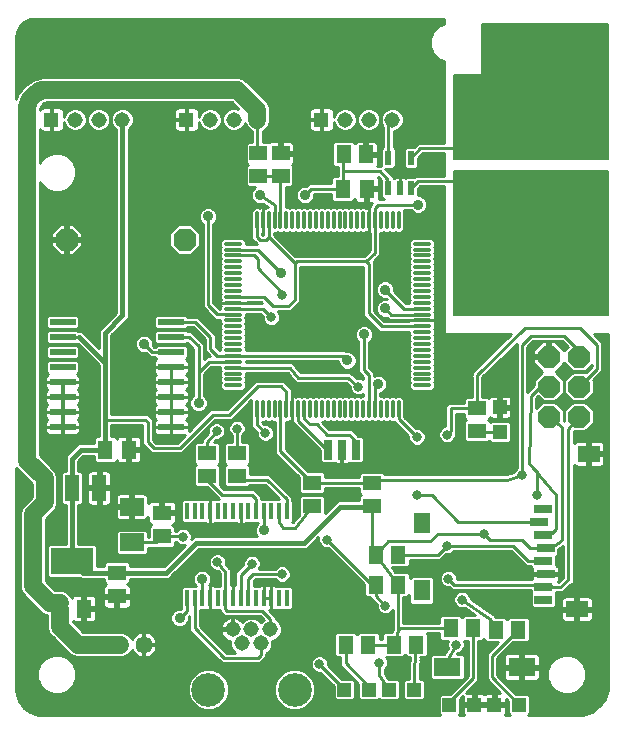
<source format=gtl>
G75*
%MOIN*%
%OFA0B0*%
%FSLAX24Y24*%
%IPPOS*%
%LPD*%
%AMOC8*
5,1,8,0,0,1.08239X$1,22.5*
%
%ADD10C,0.0050*%
%ADD11R,0.0630X0.0512*%
%ADD12R,0.0512X0.0591*%
%ADD13R,0.0512X0.0630*%
%ADD14R,0.0866X0.0236*%
%ADD15C,0.0118*%
%ADD16R,0.0591X0.0512*%
%ADD17R,0.0472X0.0472*%
%ADD18OC8,0.0760*%
%ADD19OC8,0.0740*%
%ADD20R,0.0137X0.0550*%
%ADD21R,0.0787X0.0591*%
%ADD22C,0.0515*%
%ADD23C,0.1122*%
%ADD24R,0.0480X0.0880*%
%ADD25R,0.1417X0.0866*%
%ADD26R,0.0551X0.0709*%
%ADD27R,0.0748X0.0551*%
%ADD28R,0.0591X0.0315*%
%ADD29R,0.0709X0.0630*%
%ADD30R,0.0217X0.0472*%
%ADD31R,0.0515X0.0515*%
%ADD32R,0.0276X0.0669*%
%ADD33C,0.0570*%
%ADD34C,0.2300*%
%ADD35R,0.0906X0.0630*%
%ADD36C,0.0100*%
%ADD37C,0.0317*%
%ADD38C,0.0320*%
%ADD39C,0.0356*%
%ADD40C,0.0591*%
%ADD41C,0.0157*%
%ADD42C,0.0277*%
D10*
X020058Y019000D02*
X020058Y023800D01*
X025215Y023800D01*
X025215Y019000D01*
X020058Y019000D01*
X020058Y019032D02*
X025215Y019032D01*
X025215Y019080D02*
X020058Y019080D01*
X020058Y019129D02*
X025215Y019129D01*
X025215Y019177D02*
X020058Y019177D01*
X020058Y019226D02*
X025215Y019226D01*
X025215Y019274D02*
X020058Y019274D01*
X020058Y019323D02*
X025215Y019323D01*
X025215Y019371D02*
X020058Y019371D01*
X020058Y019420D02*
X025215Y019420D01*
X025215Y019468D02*
X020058Y019468D01*
X020058Y019517D02*
X025215Y019517D01*
X025215Y019565D02*
X020058Y019565D01*
X020058Y019614D02*
X025215Y019614D01*
X025215Y019662D02*
X020058Y019662D01*
X020058Y019711D02*
X025215Y019711D01*
X025215Y019759D02*
X020058Y019759D01*
X020058Y019808D02*
X025215Y019808D01*
X025215Y019856D02*
X020058Y019856D01*
X020058Y019905D02*
X025215Y019905D01*
X025215Y019953D02*
X020058Y019953D01*
X020058Y020002D02*
X025215Y020002D01*
X025215Y020050D02*
X020058Y020050D01*
X020058Y020099D02*
X025215Y020099D01*
X025215Y020147D02*
X020058Y020147D01*
X020058Y020196D02*
X025215Y020196D01*
X025215Y020244D02*
X020058Y020244D01*
X020058Y020293D02*
X025215Y020293D01*
X025215Y020341D02*
X020058Y020341D01*
X020058Y020390D02*
X025215Y020390D01*
X025215Y020438D02*
X020058Y020438D01*
X020058Y020487D02*
X025215Y020487D01*
X025215Y020535D02*
X020058Y020535D01*
X020058Y020584D02*
X025215Y020584D01*
X025215Y020632D02*
X020058Y020632D01*
X020058Y020681D02*
X025215Y020681D01*
X025215Y020729D02*
X020058Y020729D01*
X020058Y020778D02*
X025215Y020778D01*
X025215Y020826D02*
X020058Y020826D01*
X020058Y020875D02*
X025215Y020875D01*
X025215Y020923D02*
X020058Y020923D01*
X020058Y020972D02*
X025215Y020972D01*
X025215Y021020D02*
X020058Y021020D01*
X020058Y021069D02*
X025215Y021069D01*
X025215Y021117D02*
X020058Y021117D01*
X020058Y021166D02*
X025215Y021166D01*
X025215Y021214D02*
X020058Y021214D01*
X020058Y021263D02*
X025215Y021263D01*
X025215Y021311D02*
X020058Y021311D01*
X020058Y021360D02*
X025215Y021360D01*
X025215Y021408D02*
X020058Y021408D01*
X020058Y021457D02*
X025215Y021457D01*
X025215Y021505D02*
X020058Y021505D01*
X020058Y021554D02*
X025215Y021554D01*
X025215Y021602D02*
X020058Y021602D01*
X020058Y021651D02*
X025215Y021651D01*
X025215Y021699D02*
X020058Y021699D01*
X020058Y021748D02*
X025215Y021748D01*
X025215Y021796D02*
X020058Y021796D01*
X020058Y021845D02*
X025215Y021845D01*
X025215Y021893D02*
X020058Y021893D01*
X020058Y021942D02*
X025215Y021942D01*
X025215Y021990D02*
X020058Y021990D01*
X020058Y022039D02*
X025215Y022039D01*
X025215Y022087D02*
X020058Y022087D01*
X020058Y022136D02*
X025215Y022136D01*
X025215Y022184D02*
X020058Y022184D01*
X020058Y022233D02*
X025215Y022233D01*
X025215Y022281D02*
X020058Y022281D01*
X020058Y022330D02*
X025215Y022330D01*
X025215Y022378D02*
X020058Y022378D01*
X020058Y022427D02*
X025215Y022427D01*
X025215Y022475D02*
X020058Y022475D01*
X020058Y022524D02*
X025215Y022524D01*
X025215Y022572D02*
X020058Y022572D01*
X020058Y022621D02*
X025215Y022621D01*
X025215Y022669D02*
X020058Y022669D01*
X020058Y022718D02*
X025215Y022718D01*
X025215Y022766D02*
X020058Y022766D01*
X020058Y022815D02*
X025215Y022815D01*
X025215Y022863D02*
X020058Y022863D01*
X020058Y022912D02*
X025215Y022912D01*
X025215Y022960D02*
X020058Y022960D01*
X020058Y023009D02*
X025215Y023009D01*
X025215Y023057D02*
X020058Y023057D01*
X020058Y023106D02*
X025215Y023106D01*
X025215Y023154D02*
X020058Y023154D01*
X020058Y023203D02*
X025215Y023203D01*
X025215Y023251D02*
X020058Y023251D01*
X020058Y023300D02*
X025215Y023300D01*
X025215Y023348D02*
X020058Y023348D01*
X020058Y023397D02*
X025215Y023397D01*
X025215Y023445D02*
X020058Y023445D01*
X020058Y023494D02*
X025215Y023494D01*
X025215Y023542D02*
X020058Y023542D01*
X020058Y023591D02*
X025215Y023591D01*
X025215Y023639D02*
X020058Y023639D01*
X020058Y023688D02*
X025215Y023688D01*
X025215Y023736D02*
X020058Y023736D01*
X020058Y023785D02*
X025215Y023785D01*
X025215Y024200D02*
X020058Y024200D01*
X020058Y026968D01*
X021003Y026968D01*
X021003Y028689D01*
X025215Y028689D01*
X025215Y024200D01*
X025215Y024221D02*
X020058Y024221D01*
X020058Y024270D02*
X025215Y024270D01*
X025215Y024318D02*
X020058Y024318D01*
X020058Y024367D02*
X025215Y024367D01*
X025215Y024415D02*
X020058Y024415D01*
X020058Y024464D02*
X025215Y024464D01*
X025215Y024512D02*
X020058Y024512D01*
X020058Y024561D02*
X025215Y024561D01*
X025215Y024609D02*
X020058Y024609D01*
X020058Y024658D02*
X025215Y024658D01*
X025215Y024706D02*
X020058Y024706D01*
X020058Y024755D02*
X025215Y024755D01*
X025215Y024803D02*
X020058Y024803D01*
X020058Y024852D02*
X025215Y024852D01*
X025215Y024900D02*
X020058Y024900D01*
X020058Y024949D02*
X025215Y024949D01*
X025215Y024997D02*
X020058Y024997D01*
X020058Y025046D02*
X025215Y025046D01*
X025215Y025094D02*
X020058Y025094D01*
X020058Y025143D02*
X025215Y025143D01*
X025215Y025191D02*
X020058Y025191D01*
X020058Y025240D02*
X025215Y025240D01*
X025215Y025288D02*
X020058Y025288D01*
X020058Y025337D02*
X025215Y025337D01*
X025215Y025385D02*
X020058Y025385D01*
X020058Y025434D02*
X025215Y025434D01*
X025215Y025482D02*
X020058Y025482D01*
X020058Y025531D02*
X025215Y025531D01*
X025215Y025579D02*
X020058Y025579D01*
X020058Y025628D02*
X025215Y025628D01*
X025215Y025676D02*
X020058Y025676D01*
X020058Y025725D02*
X025215Y025725D01*
X025215Y025773D02*
X020058Y025773D01*
X020058Y025822D02*
X025215Y025822D01*
X025215Y025870D02*
X020058Y025870D01*
X020058Y025919D02*
X025215Y025919D01*
X025215Y025967D02*
X020058Y025967D01*
X020058Y026016D02*
X025215Y026016D01*
X025215Y026064D02*
X020058Y026064D01*
X020058Y026113D02*
X025215Y026113D01*
X025215Y026161D02*
X020058Y026161D01*
X020058Y026210D02*
X025215Y026210D01*
X025215Y026258D02*
X020058Y026258D01*
X020058Y026307D02*
X025215Y026307D01*
X025215Y026355D02*
X020058Y026355D01*
X020058Y026404D02*
X025215Y026404D01*
X025215Y026452D02*
X020058Y026452D01*
X020058Y026501D02*
X025215Y026501D01*
X025215Y026549D02*
X020058Y026549D01*
X020058Y026598D02*
X025215Y026598D01*
X025215Y026646D02*
X020058Y026646D01*
X020058Y026695D02*
X025215Y026695D01*
X025215Y026743D02*
X020058Y026743D01*
X020058Y026792D02*
X025215Y026792D01*
X025215Y026840D02*
X020058Y026840D01*
X020058Y026889D02*
X025215Y026889D01*
X025215Y026937D02*
X020058Y026937D01*
X021003Y026986D02*
X025215Y026986D01*
X025215Y027034D02*
X021003Y027034D01*
X021003Y027083D02*
X025215Y027083D01*
X025215Y027131D02*
X021003Y027131D01*
X021003Y027180D02*
X025215Y027180D01*
X025215Y027228D02*
X021003Y027228D01*
X021003Y027277D02*
X025215Y027277D01*
X025215Y027325D02*
X021003Y027325D01*
X021003Y027374D02*
X025215Y027374D01*
X025215Y027422D02*
X021003Y027422D01*
X021003Y027471D02*
X025215Y027471D01*
X025215Y027519D02*
X021003Y027519D01*
X021003Y027568D02*
X025215Y027568D01*
X025215Y027616D02*
X021003Y027616D01*
X021003Y027665D02*
X025215Y027665D01*
X025215Y027713D02*
X021003Y027713D01*
X021003Y027762D02*
X025215Y027762D01*
X025215Y027810D02*
X021003Y027810D01*
X021003Y027859D02*
X025215Y027859D01*
X025215Y027907D02*
X021003Y027907D01*
X021003Y027956D02*
X025215Y027956D01*
X025215Y028004D02*
X021003Y028004D01*
X021003Y028053D02*
X025215Y028053D01*
X025215Y028101D02*
X021003Y028101D01*
X021003Y028150D02*
X025215Y028150D01*
X025215Y028198D02*
X021003Y028198D01*
X021003Y028247D02*
X025215Y028247D01*
X025215Y028295D02*
X021003Y028295D01*
X021003Y028344D02*
X025215Y028344D01*
X025215Y028392D02*
X021003Y028392D01*
X021003Y028441D02*
X025215Y028441D01*
X025215Y028489D02*
X021003Y028489D01*
X021003Y028538D02*
X025215Y028538D01*
X025215Y028586D02*
X021003Y028586D01*
X021003Y028635D02*
X025215Y028635D01*
X025215Y028683D02*
X021003Y028683D01*
D11*
X015333Y013394D03*
X015333Y012606D03*
X010333Y012394D03*
X010333Y011606D03*
X008833Y010394D03*
X008833Y009606D03*
D12*
X016459Y008000D03*
X017207Y008000D03*
X018059Y008000D03*
X018807Y008000D03*
X019959Y008550D03*
X020707Y008550D03*
X021459Y008500D03*
X022207Y008500D03*
X018207Y010000D03*
X017459Y010000D03*
X017459Y011000D03*
X018207Y011000D03*
X017136Y024346D03*
X016388Y024346D03*
D13*
X016369Y023189D03*
X017156Y023189D03*
X009227Y014500D03*
X008440Y014500D03*
X007727Y009200D03*
X006940Y009200D03*
D14*
X007022Y015250D03*
X007022Y015750D03*
X007022Y016250D03*
X007022Y016750D03*
X007022Y017250D03*
X007022Y017750D03*
X007022Y018250D03*
X007022Y018750D03*
X010644Y018750D03*
X010644Y018250D03*
X010644Y017750D03*
X010644Y017250D03*
X010644Y016750D03*
X010644Y016250D03*
X010644Y015750D03*
X010644Y015250D03*
D15*
X012475Y016638D02*
X012947Y016638D01*
X012947Y016835D02*
X012475Y016835D01*
X012475Y017031D02*
X012947Y017031D01*
X012947Y017228D02*
X012475Y017228D01*
X012475Y017425D02*
X012947Y017425D01*
X012947Y017622D02*
X012475Y017622D01*
X012475Y017819D02*
X012947Y017819D01*
X012947Y018016D02*
X012475Y018016D01*
X012475Y018213D02*
X012947Y018213D01*
X012947Y018409D02*
X012475Y018409D01*
X012475Y018606D02*
X012947Y018606D01*
X012947Y018803D02*
X012475Y018803D01*
X012475Y019000D02*
X012947Y019000D01*
X012947Y019197D02*
X012475Y019197D01*
X012475Y019394D02*
X012947Y019394D01*
X012947Y019591D02*
X012475Y019591D01*
X012475Y019787D02*
X012947Y019787D01*
X012947Y019984D02*
X012475Y019984D01*
X012475Y020181D02*
X012947Y020181D01*
X012947Y020378D02*
X012475Y020378D01*
X012475Y020575D02*
X012947Y020575D01*
X012947Y020772D02*
X012475Y020772D01*
X012475Y020969D02*
X012947Y020969D01*
X012947Y021165D02*
X012475Y021165D01*
X012475Y021362D02*
X012947Y021362D01*
X013499Y021914D02*
X013499Y022386D01*
X013696Y022386D02*
X013696Y021914D01*
X013892Y021914D02*
X013892Y022386D01*
X014089Y022386D02*
X014089Y021914D01*
X014286Y021914D02*
X014286Y022386D01*
X014483Y022386D02*
X014483Y021914D01*
X014680Y021914D02*
X014680Y022386D01*
X014877Y022386D02*
X014877Y021914D01*
X015073Y021914D02*
X015073Y022386D01*
X015270Y022386D02*
X015270Y021914D01*
X015467Y021914D02*
X015467Y022386D01*
X015664Y022386D02*
X015664Y021914D01*
X015861Y021914D02*
X015861Y022386D01*
X016058Y022386D02*
X016058Y021914D01*
X016255Y021914D02*
X016255Y022386D01*
X016451Y022386D02*
X016451Y021914D01*
X016648Y021914D02*
X016648Y022386D01*
X016845Y022386D02*
X016845Y021914D01*
X017042Y021914D02*
X017042Y022386D01*
X017239Y022386D02*
X017239Y021914D01*
X017436Y021914D02*
X017436Y022386D01*
X017633Y022386D02*
X017633Y021914D01*
X017829Y021914D02*
X017829Y022386D01*
X018026Y022386D02*
X018026Y021914D01*
X018223Y021914D02*
X018223Y022386D01*
X018774Y021362D02*
X019246Y021362D01*
X019246Y021165D02*
X018774Y021165D01*
X018774Y020969D02*
X019246Y020969D01*
X019246Y020772D02*
X018774Y020772D01*
X018774Y020575D02*
X019246Y020575D01*
X019246Y020378D02*
X018774Y020378D01*
X018774Y020181D02*
X019246Y020181D01*
X019246Y019984D02*
X018774Y019984D01*
X018774Y019787D02*
X019246Y019787D01*
X019246Y019591D02*
X018774Y019591D01*
X018774Y019394D02*
X019246Y019394D01*
X019246Y019197D02*
X018774Y019197D01*
X018774Y019000D02*
X019246Y019000D01*
X019246Y018803D02*
X018774Y018803D01*
X018774Y018606D02*
X019246Y018606D01*
X019246Y018409D02*
X018774Y018409D01*
X018774Y018213D02*
X019246Y018213D01*
X019246Y018016D02*
X018774Y018016D01*
X018774Y017819D02*
X019246Y017819D01*
X019246Y017622D02*
X018774Y017622D01*
X018774Y017425D02*
X019246Y017425D01*
X019246Y017228D02*
X018774Y017228D01*
X018774Y017031D02*
X019246Y017031D01*
X019246Y016835D02*
X018774Y016835D01*
X018774Y016638D02*
X019246Y016638D01*
X018223Y016086D02*
X018223Y015614D01*
X018026Y015614D02*
X018026Y016086D01*
X017829Y016086D02*
X017829Y015614D01*
X017633Y015614D02*
X017633Y016086D01*
X017436Y016086D02*
X017436Y015614D01*
X017239Y015614D02*
X017239Y016086D01*
X017042Y016086D02*
X017042Y015614D01*
X016845Y015614D02*
X016845Y016086D01*
X016648Y016086D02*
X016648Y015614D01*
X016451Y015614D02*
X016451Y016086D01*
X016255Y016086D02*
X016255Y015614D01*
X016058Y015614D02*
X016058Y016086D01*
X015861Y016086D02*
X015861Y015614D01*
X015664Y015614D02*
X015664Y016086D01*
X015467Y016086D02*
X015467Y015614D01*
X015270Y015614D02*
X015270Y016086D01*
X015073Y016086D02*
X015073Y015614D01*
X014877Y015614D02*
X014877Y016086D01*
X014680Y016086D02*
X014680Y015614D01*
X014483Y015614D02*
X014483Y016086D01*
X014286Y016086D02*
X014286Y015614D01*
X014089Y015614D02*
X014089Y016086D01*
X013892Y016086D02*
X013892Y015614D01*
X013696Y015614D02*
X013696Y016086D01*
X013499Y016086D02*
X013499Y015614D01*
D16*
X012833Y014374D03*
X012833Y013626D03*
X011833Y013626D03*
X011833Y014374D03*
X017333Y013374D03*
X017333Y012626D03*
X020833Y015126D03*
X020833Y015874D03*
X014295Y023626D03*
X013552Y023626D03*
X013552Y024374D03*
X014295Y024374D03*
D17*
X021597Y015913D03*
X021597Y015087D03*
X018747Y006500D03*
X017920Y006500D03*
X017247Y006500D03*
X016420Y006500D03*
X019920Y006000D03*
X020747Y006000D03*
X021420Y006000D03*
X022247Y006000D03*
D18*
X011093Y021500D03*
X007156Y021500D03*
D19*
X023233Y017600D03*
X023233Y016600D03*
X023233Y015600D03*
X024233Y015600D03*
X024233Y016600D03*
X024233Y017600D03*
D20*
X014497Y012439D03*
X014241Y012439D03*
X013985Y012439D03*
X013729Y012439D03*
X013473Y012439D03*
X013217Y012439D03*
X012961Y012439D03*
X012705Y012439D03*
X012449Y012439D03*
X012194Y012439D03*
X011938Y012439D03*
X011682Y012439D03*
X011426Y012439D03*
X011170Y012439D03*
X011170Y009561D03*
X011426Y009561D03*
X011682Y009561D03*
X011938Y009561D03*
X012194Y009561D03*
X012449Y009561D03*
X012705Y009561D03*
X012961Y009561D03*
X013217Y009561D03*
X013473Y009561D03*
X013729Y009561D03*
X013985Y009561D03*
X014241Y009561D03*
X014497Y009561D03*
D21*
X009333Y011409D03*
X009333Y012591D03*
D22*
X012688Y008508D03*
X013003Y008035D03*
X013318Y008508D03*
X013633Y008035D03*
X013948Y008508D03*
X013514Y025500D03*
X012727Y025500D03*
X011940Y025500D03*
X009014Y025500D03*
X008227Y025500D03*
X007440Y025500D03*
X016440Y025500D03*
X017227Y025500D03*
X018014Y025500D03*
D23*
X014755Y006500D03*
X011881Y006500D03*
D24*
X008243Y013220D03*
X007333Y013220D03*
X006423Y013220D03*
D25*
X007333Y010780D03*
D26*
X018991Y009807D03*
X018991Y012051D03*
D27*
X024168Y009177D03*
X024562Y014354D03*
D28*
X023046Y012520D03*
X022888Y012087D03*
X023046Y011654D03*
X023125Y011220D03*
X023046Y010787D03*
X023125Y010354D03*
X023046Y009921D03*
X023046Y009488D03*
D29*
X023333Y023449D03*
X023333Y024551D03*
D30*
X018633Y024232D03*
X017885Y024232D03*
X017885Y023209D03*
X018259Y023209D03*
X018633Y023209D03*
D31*
X015652Y025500D03*
X011152Y025500D03*
X006652Y025500D03*
D32*
X015861Y014500D03*
X016333Y014500D03*
X016806Y014500D03*
D33*
X009727Y008000D03*
X008940Y008000D03*
D34*
X023333Y021000D03*
X023333Y027000D03*
D35*
X022323Y007250D03*
X019843Y007250D03*
D36*
X005947Y005743D02*
X005732Y005899D01*
X005576Y006114D01*
X005494Y006367D01*
X005483Y006500D01*
X005483Y013875D01*
X005999Y013359D01*
X005999Y012916D01*
X005674Y012590D01*
X005609Y012434D01*
X005609Y009866D01*
X005674Y009710D01*
X006349Y009034D01*
X006505Y008970D01*
X006516Y008970D01*
X006516Y008516D01*
X006580Y008360D01*
X006699Y008241D01*
X007180Y007760D01*
X007299Y007641D01*
X007455Y007576D01*
X009024Y007576D01*
X009180Y007641D01*
X009299Y007760D01*
X009327Y007827D01*
X009355Y007772D01*
X009395Y007717D01*
X009444Y007668D01*
X009499Y007628D01*
X009560Y007597D01*
X009625Y007576D01*
X009693Y007565D01*
X009708Y007565D01*
X009708Y007981D01*
X009746Y007981D01*
X009746Y007565D01*
X009761Y007565D01*
X009829Y007576D01*
X009894Y007597D01*
X009955Y007628D01*
X010010Y007668D01*
X010059Y007717D01*
X010099Y007772D01*
X010130Y007833D01*
X010151Y007898D01*
X010162Y007966D01*
X010162Y007981D01*
X009746Y007981D01*
X009746Y008019D01*
X009708Y008019D01*
X009708Y008435D01*
X009693Y008435D01*
X009625Y008424D01*
X009560Y008403D01*
X009499Y008372D01*
X009444Y008332D01*
X009395Y008283D01*
X009355Y008228D01*
X009327Y008173D01*
X009299Y008240D01*
X009180Y008359D01*
X009024Y008424D01*
X007715Y008424D01*
X007364Y008776D01*
X007364Y008780D01*
X007379Y008765D01*
X007413Y008745D01*
X007451Y008735D01*
X007677Y008735D01*
X007677Y009150D01*
X007777Y009150D01*
X007777Y008735D01*
X008003Y008735D01*
X008041Y008745D01*
X008075Y008765D01*
X008103Y008793D01*
X008123Y008827D01*
X008133Y008865D01*
X008133Y009150D01*
X007777Y009150D01*
X007777Y009250D01*
X007677Y009250D01*
X007677Y009665D01*
X007451Y009665D01*
X007413Y009655D01*
X007379Y009635D01*
X007351Y009607D01*
X007331Y009573D01*
X007329Y009563D01*
X007299Y009634D01*
X007180Y009753D01*
X007024Y009818D01*
X006765Y009818D01*
X006457Y010126D01*
X006457Y012174D01*
X006664Y012381D01*
X006783Y012500D01*
X006847Y012656D01*
X006847Y013619D01*
X006783Y013775D01*
X006664Y013894D01*
X006257Y014301D01*
X006257Y023428D01*
X006282Y023368D01*
X006465Y023185D01*
X006704Y023086D01*
X006963Y023086D01*
X007202Y023185D01*
X007384Y023368D01*
X007483Y023607D01*
X007483Y023866D01*
X007384Y024104D01*
X007202Y024287D01*
X006963Y024386D01*
X006704Y024386D01*
X006465Y024287D01*
X006282Y024104D01*
X006257Y024044D01*
X006257Y025181D01*
X006275Y025150D01*
X006303Y025122D01*
X006337Y025103D01*
X006375Y025093D01*
X006623Y025093D01*
X006623Y025471D01*
X006681Y025471D01*
X006681Y025093D01*
X006929Y025093D01*
X006968Y025103D01*
X007002Y025122D01*
X007030Y025150D01*
X007049Y025185D01*
X007060Y025223D01*
X007060Y025408D01*
X007112Y025281D01*
X007221Y025173D01*
X007363Y025114D01*
X007516Y025114D01*
X007658Y025173D01*
X007767Y025281D01*
X007826Y025423D01*
X007826Y025577D01*
X007767Y025719D01*
X007658Y025827D01*
X007516Y025886D01*
X007363Y025886D01*
X007221Y025827D01*
X007112Y025719D01*
X007060Y025592D01*
X007060Y025777D01*
X007049Y025815D01*
X007030Y025850D01*
X007002Y025878D01*
X006968Y025897D01*
X006929Y025907D01*
X006681Y025907D01*
X006681Y025529D01*
X006623Y025529D01*
X006623Y025907D01*
X006375Y025907D01*
X006337Y025897D01*
X006303Y025878D01*
X006275Y025850D01*
X006260Y025824D01*
X006261Y025837D01*
X006288Y025921D01*
X006340Y025993D01*
X006412Y026045D01*
X006496Y026072D01*
X006540Y026076D01*
X012658Y026076D01*
X012878Y025855D01*
X012804Y025886D01*
X012650Y025886D01*
X012508Y025827D01*
X012400Y025719D01*
X012341Y025577D01*
X012341Y025423D01*
X012400Y025281D01*
X012508Y025173D01*
X012650Y025114D01*
X012804Y025114D01*
X012946Y025173D01*
X013054Y025281D01*
X013100Y025392D01*
X013155Y025260D01*
X013274Y025141D01*
X013336Y025115D01*
X013336Y024759D01*
X013204Y024759D01*
X013128Y024683D01*
X013128Y024065D01*
X013193Y024000D01*
X013128Y023935D01*
X013128Y023317D01*
X013204Y023241D01*
X013429Y023241D01*
X013427Y023240D01*
X013341Y023154D01*
X013294Y023041D01*
X013294Y022919D01*
X013341Y022806D01*
X013427Y022720D01*
X013540Y022673D01*
X013662Y022673D01*
X013708Y022692D01*
X013883Y022574D01*
X013815Y022574D01*
X013805Y022564D01*
X013776Y022581D01*
X013723Y022595D01*
X013696Y022595D01*
X013696Y022150D01*
X013696Y022150D01*
X013696Y022595D01*
X013668Y022595D01*
X013615Y022581D01*
X013586Y022564D01*
X013576Y022574D01*
X013421Y022574D01*
X013311Y022464D01*
X013311Y021836D01*
X013320Y021827D01*
X013320Y021513D01*
X013422Y021410D01*
X013488Y021344D01*
X013135Y021344D01*
X013135Y021440D01*
X013025Y021550D01*
X012397Y021550D01*
X012287Y021440D01*
X012287Y021284D01*
X012308Y021264D01*
X012287Y021243D01*
X012287Y021088D01*
X012308Y021067D01*
X012287Y021046D01*
X012287Y020891D01*
X012308Y020870D01*
X012287Y020849D01*
X012287Y020694D01*
X012308Y020673D01*
X012287Y020653D01*
X012287Y020497D01*
X012308Y020476D01*
X012287Y020456D01*
X012287Y020300D01*
X012308Y020280D01*
X012287Y020259D01*
X012287Y020103D01*
X012308Y020083D01*
X012287Y020062D01*
X012287Y019906D01*
X012308Y019886D01*
X012287Y019865D01*
X012287Y019710D01*
X012308Y019689D01*
X012287Y019668D01*
X012287Y019513D01*
X012297Y019503D01*
X012280Y019474D01*
X012266Y019421D01*
X012266Y019394D01*
X012711Y019394D01*
X012711Y019394D01*
X012266Y019394D01*
X012266Y019366D01*
X012280Y019313D01*
X012297Y019284D01*
X012287Y019275D01*
X012287Y019183D01*
X012258Y019183D01*
X012048Y019393D01*
X012048Y022016D01*
X012129Y022098D01*
X012176Y022211D01*
X012176Y022333D01*
X012129Y022445D01*
X012043Y022532D01*
X011930Y022579D01*
X011808Y022579D01*
X011695Y022532D01*
X011609Y022445D01*
X011562Y022333D01*
X011562Y022211D01*
X011609Y022098D01*
X011690Y022016D01*
X011690Y019245D01*
X011795Y019140D01*
X012110Y018825D01*
X012287Y018825D01*
X012287Y018725D01*
X012308Y018705D01*
X012287Y018684D01*
X012287Y018529D01*
X012308Y018508D01*
X012287Y018487D01*
X012287Y018332D01*
X012308Y018311D01*
X012287Y018290D01*
X012287Y018135D01*
X012308Y018114D01*
X012287Y018094D01*
X012287Y017938D01*
X012308Y017917D01*
X012287Y017897D01*
X012287Y017805D01*
X012258Y017805D01*
X012126Y017936D01*
X012126Y018330D01*
X011632Y018824D01*
X011527Y018929D01*
X011199Y018929D01*
X011131Y018997D01*
X010158Y018997D01*
X010083Y018921D01*
X010083Y018579D01*
X010158Y018503D01*
X011131Y018503D01*
X011199Y018571D01*
X011379Y018571D01*
X011769Y018182D01*
X011769Y017788D01*
X011873Y017683D01*
X011953Y017604D01*
X011830Y017604D01*
X011733Y017506D01*
X011733Y018015D01*
X011628Y018120D01*
X011313Y018435D01*
X011193Y018435D01*
X011131Y018497D01*
X010158Y018497D01*
X010083Y018421D01*
X010083Y018079D01*
X010158Y018003D01*
X011131Y018003D01*
X011185Y018057D01*
X011375Y017867D01*
X011375Y016306D01*
X011294Y016225D01*
X011247Y016112D01*
X011247Y015990D01*
X011294Y015877D01*
X011380Y015791D01*
X011493Y015744D01*
X011615Y015744D01*
X011728Y015791D01*
X011814Y015877D01*
X011861Y015990D01*
X011861Y016112D01*
X011814Y016225D01*
X011733Y016306D01*
X011733Y017001D01*
X011978Y017246D01*
X012287Y017246D01*
X012287Y017151D01*
X012308Y017130D01*
X012287Y017109D01*
X012287Y016954D01*
X012308Y016933D01*
X012287Y016912D01*
X012287Y016757D01*
X012308Y016736D01*
X012287Y016716D01*
X012287Y016560D01*
X012397Y016450D01*
X013025Y016450D01*
X013135Y016560D01*
X013135Y016716D01*
X013115Y016736D01*
X013135Y016757D01*
X013135Y016912D01*
X013115Y016933D01*
X013135Y016954D01*
X013135Y017050D01*
X014522Y017050D01*
X014705Y016834D01*
X014705Y016826D01*
X014752Y016779D01*
X014795Y016728D01*
X014803Y016727D01*
X014809Y016721D01*
X014876Y016721D01*
X014942Y016716D01*
X014949Y016721D01*
X016467Y016721D01*
X016595Y016612D01*
X016595Y016543D01*
X016639Y016436D01*
X016720Y016355D01*
X016826Y016311D01*
X016941Y016311D01*
X017044Y016354D01*
X017044Y016274D01*
X016964Y016274D01*
X016944Y016254D01*
X016923Y016274D01*
X016767Y016274D01*
X016747Y016254D01*
X016726Y016274D01*
X016571Y016274D01*
X016550Y016254D01*
X016529Y016274D01*
X016374Y016274D01*
X016353Y016254D01*
X016332Y016274D01*
X016177Y016274D01*
X016156Y016254D01*
X016136Y016274D01*
X015980Y016274D01*
X015959Y016254D01*
X015939Y016274D01*
X015783Y016274D01*
X015762Y016254D01*
X015742Y016274D01*
X015586Y016274D01*
X015566Y016254D01*
X015545Y016274D01*
X015389Y016274D01*
X015369Y016254D01*
X015348Y016274D01*
X015193Y016274D01*
X015172Y016254D01*
X015151Y016274D01*
X014996Y016274D01*
X014975Y016254D01*
X014954Y016274D01*
X014799Y016274D01*
X014789Y016265D01*
X014760Y016281D01*
X014707Y016296D01*
X014680Y016296D01*
X014680Y015850D01*
X014680Y015405D01*
X014698Y015405D01*
X014698Y015383D01*
X014803Y015278D01*
X015594Y014486D01*
X015594Y014112D01*
X015670Y014037D01*
X016052Y014037D01*
X016082Y014067D01*
X016103Y014045D01*
X016138Y014026D01*
X016176Y014015D01*
X016314Y014015D01*
X016314Y014481D01*
X016352Y014481D01*
X016352Y014015D01*
X016491Y014015D01*
X016529Y014026D01*
X016563Y014045D01*
X016585Y014067D01*
X016615Y014037D01*
X016997Y014037D01*
X017072Y014112D01*
X017072Y014888D01*
X016997Y014963D01*
X016873Y014963D01*
X016657Y015179D01*
X015907Y015179D01*
X015670Y015417D01*
X015660Y015426D01*
X015742Y015426D01*
X015762Y015447D01*
X015783Y015426D01*
X015939Y015426D01*
X015959Y015447D01*
X015980Y015426D01*
X016136Y015426D01*
X016156Y015447D01*
X016177Y015426D01*
X016332Y015426D01*
X016353Y015447D01*
X016374Y015426D01*
X016529Y015426D01*
X016550Y015447D01*
X016571Y015426D01*
X016726Y015426D01*
X016747Y015447D01*
X016767Y015426D01*
X016923Y015426D01*
X016944Y015447D01*
X016964Y015426D01*
X017120Y015426D01*
X017140Y015447D01*
X017161Y015426D01*
X017317Y015426D01*
X017337Y015447D01*
X017358Y015426D01*
X017513Y015426D01*
X017534Y015447D01*
X017555Y015426D01*
X017710Y015426D01*
X017731Y015447D01*
X017752Y015426D01*
X017907Y015426D01*
X017928Y015447D01*
X017948Y015426D01*
X018075Y015426D01*
X018149Y015353D01*
X018545Y014957D01*
X018545Y014864D01*
X018589Y014758D01*
X018670Y014676D01*
X018776Y014633D01*
X018891Y014633D01*
X018997Y014676D01*
X019078Y014758D01*
X019122Y014864D01*
X019122Y014979D01*
X019078Y015085D01*
X018997Y015166D01*
X018891Y015210D01*
X018797Y015210D01*
X018411Y015596D01*
X018411Y016164D01*
X018301Y016274D01*
X018145Y016274D01*
X018125Y016254D01*
X018104Y016274D01*
X017948Y016274D01*
X017928Y016254D01*
X017907Y016274D01*
X017752Y016274D01*
X017731Y016254D01*
X017710Y016274D01*
X017614Y016274D01*
X017614Y016381D01*
X017712Y016421D01*
X017798Y016507D01*
X017845Y016620D01*
X017845Y016742D01*
X017798Y016855D01*
X017712Y016941D01*
X017599Y016988D01*
X017477Y016988D01*
X017402Y016957D01*
X017402Y017070D01*
X017297Y017175D01*
X017244Y017228D01*
X017244Y018079D01*
X017326Y018161D01*
X017372Y018274D01*
X017372Y018396D01*
X017326Y018508D01*
X017239Y018595D01*
X017127Y018641D01*
X017005Y018641D01*
X016892Y018595D01*
X016805Y018508D01*
X016759Y018396D01*
X016759Y018274D01*
X016805Y018161D01*
X016887Y018079D01*
X016887Y017080D01*
X017044Y016922D01*
X017044Y016846D01*
X016941Y016889D01*
X016826Y016889D01*
X016823Y016887D01*
X016655Y017031D01*
X016607Y017079D01*
X016599Y017079D01*
X016593Y017084D01*
X016526Y017079D01*
X014966Y017079D01*
X014784Y017294D01*
X014784Y017302D01*
X014737Y017350D01*
X014693Y017400D01*
X014685Y017401D01*
X014679Y017407D01*
X014612Y017407D01*
X014546Y017413D01*
X014539Y017407D01*
X013135Y017407D01*
X013135Y017443D01*
X016208Y017443D01*
X016208Y017407D01*
X016254Y017295D01*
X016341Y017208D01*
X016453Y017162D01*
X016575Y017162D01*
X016688Y017208D01*
X016775Y017295D01*
X016821Y017407D01*
X016821Y017530D01*
X016775Y017642D01*
X016688Y017729D01*
X016575Y017775D01*
X016460Y017775D01*
X016435Y017801D01*
X013135Y017801D01*
X013135Y017897D01*
X013115Y017917D01*
X013135Y017938D01*
X013135Y018094D01*
X013115Y018114D01*
X013135Y018135D01*
X013135Y018290D01*
X013115Y018311D01*
X013135Y018332D01*
X013135Y018487D01*
X013115Y018508D01*
X013135Y018529D01*
X013135Y018684D01*
X013115Y018705D01*
X013135Y018725D01*
X013135Y018881D01*
X013115Y018902D01*
X013135Y018922D01*
X013135Y019018D01*
X013619Y019018D01*
X013695Y018942D01*
X013695Y018849D01*
X013739Y018743D01*
X013820Y018662D01*
X013926Y018618D01*
X014041Y018618D01*
X014147Y018662D01*
X014228Y018743D01*
X014272Y018849D01*
X014272Y018964D01*
X014228Y019070D01*
X014197Y019101D01*
X014620Y019101D01*
X014840Y019321D01*
X014840Y019321D01*
X014945Y019426D01*
X014945Y020597D01*
X017044Y020597D01*
X017044Y018969D01*
X017149Y018865D01*
X017586Y018428D01*
X018586Y018428D01*
X018586Y018332D01*
X018607Y018311D01*
X018586Y018290D01*
X018586Y018135D01*
X018607Y018114D01*
X018586Y018094D01*
X018586Y017938D01*
X018607Y017917D01*
X018586Y017897D01*
X018586Y017741D01*
X018607Y017720D01*
X018586Y017700D01*
X018586Y017544D01*
X018607Y017524D01*
X018586Y017503D01*
X018586Y017347D01*
X018607Y017327D01*
X018586Y017306D01*
X018586Y017151D01*
X018607Y017130D01*
X018586Y017109D01*
X018586Y016954D01*
X018607Y016933D01*
X018586Y016912D01*
X018586Y016757D01*
X018607Y016736D01*
X018586Y016716D01*
X018586Y016560D01*
X018696Y016450D01*
X019325Y016450D01*
X019435Y016560D01*
X019435Y016716D01*
X019414Y016736D01*
X019435Y016757D01*
X019435Y016912D01*
X019414Y016933D01*
X019435Y016954D01*
X019435Y017109D01*
X019414Y017130D01*
X019435Y017151D01*
X019435Y017306D01*
X019414Y017327D01*
X019435Y017347D01*
X019435Y017503D01*
X019414Y017524D01*
X019435Y017544D01*
X019435Y017700D01*
X019414Y017720D01*
X019435Y017741D01*
X019435Y017897D01*
X019414Y017917D01*
X019435Y017938D01*
X019435Y018094D01*
X019414Y018114D01*
X019435Y018135D01*
X019435Y018290D01*
X019414Y018311D01*
X019435Y018332D01*
X019435Y018487D01*
X019414Y018508D01*
X019435Y018529D01*
X019435Y018684D01*
X019425Y018694D01*
X019442Y018722D01*
X019456Y018776D01*
X019456Y018803D01*
X019011Y018803D01*
X019011Y018803D01*
X019456Y018803D01*
X019456Y018831D01*
X019442Y018884D01*
X019425Y018913D01*
X019435Y018922D01*
X019435Y019078D01*
X019414Y019098D01*
X019435Y019119D01*
X019435Y019275D01*
X019414Y019295D01*
X019435Y019316D01*
X019435Y019471D01*
X019414Y019492D01*
X019435Y019513D01*
X019435Y019668D01*
X019414Y019689D01*
X019435Y019710D01*
X019435Y019865D01*
X019414Y019886D01*
X019435Y019906D01*
X019435Y020062D01*
X019414Y020083D01*
X019435Y020103D01*
X019435Y020259D01*
X019414Y020280D01*
X019435Y020300D01*
X019435Y020456D01*
X019414Y020476D01*
X019435Y020497D01*
X019435Y020653D01*
X019414Y020673D01*
X019435Y020694D01*
X019435Y020849D01*
X019414Y020870D01*
X019435Y020891D01*
X019435Y021046D01*
X019414Y021067D01*
X019435Y021088D01*
X019435Y021243D01*
X019414Y021264D01*
X019435Y021284D01*
X019435Y021440D01*
X019325Y021550D01*
X018696Y021550D01*
X018586Y021440D01*
X018586Y021284D01*
X018607Y021264D01*
X018586Y021243D01*
X018586Y021088D01*
X018607Y021067D01*
X018586Y021046D01*
X018586Y020891D01*
X018607Y020870D01*
X018586Y020849D01*
X018586Y020694D01*
X018607Y020673D01*
X018586Y020653D01*
X018586Y020497D01*
X018607Y020476D01*
X018586Y020456D01*
X018586Y020300D01*
X018607Y020280D01*
X018586Y020259D01*
X018586Y020103D01*
X018607Y020083D01*
X018586Y020062D01*
X018586Y019906D01*
X018607Y019886D01*
X018586Y019865D01*
X018586Y019710D01*
X018607Y019689D01*
X018586Y019668D01*
X018586Y019513D01*
X018607Y019492D01*
X018586Y019471D01*
X018586Y019376D01*
X018482Y019376D01*
X018081Y019777D01*
X018081Y019892D01*
X018034Y020005D01*
X017948Y020091D01*
X017835Y020138D01*
X017713Y020138D01*
X017600Y020091D01*
X017514Y020005D01*
X017467Y019892D01*
X017467Y019770D01*
X017514Y019657D01*
X017600Y019571D01*
X017713Y019524D01*
X017828Y019524D01*
X017851Y019501D01*
X017835Y019508D01*
X017713Y019508D01*
X017600Y019461D01*
X017514Y019375D01*
X017467Y019262D01*
X017467Y019140D01*
X017514Y019027D01*
X017600Y018941D01*
X017713Y018894D01*
X017828Y018894D01*
X017901Y018821D01*
X018565Y018821D01*
X018565Y018803D01*
X018565Y018785D01*
X017734Y018785D01*
X017402Y019117D01*
X017402Y020771D01*
X017397Y020776D01*
X017614Y020993D01*
X017614Y021726D01*
X017710Y021726D01*
X017731Y021746D01*
X017752Y021726D01*
X017907Y021726D01*
X017928Y021746D01*
X017948Y021726D01*
X018104Y021726D01*
X018125Y021746D01*
X018145Y021726D01*
X018301Y021726D01*
X018411Y021836D01*
X018411Y022464D01*
X018388Y022487D01*
X018621Y022487D01*
X018703Y022405D01*
X018816Y022359D01*
X018938Y022359D01*
X019050Y022405D01*
X019137Y022492D01*
X019183Y022604D01*
X019183Y022726D01*
X019137Y022839D01*
X019050Y022925D01*
X018938Y022972D01*
X018870Y022972D01*
X018870Y023193D01*
X018947Y023270D01*
X019723Y023270D01*
X019723Y018350D01*
X021970Y018350D01*
X020761Y017179D01*
X020759Y017179D01*
X020708Y017127D01*
X020656Y017077D01*
X020656Y017075D01*
X020655Y017074D01*
X020655Y017001D01*
X020653Y016929D01*
X020655Y016928D01*
X020655Y016259D01*
X020485Y016259D01*
X020409Y016183D01*
X020409Y016053D01*
X019885Y016053D01*
X019781Y015948D01*
X019781Y015289D01*
X019776Y015289D01*
X019670Y015245D01*
X019589Y015164D01*
X019545Y015057D01*
X019545Y014943D01*
X019589Y014836D01*
X019670Y014755D01*
X019776Y014711D01*
X019891Y014711D01*
X019997Y014755D01*
X020078Y014836D01*
X020122Y014943D01*
X020122Y015036D01*
X020138Y015052D01*
X020138Y015695D01*
X020409Y015695D01*
X020409Y015565D01*
X020474Y015500D01*
X020409Y015435D01*
X020409Y014817D01*
X020485Y014741D01*
X021182Y014741D01*
X021235Y014794D01*
X021308Y014722D01*
X021887Y014722D01*
X021962Y014797D01*
X021962Y015376D01*
X021887Y015452D01*
X021308Y015452D01*
X021257Y015401D01*
X021257Y015435D01*
X021193Y015500D01*
X021257Y015565D01*
X021257Y015569D01*
X021269Y015557D01*
X021303Y015537D01*
X021341Y015527D01*
X021547Y015527D01*
X021547Y015863D01*
X021647Y015863D01*
X021647Y015527D01*
X021853Y015527D01*
X021891Y015537D01*
X021925Y015557D01*
X021953Y015585D01*
X021973Y015619D01*
X021983Y015657D01*
X021983Y015863D01*
X021647Y015863D01*
X021647Y015963D01*
X021983Y015963D01*
X021983Y016169D01*
X021973Y016208D01*
X021953Y016242D01*
X021925Y016270D01*
X021891Y016289D01*
X021853Y016300D01*
X021647Y016300D01*
X021647Y015963D01*
X021547Y015963D01*
X021547Y016300D01*
X021341Y016300D01*
X021303Y016289D01*
X021269Y016270D01*
X021241Y016242D01*
X021225Y016215D01*
X021182Y016259D01*
X021012Y016259D01*
X021012Y016924D01*
X022155Y018031D01*
X022155Y013880D01*
X022089Y013814D01*
X022065Y013756D01*
X021807Y013679D01*
X017757Y013679D01*
X017757Y013683D01*
X017682Y013759D01*
X016985Y013759D01*
X016909Y013683D01*
X016909Y013572D01*
X015777Y013572D01*
X015777Y013703D01*
X015702Y013778D01*
X015201Y013778D01*
X014465Y014515D01*
X014465Y015426D01*
X014561Y015426D01*
X014570Y015436D01*
X014599Y015419D01*
X014652Y015405D01*
X014680Y015405D01*
X014680Y015850D01*
X014680Y015850D01*
X014680Y015850D01*
X014680Y016296D01*
X014662Y016296D01*
X014662Y016503D01*
X014488Y016676D01*
X014384Y016781D01*
X013448Y016781D01*
X012503Y015836D01*
X011952Y015836D01*
X011227Y015111D01*
X011227Y015112D01*
X011227Y015241D01*
X010653Y015241D01*
X010653Y014982D01*
X011097Y014982D01*
X011098Y014982D01*
X010850Y014734D01*
X010132Y014734D01*
X010040Y014826D01*
X010040Y015495D01*
X009961Y015574D01*
X009856Y015679D01*
X008647Y015679D01*
X008647Y018308D01*
X009100Y018761D01*
X009222Y018883D01*
X009222Y025168D01*
X009233Y025173D01*
X009342Y025281D01*
X009401Y025423D01*
X009401Y025577D01*
X009342Y025719D01*
X009233Y025827D01*
X009091Y025886D01*
X008938Y025886D01*
X008796Y025827D01*
X008687Y025719D01*
X008628Y025577D01*
X008628Y025423D01*
X008687Y025281D01*
X008796Y025173D01*
X008807Y025168D01*
X008807Y019054D01*
X008232Y018480D01*
X008232Y017895D01*
X007669Y018457D01*
X007548Y018457D01*
X007509Y018497D01*
X006536Y018497D01*
X006460Y018421D01*
X006460Y018079D01*
X006536Y018003D01*
X007509Y018003D01*
X007523Y018017D01*
X008232Y017308D01*
X008232Y014944D01*
X008130Y014944D01*
X008055Y014868D01*
X008055Y014707D01*
X007547Y014707D01*
X007247Y014407D01*
X007126Y014286D01*
X007126Y013789D01*
X007040Y013789D01*
X006965Y013713D01*
X006965Y012727D01*
X007040Y012651D01*
X007126Y012651D01*
X007126Y011342D01*
X006571Y011342D01*
X006496Y011266D01*
X006496Y010294D01*
X006571Y010218D01*
X007602Y010218D01*
X007634Y010186D01*
X008390Y010186D01*
X008390Y010084D01*
X008465Y010009D01*
X008487Y010009D01*
X008460Y010002D01*
X008426Y009982D01*
X008398Y009954D01*
X008379Y009920D01*
X008368Y009882D01*
X008368Y009656D01*
X008783Y009656D01*
X008783Y009556D01*
X008368Y009556D01*
X008368Y009331D01*
X008379Y009292D01*
X008398Y009258D01*
X008426Y009230D01*
X008460Y009211D01*
X008499Y009200D01*
X008783Y009200D01*
X008783Y009556D01*
X008883Y009556D01*
X008883Y009200D01*
X009168Y009200D01*
X009206Y009211D01*
X009240Y009230D01*
X009268Y009258D01*
X009288Y009292D01*
X009298Y009331D01*
X009298Y009556D01*
X008883Y009556D01*
X008883Y009656D01*
X009298Y009656D01*
X009298Y009882D01*
X009288Y009920D01*
X009268Y009954D01*
X009240Y009982D01*
X009206Y010002D01*
X009180Y010009D01*
X009202Y010009D01*
X009277Y010084D01*
X009277Y010186D01*
X010563Y010186D01*
X010685Y010308D01*
X011569Y011192D01*
X014765Y011186D01*
X014851Y011186D01*
X014937Y011186D01*
X015163Y011186D01*
X015552Y011575D01*
X015545Y011557D01*
X015545Y011443D01*
X015589Y011336D01*
X015670Y011255D01*
X015776Y011211D01*
X015869Y011211D01*
X017075Y010006D01*
X017075Y009651D01*
X017150Y009576D01*
X017281Y009576D01*
X017281Y009550D01*
X017385Y009445D01*
X017495Y009336D01*
X017495Y009243D01*
X014694Y009243D01*
X014694Y009232D02*
X014694Y009889D01*
X014619Y009964D01*
X014375Y009964D01*
X014369Y009958D01*
X014363Y009964D01*
X014130Y009964D01*
X014111Y009975D01*
X014073Y009986D01*
X013985Y009986D01*
X013985Y009561D01*
X013985Y009561D01*
X013985Y009986D01*
X013897Y009986D01*
X013859Y009975D01*
X013857Y009975D01*
X013855Y009975D01*
X013817Y009986D01*
X013729Y009986D01*
X013641Y009986D01*
X013603Y009975D01*
X013583Y009964D01*
X013396Y009964D01*
X013396Y010121D01*
X013446Y010171D01*
X014104Y010171D01*
X014170Y010105D01*
X014276Y010061D01*
X014391Y010061D01*
X014497Y010105D01*
X014578Y010186D01*
X014622Y010293D01*
X014622Y010407D01*
X014578Y010514D01*
X014497Y010595D01*
X014391Y010639D01*
X014276Y010639D01*
X014170Y010595D01*
X014104Y010529D01*
X013570Y010529D01*
X013578Y010536D01*
X013622Y010643D01*
X013622Y010757D01*
X013578Y010864D01*
X013497Y010945D01*
X013391Y010989D01*
X013276Y010989D01*
X013170Y010945D01*
X013089Y010864D01*
X013045Y010757D01*
X013045Y010664D01*
X012783Y010402D01*
X012783Y009986D01*
X012705Y009986D01*
X012628Y009986D01*
X012628Y010426D01*
X012634Y010492D01*
X012628Y010499D01*
X012628Y010508D01*
X012581Y010555D01*
X012470Y010687D01*
X012472Y010693D01*
X012472Y010807D01*
X012428Y010914D01*
X012347Y010995D01*
X012241Y011039D01*
X012126Y011039D01*
X012020Y010995D01*
X011939Y010914D01*
X011895Y010807D01*
X011895Y010693D01*
X011939Y010586D01*
X012020Y010505D01*
X012126Y010461D01*
X012193Y010461D01*
X012271Y010369D01*
X012271Y009964D01*
X012083Y009964D01*
X012064Y009975D01*
X012026Y009986D01*
X011938Y009986D01*
X011938Y009561D01*
X011938Y009561D01*
X011938Y009986D01*
X011906Y009986D01*
X011932Y010011D01*
X011979Y010124D01*
X011979Y010246D01*
X011932Y010359D01*
X011846Y010445D01*
X011733Y010492D01*
X011611Y010492D01*
X011498Y010445D01*
X011412Y010359D01*
X011365Y010246D01*
X011365Y010124D01*
X011412Y010011D01*
X011459Y009964D01*
X011304Y009964D01*
X011298Y009958D01*
X011292Y009964D01*
X011048Y009964D01*
X010973Y009889D01*
X010973Y009232D01*
X010981Y009224D01*
X010981Y009196D01*
X010978Y009193D01*
X010863Y009193D01*
X010750Y009146D01*
X010664Y009060D01*
X010617Y008947D01*
X010617Y008825D01*
X010664Y008712D01*
X010750Y008626D01*
X010863Y008579D01*
X010985Y008579D01*
X011098Y008626D01*
X011184Y008712D01*
X011231Y008825D01*
X011231Y008940D01*
X011247Y008956D01*
X011247Y008467D01*
X011352Y008363D01*
X012346Y007369D01*
X013596Y007369D01*
X013701Y007473D01*
X013819Y007591D01*
X013819Y007695D01*
X013851Y007708D01*
X013960Y007817D01*
X014019Y007959D01*
X014019Y008112D01*
X014015Y008122D01*
X014024Y008122D01*
X014166Y008180D01*
X014275Y008289D01*
X014334Y008431D01*
X014334Y008585D01*
X014275Y008727D01*
X014166Y008835D01*
X014126Y008852D01*
X014126Y008928D01*
X014022Y009033D01*
X013919Y009136D01*
X013985Y009136D01*
X014073Y009136D01*
X014111Y009146D01*
X014130Y009157D01*
X014363Y009157D01*
X014369Y009163D01*
X014375Y009157D01*
X014619Y009157D01*
X014694Y009232D01*
X014694Y009342D02*
X017489Y009342D01*
X017495Y009243D02*
X017539Y009136D01*
X017620Y009055D01*
X017726Y009011D01*
X017841Y009011D01*
X017947Y009055D01*
X018028Y009136D01*
X018029Y009138D01*
X018029Y008526D01*
X017998Y008424D01*
X017750Y008424D01*
X017675Y008349D01*
X017675Y008179D01*
X017592Y008179D01*
X017592Y008349D01*
X017517Y008424D01*
X016898Y008424D01*
X016833Y008359D01*
X016769Y008424D01*
X016150Y008424D01*
X016075Y008349D01*
X016075Y007651D01*
X016150Y007576D01*
X016281Y007576D01*
X016281Y007300D01*
X016882Y006699D01*
X016882Y006210D01*
X016957Y006135D01*
X017536Y006135D01*
X017583Y006182D01*
X017630Y006135D01*
X018209Y006135D01*
X018285Y006210D01*
X018285Y006790D01*
X018209Y006865D01*
X017885Y006865D01*
X017762Y007042D01*
X017762Y007170D01*
X017828Y007236D01*
X017872Y007343D01*
X017872Y007457D01*
X017828Y007564D01*
X017816Y007576D01*
X018369Y007576D01*
X018433Y007641D01*
X018498Y007576D01*
X018595Y007576D01*
X018574Y007292D01*
X018568Y007287D01*
X018568Y007219D01*
X018563Y007153D01*
X018568Y007146D01*
X018568Y006865D01*
X018457Y006865D01*
X018382Y006790D01*
X018382Y006210D01*
X018457Y006135D01*
X019036Y006135D01*
X019112Y006210D01*
X019112Y006790D01*
X019036Y006865D01*
X018925Y006865D01*
X018925Y007206D01*
X018954Y007576D01*
X019117Y007576D01*
X019192Y007651D01*
X019192Y008349D01*
X019169Y008371D01*
X019575Y008371D01*
X019575Y008201D01*
X019650Y008126D01*
X019873Y008126D01*
X019845Y008057D01*
X019845Y007943D01*
X019866Y007891D01*
X019753Y007694D01*
X019337Y007694D01*
X019262Y007618D01*
X019262Y006882D01*
X019337Y006806D01*
X020349Y006806D01*
X020425Y006882D01*
X020425Y007618D01*
X020349Y007694D01*
X020165Y007694D01*
X020175Y007711D01*
X020191Y007711D01*
X020297Y007755D01*
X020378Y007836D01*
X020422Y007943D01*
X020422Y008057D01*
X020391Y008134D01*
X020398Y008126D01*
X020529Y008126D01*
X020529Y006948D01*
X019946Y006365D01*
X019630Y006365D01*
X019555Y006290D01*
X019555Y005710D01*
X019615Y005650D01*
X006333Y005650D01*
X006200Y005660D01*
X005947Y005743D01*
X005875Y005796D02*
X019555Y005796D01*
X019555Y005894D02*
X015094Y005894D01*
X015145Y005915D02*
X015339Y006109D01*
X015444Y006363D01*
X015444Y006637D01*
X015339Y006891D01*
X015145Y007085D01*
X014892Y007190D01*
X014617Y007190D01*
X014364Y007085D01*
X014170Y006891D01*
X014065Y006637D01*
X014065Y006363D01*
X014170Y006109D01*
X014364Y005915D01*
X014617Y005810D01*
X014892Y005810D01*
X015145Y005915D01*
X015223Y005993D02*
X019555Y005993D01*
X019555Y006091D02*
X015321Y006091D01*
X015373Y006190D02*
X016076Y006190D01*
X016055Y006210D02*
X016130Y006135D01*
X016709Y006135D01*
X016785Y006210D01*
X016785Y006790D01*
X016709Y006865D01*
X016321Y006865D01*
X015872Y007314D01*
X015872Y007407D01*
X015828Y007514D01*
X015747Y007595D01*
X015641Y007639D01*
X015526Y007639D01*
X015420Y007595D01*
X015339Y007514D01*
X015295Y007407D01*
X015295Y007293D01*
X015339Y007186D01*
X015420Y007105D01*
X015526Y007061D01*
X015619Y007061D01*
X016055Y006626D01*
X016055Y006210D01*
X016055Y006288D02*
X015413Y006288D01*
X015444Y006387D02*
X016055Y006387D01*
X016055Y006485D02*
X015444Y006485D01*
X015444Y006584D02*
X016055Y006584D01*
X015999Y006682D02*
X015426Y006682D01*
X015385Y006781D02*
X015900Y006781D01*
X015802Y006879D02*
X015344Y006879D01*
X015253Y006978D02*
X015703Y006978D01*
X015490Y007076D02*
X015154Y007076D01*
X015350Y007175D02*
X014929Y007175D01*
X014581Y007175D02*
X012055Y007175D01*
X012018Y007190D02*
X011743Y007190D01*
X011490Y007085D01*
X011296Y006891D01*
X011191Y006637D01*
X011191Y006363D01*
X011296Y006109D01*
X011490Y005915D01*
X011743Y005810D01*
X012018Y005810D01*
X012271Y005915D01*
X012465Y006109D01*
X012570Y006363D01*
X012570Y006637D01*
X012465Y006891D01*
X012271Y007085D01*
X012018Y007190D01*
X012280Y007076D02*
X014355Y007076D01*
X014257Y006978D02*
X012379Y006978D01*
X012470Y006879D02*
X014165Y006879D01*
X014124Y006781D02*
X012511Y006781D01*
X012552Y006682D02*
X014083Y006682D01*
X014065Y006584D02*
X012570Y006584D01*
X012570Y006485D02*
X014065Y006485D01*
X014065Y006387D02*
X012570Y006387D01*
X012539Y006288D02*
X014096Y006288D01*
X014137Y006190D02*
X012499Y006190D01*
X012447Y006091D02*
X014188Y006091D01*
X014287Y005993D02*
X012349Y005993D01*
X012220Y005894D02*
X014415Y005894D01*
X015303Y007273D02*
X007424Y007273D01*
X007384Y007368D02*
X007202Y007551D01*
X006963Y007650D01*
X006704Y007650D01*
X006465Y007551D01*
X006282Y007368D01*
X006183Y007129D01*
X006183Y006871D01*
X006282Y006632D01*
X006465Y006449D01*
X006704Y006350D01*
X006963Y006350D01*
X007202Y006449D01*
X007384Y006632D01*
X007483Y006871D01*
X007483Y007129D01*
X007384Y007368D01*
X007381Y007372D02*
X012343Y007372D01*
X012244Y007470D02*
X007283Y007470D01*
X007159Y007569D02*
X009671Y007569D01*
X009708Y007569D02*
X009746Y007569D01*
X009783Y007569D02*
X012146Y007569D01*
X012047Y007667D02*
X010009Y007667D01*
X010094Y007766D02*
X011949Y007766D01*
X011850Y007864D02*
X010140Y007864D01*
X010162Y007963D02*
X011752Y007963D01*
X011653Y008061D02*
X010158Y008061D01*
X010162Y008034D02*
X010151Y008102D01*
X010130Y008167D01*
X010099Y008228D01*
X010059Y008283D01*
X010010Y008332D01*
X009955Y008372D01*
X009894Y008403D01*
X009829Y008424D01*
X009761Y008435D01*
X009746Y008435D01*
X009746Y008019D01*
X010162Y008019D01*
X010162Y008034D01*
X010133Y008160D02*
X011555Y008160D01*
X011456Y008258D02*
X010077Y008258D01*
X009976Y008357D02*
X011358Y008357D01*
X011259Y008455D02*
X007684Y008455D01*
X007586Y008554D02*
X011247Y008554D01*
X011247Y008652D02*
X011124Y008652D01*
X011200Y008751D02*
X011247Y008751D01*
X011247Y008849D02*
X011231Y008849D01*
X011238Y008948D02*
X011247Y008948D01*
X011160Y009122D02*
X010924Y008886D01*
X010648Y008751D02*
X008050Y008751D01*
X008129Y008849D02*
X010617Y008849D01*
X010617Y008948D02*
X008133Y008948D01*
X008133Y009046D02*
X010658Y009046D01*
X010749Y009145D02*
X008133Y009145D01*
X008133Y009250D02*
X008133Y009535D01*
X008123Y009573D01*
X008103Y009607D01*
X008075Y009635D01*
X008041Y009655D01*
X008003Y009665D01*
X007777Y009665D01*
X007777Y009250D01*
X008133Y009250D01*
X008133Y009342D02*
X008368Y009342D01*
X008368Y009440D02*
X008133Y009440D01*
X008132Y009539D02*
X008368Y009539D01*
X008368Y009736D02*
X007197Y009736D01*
X007296Y009637D02*
X007383Y009637D01*
X007677Y009637D02*
X007777Y009637D01*
X007777Y009539D02*
X007677Y009539D01*
X007677Y009440D02*
X007777Y009440D01*
X007777Y009342D02*
X007677Y009342D01*
X007777Y009243D02*
X008414Y009243D01*
X008783Y009243D02*
X008883Y009243D01*
X008883Y009342D02*
X008783Y009342D01*
X008783Y009440D02*
X008883Y009440D01*
X008883Y009539D02*
X008783Y009539D01*
X008783Y009637D02*
X008072Y009637D01*
X008368Y009834D02*
X006749Y009834D01*
X006650Y009933D02*
X008386Y009933D01*
X008443Y010031D02*
X006552Y010031D01*
X006457Y010130D02*
X008390Y010130D01*
X008390Y010601D02*
X008171Y010601D01*
X008171Y011266D01*
X008095Y011342D01*
X007541Y011342D01*
X007541Y012651D01*
X007627Y012651D01*
X007702Y012727D01*
X007702Y013713D01*
X007627Y013789D01*
X007541Y013789D01*
X007541Y014114D01*
X007719Y014293D01*
X008055Y014293D01*
X008055Y014132D01*
X008130Y014056D01*
X008749Y014056D01*
X008824Y014132D01*
X008824Y014154D01*
X008831Y014127D01*
X008851Y014093D01*
X008879Y014065D01*
X008913Y014045D01*
X008951Y014035D01*
X009177Y014035D01*
X009177Y014450D01*
X009277Y014450D01*
X009277Y014035D01*
X009503Y014035D01*
X009541Y014045D01*
X009575Y014065D01*
X009603Y014093D01*
X009623Y014127D01*
X009633Y014165D01*
X009633Y014450D01*
X009277Y014450D01*
X009277Y014550D01*
X009177Y014550D01*
X009177Y014965D01*
X008951Y014965D01*
X008913Y014955D01*
X008879Y014935D01*
X008851Y014907D01*
X008831Y014873D01*
X008824Y014846D01*
X008824Y014868D01*
X008749Y014944D01*
X008647Y014944D01*
X008647Y015321D01*
X009682Y015321D01*
X009682Y014678D01*
X009984Y014376D01*
X010998Y014376D01*
X011103Y014481D01*
X012100Y015479D01*
X012651Y015479D01*
X012756Y015583D01*
X013311Y016138D01*
X013311Y016138D01*
X013311Y015536D01*
X013320Y015527D01*
X013320Y015261D01*
X013493Y015087D01*
X013493Y014994D01*
X013537Y014888D01*
X013619Y014806D01*
X013725Y014762D01*
X013840Y014762D01*
X013946Y014806D01*
X014027Y014888D01*
X014071Y014994D01*
X014071Y015109D01*
X014027Y015215D01*
X013946Y015296D01*
X013840Y015340D01*
X013746Y015340D01*
X013677Y015409D01*
X013677Y015426D01*
X013773Y015426D01*
X013794Y015447D01*
X013815Y015426D01*
X013970Y015426D01*
X013991Y015447D01*
X014011Y015426D01*
X014107Y015426D01*
X014107Y014367D01*
X014212Y014262D01*
X014212Y014262D01*
X014890Y013585D01*
X014890Y013084D01*
X014965Y013009D01*
X015702Y013009D01*
X015777Y013084D01*
X015777Y013215D01*
X016909Y013215D01*
X016909Y013065D01*
X016974Y013000D01*
X016909Y012935D01*
X016909Y012807D01*
X016197Y012807D01*
X016076Y012686D01*
X015777Y012387D01*
X015777Y012916D01*
X015702Y012991D01*
X014965Y012991D01*
X014890Y012916D01*
X014890Y012332D01*
X014690Y012079D01*
X014662Y012079D01*
X014694Y012111D01*
X014694Y012768D01*
X014675Y012786D01*
X014675Y012911D01*
X014571Y013015D01*
X013907Y013679D01*
X013257Y013679D01*
X013257Y013935D01*
X013193Y014000D01*
X013257Y014065D01*
X013257Y014683D01*
X013182Y014759D01*
X013012Y014759D01*
X014107Y014759D01*
X014107Y014661D02*
X013257Y014661D01*
X013257Y014562D02*
X014107Y014562D01*
X014107Y014464D02*
X013257Y014464D01*
X013257Y014365D02*
X014109Y014365D01*
X014208Y014267D02*
X013257Y014267D01*
X013257Y014168D02*
X014306Y014168D01*
X014405Y014070D02*
X013257Y014070D01*
X013222Y013971D02*
X014503Y013971D01*
X014602Y013873D02*
X013257Y013873D01*
X013257Y013774D02*
X014700Y013774D01*
X014799Y013676D02*
X013911Y013676D01*
X014009Y013577D02*
X014890Y013577D01*
X014890Y013479D02*
X014108Y013479D01*
X014206Y013380D02*
X014890Y013380D01*
X014890Y013282D02*
X014305Y013282D01*
X014403Y013183D02*
X014890Y013183D01*
X014890Y013085D02*
X014502Y013085D01*
X014600Y012986D02*
X014960Y012986D01*
X014890Y012888D02*
X014675Y012888D01*
X014675Y012789D02*
X014890Y012789D01*
X014890Y012691D02*
X014694Y012691D01*
X014694Y012592D02*
X014890Y012592D01*
X014890Y012494D02*
X014694Y012494D01*
X014694Y012395D02*
X014890Y012395D01*
X014862Y012297D02*
X014694Y012297D01*
X014694Y012198D02*
X014784Y012198D01*
X014707Y012100D02*
X014682Y012100D01*
X014777Y011900D02*
X014383Y011900D01*
X014241Y012093D01*
X014241Y012439D01*
X014497Y012439D02*
X014497Y012837D01*
X013833Y013500D01*
X012833Y013500D01*
X012833Y013626D01*
X012409Y013577D02*
X012257Y013577D01*
X012257Y013479D02*
X012409Y013479D01*
X012409Y013380D02*
X012257Y013380D01*
X012257Y013329D02*
X012257Y013935D01*
X012193Y014000D01*
X012257Y014065D01*
X012257Y014683D01*
X012182Y014759D01*
X012077Y014759D01*
X012141Y014833D01*
X012212Y014833D01*
X012318Y014876D01*
X012399Y014958D01*
X012443Y015064D01*
X012443Y015179D01*
X012399Y015285D01*
X012318Y015366D01*
X012212Y015410D01*
X012097Y015410D01*
X011991Y015366D01*
X011910Y015285D01*
X011866Y015179D01*
X011866Y015064D01*
X011867Y015062D01*
X011702Y014872D01*
X011655Y014824D01*
X011655Y014817D01*
X011650Y014811D01*
X011654Y014759D01*
X011653Y014759D02*
X011381Y014759D01*
X011409Y014683D02*
X011409Y014065D01*
X011474Y014000D01*
X011409Y013935D01*
X011409Y013317D01*
X011485Y013241D01*
X011839Y013241D01*
X012237Y012843D01*
X012083Y012843D01*
X012064Y012854D01*
X012026Y012864D01*
X011938Y012864D01*
X011938Y012439D01*
X011938Y012014D01*
X012026Y012014D01*
X012064Y012025D01*
X012083Y012036D01*
X012315Y012036D01*
X012322Y012042D01*
X012328Y012036D01*
X012571Y012036D01*
X012577Y012042D01*
X012584Y012036D01*
X012816Y012036D01*
X012835Y012025D01*
X012873Y012014D01*
X012961Y012014D01*
X012961Y012439D01*
X012961Y012439D01*
X012961Y012014D01*
X013050Y012014D01*
X013088Y012025D01*
X013107Y012036D01*
X013339Y012036D01*
X013345Y012042D01*
X013351Y012036D01*
X013526Y012036D01*
X013469Y011978D01*
X013422Y011865D01*
X013422Y011743D01*
X013469Y011631D01*
X013496Y011604D01*
X011569Y011607D01*
X011569Y011607D01*
X011483Y011607D01*
X011398Y011608D01*
X011398Y011607D01*
X011397Y011607D01*
X011322Y011607D01*
X011322Y011657D02*
X011322Y011543D01*
X011315Y011525D01*
X011337Y011547D01*
X011397Y011607D01*
X011322Y011657D02*
X011278Y011764D01*
X011197Y011845D01*
X011091Y011889D01*
X010976Y011889D01*
X010870Y011845D01*
X010810Y011785D01*
X010777Y011785D01*
X010777Y011916D01*
X010702Y011991D01*
X010680Y011991D01*
X010706Y011998D01*
X010740Y012018D01*
X010768Y012046D01*
X010788Y012080D01*
X010798Y012118D01*
X010798Y012344D01*
X010383Y012344D01*
X010383Y012444D01*
X010283Y012444D01*
X010283Y012800D01*
X009999Y012800D01*
X009960Y012789D01*
X009877Y012789D01*
X009898Y012742D02*
X009879Y012708D01*
X009877Y012702D01*
X009877Y012906D01*
X009867Y012944D01*
X009847Y012978D01*
X009819Y013006D01*
X009785Y013026D01*
X009747Y013036D01*
X009383Y013036D01*
X009383Y012641D01*
X009283Y012641D01*
X009283Y013036D01*
X008920Y013036D01*
X008882Y013026D01*
X008848Y013006D01*
X008820Y012978D01*
X008800Y012944D01*
X008790Y012906D01*
X008790Y012641D01*
X009283Y012641D01*
X009283Y012541D01*
X008790Y012541D01*
X008790Y012276D01*
X008800Y012237D01*
X008820Y012203D01*
X008848Y012175D01*
X008882Y012155D01*
X008920Y012145D01*
X009283Y012145D01*
X009283Y012541D01*
X009383Y012541D01*
X009383Y012145D01*
X009747Y012145D01*
X009785Y012155D01*
X009819Y012175D01*
X009847Y012203D01*
X009867Y012237D01*
X009868Y012243D01*
X009868Y012118D01*
X009879Y012080D01*
X009898Y012046D01*
X009926Y012018D01*
X009960Y011998D01*
X009987Y011991D01*
X009965Y011991D01*
X009890Y011916D01*
X009890Y011588D01*
X009856Y011588D01*
X009856Y011758D01*
X009780Y011833D01*
X008886Y011833D01*
X008811Y011758D01*
X008811Y011061D01*
X008886Y010985D01*
X009780Y010985D01*
X009856Y011061D01*
X009856Y011231D01*
X009956Y011231D01*
X009965Y011222D01*
X010702Y011222D01*
X010777Y011297D01*
X010777Y011428D01*
X010797Y011428D01*
X010870Y011355D01*
X010976Y011311D01*
X011091Y011311D01*
X011109Y011319D01*
X010391Y010601D01*
X009277Y010601D01*
X009277Y010703D01*
X009202Y010778D01*
X008465Y010778D01*
X008390Y010703D01*
X008390Y010601D01*
X008390Y010622D02*
X008171Y010622D01*
X008171Y010721D02*
X008407Y010721D01*
X008171Y010819D02*
X010609Y010819D01*
X010707Y010918D02*
X008171Y010918D01*
X008171Y011016D02*
X008856Y011016D01*
X008811Y011115D02*
X008171Y011115D01*
X008171Y011213D02*
X008811Y011213D01*
X008811Y011312D02*
X008126Y011312D01*
X007541Y011410D02*
X008811Y011410D01*
X008811Y011509D02*
X007541Y011509D01*
X007541Y011607D02*
X008811Y011607D01*
X008811Y011706D02*
X007541Y011706D01*
X007541Y011804D02*
X008857Y011804D01*
X008825Y012198D02*
X007541Y012198D01*
X007541Y012100D02*
X009873Y012100D01*
X009868Y012198D02*
X009842Y012198D01*
X009955Y012001D02*
X007541Y012001D01*
X007541Y011903D02*
X009890Y011903D01*
X009890Y011804D02*
X009810Y011804D01*
X009856Y011706D02*
X009890Y011706D01*
X009890Y011607D02*
X009856Y011607D01*
X010136Y011409D02*
X009333Y011409D01*
X009856Y011213D02*
X011003Y011213D01*
X010975Y011312D02*
X010777Y011312D01*
X010777Y011410D02*
X010815Y011410D01*
X011027Y011606D02*
X010333Y011606D01*
X010136Y011409D01*
X010333Y011606D02*
X010590Y011750D01*
X010777Y011804D02*
X010829Y011804D01*
X010777Y011903D02*
X013438Y011903D01*
X013422Y011804D02*
X011238Y011804D01*
X011302Y011706D02*
X013438Y011706D01*
X013492Y011607D02*
X011731Y011607D01*
X011491Y011115D02*
X015966Y011115D01*
X016065Y011016D02*
X012296Y011016D01*
X012424Y010918D02*
X013143Y010918D01*
X013070Y010819D02*
X012467Y010819D01*
X012472Y010721D02*
X013045Y010721D01*
X013003Y010622D02*
X012525Y010622D01*
X012613Y010524D02*
X012904Y010524D01*
X012806Y010425D02*
X012628Y010425D01*
X012628Y010327D02*
X012783Y010327D01*
X012783Y010228D02*
X012628Y010228D01*
X012628Y010130D02*
X012783Y010130D01*
X012783Y010031D02*
X012628Y010031D01*
X012705Y009986D02*
X012705Y009561D01*
X012705Y009561D01*
X012705Y009986D01*
X012705Y009933D02*
X012705Y009933D01*
X012705Y009834D02*
X012705Y009834D01*
X012705Y009736D02*
X012705Y009736D01*
X012705Y009637D02*
X012705Y009637D01*
X012449Y009561D02*
X012449Y009171D01*
X012499Y009122D01*
X013680Y009122D01*
X013948Y008854D01*
X013948Y008508D01*
X014306Y008652D02*
X018029Y008652D01*
X018029Y008554D02*
X014334Y008554D01*
X014334Y008455D02*
X018008Y008455D01*
X018207Y008500D02*
X018257Y008550D01*
X019959Y008550D01*
X019575Y008729D02*
X018386Y008729D01*
X018386Y009576D01*
X018517Y009576D01*
X018586Y009646D01*
X018586Y009399D01*
X018662Y009324D01*
X019320Y009324D01*
X019395Y009399D01*
X019395Y010215D01*
X019320Y010290D01*
X018662Y010290D01*
X018592Y010220D01*
X018592Y010349D01*
X018517Y010424D01*
X018113Y010424D01*
X018000Y010576D01*
X018517Y010576D01*
X018592Y010651D01*
X018592Y010821D01*
X019607Y010821D01*
X019797Y011011D01*
X019891Y011011D01*
X019997Y011055D01*
X020050Y011109D01*
X021972Y011109D01*
X022367Y010713D01*
X022472Y010609D01*
X022622Y010609D01*
X022622Y010577D01*
X022679Y010519D01*
X022679Y010383D01*
X023096Y010383D01*
X023096Y010326D01*
X022679Y010326D01*
X022679Y010190D01*
X022669Y010179D01*
X020172Y010179D01*
X020172Y010257D01*
X020128Y010364D01*
X020047Y010445D01*
X019941Y010489D01*
X019826Y010489D01*
X019720Y010445D01*
X019639Y010364D01*
X019595Y010257D01*
X019595Y010143D01*
X019639Y010036D01*
X019720Y009955D01*
X019826Y009911D01*
X019919Y009911D01*
X020009Y009821D01*
X022622Y009821D01*
X022622Y009710D01*
X022628Y009705D01*
X022622Y009699D01*
X022622Y009277D01*
X022697Y009202D01*
X023395Y009202D01*
X023470Y009277D01*
X023470Y009699D01*
X023464Y009705D01*
X023470Y009710D01*
X023470Y009743D01*
X023596Y009743D01*
X023661Y009736D01*
X023669Y009743D01*
X023679Y009743D01*
X023725Y009789D01*
X023947Y009971D01*
X023957Y009971D01*
X024004Y010017D01*
X024054Y010059D01*
X024055Y010069D01*
X024062Y010076D01*
X024062Y010141D01*
X024068Y010206D01*
X024062Y010214D01*
X024062Y013996D01*
X024068Y013987D01*
X024096Y013959D01*
X024130Y013939D01*
X024168Y013929D01*
X024512Y013929D01*
X024512Y014304D01*
X024612Y014304D01*
X024612Y014404D01*
X025086Y014404D01*
X025086Y014650D01*
X025075Y014688D01*
X025056Y014722D01*
X025028Y014750D01*
X024994Y014770D01*
X024955Y014780D01*
X024612Y014780D01*
X024612Y014404D01*
X024512Y014404D01*
X024512Y014780D01*
X024168Y014780D01*
X024130Y014770D01*
X024096Y014750D01*
X024068Y014722D01*
X024062Y014712D01*
X024062Y015101D01*
X024440Y015101D01*
X024732Y015393D01*
X024732Y015807D01*
X024440Y016099D01*
X024027Y016099D01*
X023735Y015807D01*
X023735Y015437D01*
X023732Y015439D01*
X023732Y015807D01*
X023440Y016099D01*
X023027Y016099D01*
X022803Y015875D01*
X022810Y016224D01*
X022857Y016271D01*
X023027Y016101D01*
X023440Y016101D01*
X023732Y016393D01*
X023732Y016807D01*
X023454Y017085D01*
X023748Y017380D01*
X024027Y017101D01*
X024440Y017101D01*
X024655Y017316D01*
X024655Y017274D01*
X024460Y017079D01*
X024440Y017099D01*
X024027Y017099D01*
X023735Y016807D01*
X023735Y016393D01*
X024027Y016101D01*
X024440Y016101D01*
X024732Y016393D01*
X024732Y016807D01*
X024712Y016826D01*
X025012Y017126D01*
X025012Y018074D01*
X024907Y018179D01*
X024736Y018350D01*
X025203Y018350D01*
X025203Y006636D01*
X025191Y006482D01*
X025096Y006188D01*
X024915Y005939D01*
X024665Y005757D01*
X024372Y005662D01*
X024217Y005650D01*
X022551Y005650D01*
X022612Y005710D01*
X022612Y006290D01*
X022536Y006365D01*
X022135Y006365D01*
X021512Y006987D01*
X021512Y007552D01*
X022036Y008076D01*
X022517Y008076D01*
X022592Y008151D01*
X022592Y008849D01*
X022517Y008924D01*
X021898Y008924D01*
X021833Y008859D01*
X021769Y008924D01*
X021451Y008924D01*
X021445Y008956D01*
X021418Y008974D01*
X021401Y009003D01*
X021359Y009015D01*
X020622Y009519D01*
X020622Y009557D01*
X020578Y009664D01*
X020497Y009745D01*
X020391Y009789D01*
X020276Y009789D01*
X020170Y009745D01*
X020089Y009664D01*
X020045Y009557D01*
X020045Y009443D01*
X020089Y009336D01*
X020170Y009255D01*
X020276Y009211D01*
X020391Y009211D01*
X020421Y009224D01*
X020786Y008974D01*
X020398Y008974D01*
X020333Y008909D01*
X020269Y008974D01*
X019650Y008974D01*
X019575Y008899D01*
X019575Y008729D01*
X019575Y008751D02*
X018386Y008751D01*
X018386Y008849D02*
X019575Y008849D01*
X019624Y008948D02*
X018386Y008948D01*
X018386Y009046D02*
X020680Y009046D01*
X020536Y009145D02*
X018386Y009145D01*
X018386Y009243D02*
X020199Y009243D01*
X020086Y009342D02*
X019337Y009342D01*
X019395Y009440D02*
X020046Y009440D01*
X020045Y009539D02*
X019395Y009539D01*
X019395Y009637D02*
X020078Y009637D01*
X020161Y009736D02*
X019395Y009736D01*
X019395Y009834D02*
X019997Y009834D01*
X020083Y010000D02*
X019883Y010200D01*
X020083Y010000D02*
X023255Y010000D01*
X023333Y009921D01*
X023046Y009921D01*
X023333Y009921D02*
X023605Y009921D01*
X023883Y010150D01*
X023883Y015200D01*
X024233Y015600D01*
X023869Y015941D02*
X023598Y015941D01*
X023696Y015843D02*
X023771Y015843D01*
X023735Y015744D02*
X023732Y015744D01*
X023732Y015646D02*
X023735Y015646D01*
X023732Y015547D02*
X023735Y015547D01*
X023732Y015449D02*
X023735Y015449D01*
X023683Y015250D02*
X023683Y011500D01*
X023304Y011220D01*
X023125Y011220D01*
X022613Y011220D01*
X022333Y011500D01*
X021283Y011500D01*
X021083Y011700D01*
X019533Y011700D01*
X019283Y011450D01*
X017859Y011450D01*
X017459Y011000D01*
X017333Y011276D01*
X017333Y012450D01*
X017357Y012626D01*
X017333Y012626D01*
X017307Y012600D01*
X016909Y012888D02*
X015777Y012888D01*
X015777Y012789D02*
X016179Y012789D01*
X016080Y012691D02*
X015777Y012691D01*
X015777Y012592D02*
X015982Y012592D01*
X015883Y012494D02*
X015777Y012494D01*
X015777Y012395D02*
X015785Y012395D01*
X015333Y012606D02*
X014777Y011900D01*
X014765Y011186D02*
X014765Y011186D01*
X014937Y011186D02*
X014937Y011186D01*
X015190Y011213D02*
X015772Y011213D01*
X015613Y011312D02*
X015288Y011312D01*
X015387Y011410D02*
X015558Y011410D01*
X015545Y011509D02*
X015485Y011509D01*
X015833Y011500D02*
X017333Y010000D01*
X017459Y010000D01*
X017459Y009624D01*
X017783Y009300D01*
X017642Y009046D02*
X014009Y009046D01*
X013985Y009136D02*
X013985Y009561D01*
X013985Y009561D01*
X013948Y009561D01*
X013729Y009561D01*
X013729Y009986D01*
X013729Y009561D01*
X013729Y009561D01*
X013729Y009561D01*
X013985Y009561D01*
X013985Y009561D01*
X013985Y009136D01*
X013985Y009145D02*
X013985Y009145D01*
X013985Y009243D02*
X013985Y009243D01*
X013985Y009342D02*
X013985Y009342D01*
X013985Y009440D02*
X013985Y009440D01*
X013985Y009539D02*
X013985Y009539D01*
X013985Y009637D02*
X013985Y009637D01*
X013985Y009736D02*
X013985Y009736D01*
X013985Y009834D02*
X013985Y009834D01*
X013985Y009933D02*
X013985Y009933D01*
X014145Y010130D02*
X013405Y010130D01*
X013396Y010031D02*
X017050Y010031D01*
X017075Y009933D02*
X014650Y009933D01*
X014694Y009834D02*
X017075Y009834D01*
X017075Y009736D02*
X014694Y009736D01*
X014694Y009637D02*
X017089Y009637D01*
X017292Y009539D02*
X014694Y009539D01*
X014694Y009440D02*
X017391Y009440D01*
X017535Y009145D02*
X014106Y009145D01*
X014107Y008948D02*
X018029Y008948D01*
X018029Y009046D02*
X017925Y009046D01*
X018029Y008849D02*
X014133Y008849D01*
X014251Y008751D02*
X018029Y008751D01*
X018207Y008500D02*
X018207Y010000D01*
X017459Y011000D01*
X018207Y011000D02*
X019533Y011000D01*
X019833Y011300D01*
X019783Y011287D01*
X022046Y011287D01*
X022546Y010787D01*
X023046Y010787D01*
X023153Y010383D02*
X023570Y010383D01*
X023570Y010532D01*
X023560Y010570D01*
X023540Y010604D01*
X023512Y010632D01*
X023478Y010652D01*
X023470Y010654D01*
X023470Y010934D01*
X023473Y010934D01*
X023549Y011010D01*
X023549Y011179D01*
X023705Y011294D01*
X023705Y010235D01*
X023541Y010100D01*
X023535Y010100D01*
X023540Y010105D01*
X023560Y010139D01*
X023570Y010177D01*
X023570Y010326D01*
X023153Y010326D01*
X023153Y010383D01*
X023153Y010327D02*
X023705Y010327D01*
X023705Y010425D02*
X023570Y010425D01*
X023570Y010524D02*
X023705Y010524D01*
X023705Y010622D02*
X023522Y010622D01*
X023470Y010721D02*
X023705Y010721D01*
X023705Y010819D02*
X023470Y010819D01*
X023470Y010918D02*
X023705Y010918D01*
X023705Y011016D02*
X023549Y011016D01*
X023549Y011115D02*
X023705Y011115D01*
X023705Y011213D02*
X023595Y011213D01*
X024062Y011213D02*
X025203Y011213D01*
X025203Y011115D02*
X024062Y011115D01*
X024062Y011016D02*
X025203Y011016D01*
X025203Y010918D02*
X024062Y010918D01*
X024062Y010819D02*
X025203Y010819D01*
X025203Y010721D02*
X024062Y010721D01*
X024062Y010622D02*
X025203Y010622D01*
X025203Y010524D02*
X024062Y010524D01*
X024062Y010425D02*
X025203Y010425D01*
X025203Y010327D02*
X024062Y010327D01*
X024062Y010228D02*
X025203Y010228D01*
X025203Y010130D02*
X024062Y010130D01*
X024020Y010031D02*
X025203Y010031D01*
X025203Y009933D02*
X023900Y009933D01*
X023780Y009834D02*
X025203Y009834D01*
X025203Y009736D02*
X023470Y009736D01*
X023470Y009637D02*
X025203Y009637D01*
X025203Y009539D02*
X024666Y009539D01*
X024662Y009545D02*
X024634Y009573D01*
X024600Y009593D01*
X024562Y009603D01*
X024218Y009603D01*
X024218Y009227D01*
X024692Y009227D01*
X024692Y009473D01*
X024682Y009511D01*
X024662Y009545D01*
X024692Y009440D02*
X025203Y009440D01*
X025203Y009342D02*
X024692Y009342D01*
X024692Y009243D02*
X025203Y009243D01*
X025203Y009145D02*
X024218Y009145D01*
X024218Y009127D02*
X024218Y009227D01*
X024118Y009227D01*
X024118Y009127D01*
X024218Y009127D01*
X024218Y008752D01*
X024562Y008752D01*
X024600Y008762D01*
X024634Y008782D01*
X024662Y008809D01*
X024682Y008844D01*
X024692Y008882D01*
X024692Y009127D01*
X024218Y009127D01*
X024218Y009046D02*
X024118Y009046D01*
X024118Y009127D02*
X024118Y008752D01*
X023774Y008752D01*
X023736Y008762D01*
X023702Y008782D01*
X023674Y008809D01*
X023654Y008844D01*
X023644Y008882D01*
X023644Y009127D01*
X024118Y009127D01*
X024118Y009145D02*
X021169Y009145D01*
X021025Y009243D02*
X022656Y009243D01*
X022622Y009342D02*
X020882Y009342D01*
X020738Y009440D02*
X022622Y009440D01*
X022622Y009539D02*
X020622Y009539D01*
X020589Y009637D02*
X022622Y009637D01*
X022622Y009736D02*
X020506Y009736D01*
X020333Y009500D02*
X021283Y008850D01*
X021383Y008676D01*
X021459Y008500D01*
X021531Y008076D02*
X021150Y008076D01*
X021075Y008151D01*
X021075Y008184D01*
X021017Y008126D01*
X020886Y008126D01*
X020886Y006948D01*
X020886Y006800D01*
X020466Y006379D01*
X020491Y006386D01*
X020697Y006386D01*
X020697Y006050D01*
X020797Y006050D01*
X021133Y006050D01*
X021370Y006050D01*
X021370Y006386D01*
X021164Y006386D01*
X021126Y006376D01*
X021092Y006356D01*
X021083Y006348D01*
X021075Y006356D01*
X021041Y006376D01*
X021003Y006386D01*
X020797Y006386D01*
X020797Y006050D01*
X020797Y005950D01*
X021370Y005950D01*
X021370Y006050D01*
X021470Y006050D01*
X021806Y006050D01*
X021806Y006188D01*
X021882Y006112D01*
X021882Y005710D01*
X021942Y005650D01*
X021755Y005650D01*
X021776Y005672D01*
X021796Y005706D01*
X021806Y005744D01*
X021806Y005950D01*
X021470Y005950D01*
X021470Y006050D01*
X021470Y006386D01*
X021608Y006386D01*
X021155Y006839D01*
X021155Y007700D01*
X021259Y007805D01*
X021531Y008076D01*
X021516Y008061D02*
X020886Y008061D01*
X020886Y007963D02*
X021417Y007963D01*
X021319Y007864D02*
X020886Y007864D01*
X020886Y007766D02*
X021220Y007766D01*
X021155Y007667D02*
X020886Y007667D01*
X020886Y007569D02*
X021155Y007569D01*
X021155Y007470D02*
X020886Y007470D01*
X020886Y007372D02*
X021155Y007372D01*
X021155Y007273D02*
X020886Y007273D01*
X020886Y007175D02*
X021155Y007175D01*
X021155Y007076D02*
X020886Y007076D01*
X020886Y006978D02*
X021155Y006978D01*
X021155Y006879D02*
X020886Y006879D01*
X020867Y006781D02*
X021213Y006781D01*
X021312Y006682D02*
X020768Y006682D01*
X020670Y006584D02*
X021410Y006584D01*
X021509Y006485D02*
X020571Y006485D01*
X020473Y006387D02*
X021607Y006387D01*
X021470Y006288D02*
X021370Y006288D01*
X021370Y006190D02*
X021470Y006190D01*
X021470Y006091D02*
X021370Y006091D01*
X021370Y005993D02*
X020797Y005993D01*
X020797Y006091D02*
X020697Y006091D01*
X020697Y006050D02*
X020697Y005950D01*
X020360Y005950D01*
X020360Y005744D01*
X020371Y005706D01*
X020390Y005672D01*
X020412Y005650D01*
X020224Y005650D01*
X020285Y005710D01*
X020285Y006199D01*
X020367Y006281D01*
X020360Y006256D01*
X020360Y006050D01*
X020697Y006050D01*
X020697Y005993D02*
X020285Y005993D01*
X020285Y006091D02*
X020360Y006091D01*
X020360Y006190D02*
X020285Y006190D01*
X020285Y005894D02*
X020360Y005894D01*
X020360Y005796D02*
X020285Y005796D01*
X020271Y005697D02*
X020376Y005697D01*
X019920Y006000D02*
X019920Y006087D01*
X020707Y006874D01*
X020707Y008550D01*
X021050Y008160D02*
X021075Y008160D01*
X020529Y008061D02*
X020421Y008061D01*
X020422Y007963D02*
X020529Y007963D01*
X020529Y007864D02*
X020390Y007864D01*
X020307Y007766D02*
X020529Y007766D01*
X020529Y007667D02*
X020376Y007667D01*
X020425Y007569D02*
X020529Y007569D01*
X020529Y007470D02*
X020425Y007470D01*
X020425Y007372D02*
X020529Y007372D01*
X020529Y007273D02*
X020425Y007273D01*
X020425Y007175D02*
X020529Y007175D01*
X020529Y007076D02*
X020425Y007076D01*
X020425Y006978D02*
X020529Y006978D01*
X020460Y006879D02*
X020422Y006879D01*
X020361Y006781D02*
X019112Y006781D01*
X019112Y006682D02*
X020263Y006682D01*
X020164Y006584D02*
X019112Y006584D01*
X019112Y006485D02*
X020066Y006485D01*
X019967Y006387D02*
X019112Y006387D01*
X019112Y006288D02*
X019555Y006288D01*
X019555Y006190D02*
X019091Y006190D01*
X018747Y006500D02*
X018747Y007213D01*
X018807Y008000D01*
X019192Y007963D02*
X019845Y007963D01*
X019846Y008061D02*
X019192Y008061D01*
X019192Y008160D02*
X019617Y008160D01*
X019575Y008258D02*
X019192Y008258D01*
X019184Y008357D02*
X019575Y008357D01*
X019850Y007864D02*
X019192Y007864D01*
X019192Y007766D02*
X019794Y007766D01*
X019843Y007490D02*
X020133Y008000D01*
X019843Y007490D02*
X019843Y007250D01*
X019262Y007273D02*
X018931Y007273D01*
X018925Y007175D02*
X019262Y007175D01*
X019262Y007076D02*
X018925Y007076D01*
X018925Y006978D02*
X019262Y006978D01*
X019264Y006879D02*
X018925Y006879D01*
X018568Y006879D02*
X017875Y006879D01*
X017807Y006978D02*
X018568Y006978D01*
X018568Y007076D02*
X017762Y007076D01*
X017766Y007175D02*
X018565Y007175D01*
X018568Y007273D02*
X017843Y007273D01*
X017872Y007372D02*
X018580Y007372D01*
X018587Y007470D02*
X017867Y007470D01*
X017823Y007569D02*
X018595Y007569D01*
X018953Y007569D02*
X019262Y007569D01*
X019262Y007470D02*
X018946Y007470D01*
X018938Y007372D02*
X019262Y007372D01*
X019310Y007667D02*
X019192Y007667D01*
X018059Y008000D02*
X018207Y008500D01*
X018059Y008000D02*
X017207Y008000D01*
X017592Y008258D02*
X017675Y008258D01*
X017683Y008357D02*
X017584Y008357D01*
X017583Y007400D02*
X017583Y006987D01*
X017920Y006500D01*
X018285Y006485D02*
X018382Y006485D01*
X018382Y006387D02*
X018285Y006387D01*
X018285Y006288D02*
X018382Y006288D01*
X018403Y006190D02*
X018264Y006190D01*
X018285Y006584D02*
X018382Y006584D01*
X018382Y006682D02*
X018285Y006682D01*
X018285Y006781D02*
X018382Y006781D01*
X017247Y006587D02*
X017247Y006500D01*
X017247Y006587D02*
X016459Y007374D01*
X016459Y008000D01*
X016075Y007963D02*
X014019Y007963D01*
X014019Y008061D02*
X016075Y008061D01*
X016075Y008160D02*
X014116Y008160D01*
X014244Y008258D02*
X016075Y008258D01*
X016083Y008357D02*
X014303Y008357D01*
X013980Y007864D02*
X016075Y007864D01*
X016075Y007766D02*
X013909Y007766D01*
X013819Y007667D02*
X016075Y007667D01*
X016281Y007569D02*
X015773Y007569D01*
X015846Y007470D02*
X016281Y007470D01*
X016281Y007372D02*
X015872Y007372D01*
X015913Y007273D02*
X016308Y007273D01*
X016406Y007175D02*
X016012Y007175D01*
X016110Y007076D02*
X016505Y007076D01*
X016603Y006978D02*
X016209Y006978D01*
X016307Y006879D02*
X016702Y006879D01*
X016785Y006781D02*
X016800Y006781D01*
X016785Y006682D02*
X016882Y006682D01*
X016882Y006584D02*
X016785Y006584D01*
X016785Y006485D02*
X016882Y006485D01*
X016882Y006387D02*
X016785Y006387D01*
X016785Y006288D02*
X016882Y006288D01*
X016903Y006190D02*
X016764Y006190D01*
X016420Y006500D02*
X016333Y006587D01*
X016333Y006600D01*
X015583Y007350D01*
X015321Y007470D02*
X013698Y007470D01*
X013796Y007569D02*
X015393Y007569D01*
X015295Y007372D02*
X013599Y007372D01*
X013522Y007547D02*
X012420Y007547D01*
X011426Y008541D01*
X011426Y009561D01*
X011672Y009570D02*
X011672Y010185D01*
X011945Y010327D02*
X012271Y010327D01*
X012271Y010228D02*
X011979Y010228D01*
X011979Y010130D02*
X012271Y010130D01*
X012271Y010031D02*
X011940Y010031D01*
X011938Y009933D02*
X011938Y009933D01*
X011938Y009834D02*
X011938Y009834D01*
X011938Y009736D02*
X011938Y009736D01*
X011938Y009637D02*
X011938Y009637D01*
X011938Y009561D02*
X011938Y009136D01*
X012026Y009136D01*
X012064Y009146D01*
X012083Y009157D01*
X012271Y009157D01*
X012271Y009097D01*
X012320Y009048D01*
X012425Y008943D01*
X013606Y008943D01*
X013721Y008828D01*
X013633Y008739D01*
X013536Y008835D01*
X013394Y008894D01*
X013241Y008894D01*
X013099Y008835D01*
X013015Y008751D01*
X012998Y008773D01*
X012953Y008819D01*
X012901Y008856D01*
X012844Y008885D01*
X012783Y008905D01*
X012720Y008915D01*
X012716Y008915D01*
X012716Y008537D01*
X012659Y008537D01*
X012659Y008915D01*
X012656Y008915D01*
X012592Y008905D01*
X012531Y008885D01*
X012474Y008856D01*
X012422Y008819D01*
X012377Y008773D01*
X012339Y008721D01*
X012310Y008664D01*
X012290Y008603D01*
X012280Y008540D01*
X012280Y008537D01*
X012659Y008537D01*
X012659Y008479D01*
X012280Y008479D01*
X012280Y008476D01*
X012290Y008412D01*
X012310Y008351D01*
X012339Y008294D01*
X012377Y008242D01*
X012422Y008197D01*
X012474Y008159D01*
X012531Y008130D01*
X012592Y008110D01*
X012616Y008107D01*
X012616Y007959D01*
X012675Y007817D01*
X012766Y007726D01*
X012494Y007726D01*
X011605Y008615D01*
X011605Y009157D01*
X011792Y009157D01*
X011811Y009146D01*
X011849Y009136D01*
X011938Y009136D01*
X011938Y009561D01*
X011938Y009561D01*
X011938Y009539D02*
X011938Y009539D01*
X011938Y009440D02*
X011938Y009440D01*
X011938Y009342D02*
X011938Y009342D01*
X011938Y009243D02*
X011938Y009243D01*
X011938Y009145D02*
X011938Y009145D01*
X012059Y009145D02*
X012271Y009145D01*
X012322Y009046D02*
X011605Y009046D01*
X011605Y008948D02*
X012420Y008948D01*
X012464Y008849D02*
X011605Y008849D01*
X011605Y008751D02*
X012360Y008751D01*
X012306Y008652D02*
X011605Y008652D01*
X011666Y008554D02*
X012282Y008554D01*
X012283Y008455D02*
X011765Y008455D01*
X011863Y008357D02*
X012308Y008357D01*
X012366Y008258D02*
X011962Y008258D01*
X012060Y008160D02*
X012474Y008160D01*
X012616Y008061D02*
X012159Y008061D01*
X012257Y007963D02*
X012616Y007963D01*
X012656Y007864D02*
X012356Y007864D01*
X012454Y007766D02*
X012726Y007766D01*
X012716Y008554D02*
X012659Y008554D01*
X012659Y008652D02*
X012716Y008652D01*
X012716Y008751D02*
X012659Y008751D01*
X012659Y008849D02*
X012716Y008849D01*
X012911Y008849D02*
X013132Y008849D01*
X013503Y008849D02*
X013700Y008849D01*
X013644Y008751D02*
X013621Y008751D01*
X013729Y009637D02*
X013729Y009637D01*
X013729Y009736D02*
X013729Y009736D01*
X013729Y009834D02*
X013729Y009834D01*
X013729Y009933D02*
X013729Y009933D01*
X013372Y010350D02*
X013217Y010195D01*
X013217Y009561D01*
X012961Y009561D02*
X012961Y010328D01*
X013333Y010700D01*
X013597Y010819D02*
X016262Y010819D01*
X016360Y010721D02*
X013622Y010721D01*
X013614Y010622D02*
X014236Y010622D01*
X014431Y010622D02*
X016459Y010622D01*
X016557Y010524D02*
X014568Y010524D01*
X014615Y010425D02*
X016656Y010425D01*
X016754Y010327D02*
X014622Y010327D01*
X014595Y010228D02*
X016853Y010228D01*
X016951Y010130D02*
X014521Y010130D01*
X014333Y010350D02*
X013372Y010350D01*
X013524Y010918D02*
X016163Y010918D01*
X018039Y010524D02*
X022675Y010524D01*
X022679Y010425D02*
X020067Y010425D01*
X020143Y010327D02*
X023096Y010327D01*
X022679Y010228D02*
X020172Y010228D01*
X019775Y009933D02*
X019395Y009933D01*
X019395Y010031D02*
X019644Y010031D01*
X019600Y010130D02*
X019395Y010130D01*
X019382Y010228D02*
X019595Y010228D01*
X019623Y010327D02*
X018592Y010327D01*
X018592Y010228D02*
X018600Y010228D01*
X018563Y010622D02*
X022459Y010622D01*
X022360Y010721D02*
X018592Y010721D01*
X018592Y010819D02*
X022262Y010819D01*
X022163Y010918D02*
X019704Y010918D01*
X019902Y011016D02*
X022065Y011016D01*
X023046Y011654D02*
X023330Y011704D01*
X023483Y011850D01*
X023483Y013000D01*
X022714Y013898D01*
X022833Y013778D01*
X022833Y013000D01*
X022333Y013650D02*
X021833Y013500D01*
X017333Y013500D01*
X017333Y013374D01*
X017314Y013394D01*
X015333Y013394D01*
X014286Y014441D01*
X014286Y015850D01*
X014483Y015850D02*
X014483Y016429D01*
X014310Y016602D01*
X013522Y016602D01*
X012577Y015657D01*
X012026Y015657D01*
X010924Y014555D01*
X010058Y014555D01*
X009861Y014752D01*
X009861Y015421D01*
X009782Y015500D01*
X008440Y015500D01*
X008232Y015547D02*
X007580Y015547D01*
X007575Y015540D02*
X007595Y015574D01*
X007605Y015612D01*
X007605Y015741D01*
X007031Y015741D01*
X007031Y015259D01*
X007013Y015259D01*
X007013Y015241D01*
X006439Y015241D01*
X006439Y015112D01*
X006449Y015074D01*
X006469Y015040D01*
X006497Y015012D01*
X006531Y014992D01*
X006569Y014982D01*
X007013Y014982D01*
X007013Y015241D01*
X007031Y015241D01*
X007031Y014982D01*
X007475Y014982D01*
X007513Y014992D01*
X007547Y015012D01*
X007575Y015040D01*
X007595Y015074D01*
X007605Y015112D01*
X007605Y015241D01*
X007031Y015241D01*
X007031Y015259D01*
X007605Y015259D01*
X007605Y015388D01*
X007595Y015426D01*
X007575Y015460D01*
X007547Y015488D01*
X007527Y015500D01*
X007547Y015512D01*
X007575Y015540D01*
X007582Y015449D02*
X008232Y015449D01*
X008232Y015350D02*
X007605Y015350D01*
X007605Y015153D02*
X008232Y015153D01*
X008232Y015055D02*
X007584Y015055D01*
X007500Y014661D02*
X006257Y014661D01*
X006257Y014759D02*
X008055Y014759D01*
X008055Y014858D02*
X006257Y014858D01*
X006257Y014956D02*
X008232Y014956D01*
X008232Y015252D02*
X007031Y015252D01*
X007013Y015252D02*
X006257Y015252D01*
X006257Y015350D02*
X006439Y015350D01*
X006439Y015388D02*
X006439Y015259D01*
X007013Y015259D01*
X007013Y015518D01*
X007013Y015741D01*
X006439Y015741D01*
X006439Y015612D01*
X006449Y015574D01*
X006469Y015540D01*
X006497Y015512D01*
X006518Y015500D01*
X006497Y015488D01*
X006469Y015460D01*
X006449Y015426D01*
X006439Y015388D01*
X006462Y015449D02*
X006257Y015449D01*
X006257Y015547D02*
X006465Y015547D01*
X006439Y015646D02*
X006257Y015646D01*
X006257Y015744D02*
X007013Y015744D01*
X007013Y015741D02*
X007013Y015759D01*
X006439Y015759D01*
X006439Y015888D01*
X006449Y015926D01*
X006469Y015960D01*
X006497Y015988D01*
X006518Y016000D01*
X006497Y016012D01*
X006469Y016040D01*
X006449Y016074D01*
X006439Y016112D01*
X006439Y016241D01*
X007013Y016241D01*
X007013Y016259D01*
X006439Y016259D01*
X006439Y016388D01*
X006449Y016426D01*
X006469Y016460D01*
X006497Y016488D01*
X006518Y016500D01*
X006497Y016512D01*
X006469Y016540D01*
X006449Y016574D01*
X006439Y016612D01*
X006439Y016741D01*
X007013Y016741D01*
X007013Y016759D01*
X006439Y016759D01*
X006439Y016888D01*
X006449Y016926D01*
X006469Y016960D01*
X006497Y016988D01*
X006531Y017008D01*
X006460Y017079D01*
X006460Y017421D01*
X006536Y017497D01*
X007509Y017497D01*
X007584Y017421D01*
X007584Y017079D01*
X007513Y017008D01*
X007547Y016988D01*
X007575Y016960D01*
X007595Y016926D01*
X008232Y016926D01*
X008232Y016828D02*
X007605Y016828D01*
X007605Y016888D02*
X007595Y016926D01*
X007605Y016888D02*
X007605Y016759D01*
X007031Y016759D01*
X007031Y016741D01*
X007031Y016482D01*
X007031Y016259D01*
X007013Y016259D01*
X007013Y016741D01*
X007031Y016741D01*
X007605Y016741D01*
X007605Y016612D01*
X007595Y016574D01*
X007575Y016540D01*
X007547Y016512D01*
X007527Y016500D01*
X007547Y016488D01*
X007575Y016460D01*
X007595Y016426D01*
X007605Y016388D01*
X007605Y016259D01*
X007031Y016259D01*
X007031Y016241D01*
X007031Y015759D01*
X007013Y015759D01*
X007013Y016018D01*
X007013Y016241D01*
X007031Y016241D01*
X007605Y016241D01*
X007605Y016112D01*
X007595Y016074D01*
X007575Y016040D01*
X007547Y016012D01*
X007527Y016000D01*
X007547Y015988D01*
X007575Y015960D01*
X007595Y015926D01*
X007605Y015888D01*
X007605Y015759D01*
X007031Y015759D01*
X007031Y015741D01*
X007013Y015741D01*
X007031Y015744D02*
X008232Y015744D01*
X008232Y015646D02*
X007605Y015646D01*
X007605Y015843D02*
X008232Y015843D01*
X008232Y015941D02*
X007586Y015941D01*
X007575Y016040D02*
X008232Y016040D01*
X008232Y016138D02*
X007605Y016138D01*
X007605Y016237D02*
X008232Y016237D01*
X008232Y016335D02*
X007605Y016335D01*
X007591Y016434D02*
X008232Y016434D01*
X008232Y016532D02*
X007568Y016532D01*
X007605Y016631D02*
X008232Y016631D01*
X008232Y016729D02*
X007605Y016729D01*
X007530Y017025D02*
X008232Y017025D01*
X008232Y017123D02*
X007584Y017123D01*
X007584Y017222D02*
X008232Y017222D01*
X008220Y017320D02*
X007584Y017320D01*
X007584Y017419D02*
X008121Y017419D01*
X008023Y017517D02*
X007523Y017517D01*
X007509Y017503D02*
X007584Y017579D01*
X007584Y017921D01*
X007509Y017997D01*
X006536Y017997D01*
X006460Y017921D01*
X006460Y017579D01*
X006536Y017503D01*
X007509Y017503D01*
X007584Y017616D02*
X007924Y017616D01*
X007826Y017714D02*
X007584Y017714D01*
X007584Y017813D02*
X007727Y017813D01*
X007629Y017911D02*
X007584Y017911D01*
X007530Y018010D02*
X007515Y018010D01*
X007583Y018250D02*
X007022Y018250D01*
X006536Y018503D02*
X007509Y018503D01*
X007584Y018579D01*
X007584Y018921D01*
X007509Y018997D01*
X006536Y018997D01*
X006460Y018921D01*
X006460Y018579D01*
X006536Y018503D01*
X006460Y018601D02*
X006257Y018601D01*
X006257Y018699D02*
X006460Y018699D01*
X006460Y018798D02*
X006257Y018798D01*
X006257Y018896D02*
X006460Y018896D01*
X006534Y018995D02*
X006257Y018995D01*
X006257Y019093D02*
X008807Y019093D01*
X008807Y019192D02*
X006257Y019192D01*
X006257Y019290D02*
X008807Y019290D01*
X008807Y019389D02*
X006257Y019389D01*
X006257Y019487D02*
X008807Y019487D01*
X008807Y019586D02*
X006257Y019586D01*
X006257Y019684D02*
X008807Y019684D01*
X008807Y019783D02*
X006257Y019783D01*
X006257Y019881D02*
X008807Y019881D01*
X008807Y019980D02*
X006257Y019980D01*
X006257Y020078D02*
X008807Y020078D01*
X008807Y020177D02*
X006257Y020177D01*
X006257Y020275D02*
X008807Y020275D01*
X008807Y020374D02*
X006257Y020374D01*
X006257Y020472D02*
X008807Y020472D01*
X008807Y020571D02*
X006257Y020571D01*
X006257Y020669D02*
X008807Y020669D01*
X008807Y020768D02*
X006257Y020768D01*
X006257Y020866D02*
X008807Y020866D01*
X008807Y020965D02*
X006257Y020965D01*
X006257Y021063D02*
X006844Y021063D01*
X006937Y020970D02*
X006626Y021280D01*
X006626Y021450D01*
X007106Y021450D01*
X007106Y021550D01*
X006626Y021550D01*
X006626Y021720D01*
X006937Y022030D01*
X007106Y022030D01*
X007106Y021550D01*
X007206Y021550D01*
X007206Y022030D01*
X007376Y022030D01*
X007686Y021720D01*
X007686Y021550D01*
X007206Y021550D01*
X007206Y021450D01*
X007206Y020970D01*
X007376Y020970D01*
X007686Y021280D01*
X007686Y021450D01*
X007206Y021450D01*
X007106Y021450D01*
X007106Y020970D01*
X006937Y020970D01*
X007106Y021063D02*
X007206Y021063D01*
X007206Y021162D02*
X007106Y021162D01*
X007106Y021260D02*
X007206Y021260D01*
X007206Y021359D02*
X007106Y021359D01*
X007106Y021457D02*
X006257Y021457D01*
X006257Y021359D02*
X006626Y021359D01*
X006647Y021260D02*
X006257Y021260D01*
X006257Y021162D02*
X006745Y021162D01*
X006626Y021556D02*
X006257Y021556D01*
X006257Y021654D02*
X006626Y021654D01*
X006659Y021753D02*
X006257Y021753D01*
X006257Y021851D02*
X006758Y021851D01*
X006856Y021950D02*
X006257Y021950D01*
X006257Y022048D02*
X008807Y022048D01*
X008807Y021950D02*
X007456Y021950D01*
X007555Y021851D02*
X008807Y021851D01*
X008807Y021753D02*
X007653Y021753D01*
X007686Y021654D02*
X008807Y021654D01*
X008807Y021556D02*
X007686Y021556D01*
X007686Y021359D02*
X008807Y021359D01*
X008807Y021457D02*
X007206Y021457D01*
X007206Y021556D02*
X007106Y021556D01*
X007106Y021654D02*
X007206Y021654D01*
X007206Y021753D02*
X007106Y021753D01*
X007106Y021851D02*
X007206Y021851D01*
X007206Y021950D02*
X007106Y021950D01*
X006257Y022147D02*
X008807Y022147D01*
X008807Y022245D02*
X006257Y022245D01*
X006257Y022344D02*
X008807Y022344D01*
X008807Y022442D02*
X006257Y022442D01*
X006257Y022541D02*
X008807Y022541D01*
X008807Y022639D02*
X006257Y022639D01*
X006257Y022738D02*
X008807Y022738D01*
X008807Y022836D02*
X006257Y022836D01*
X006257Y022935D02*
X008807Y022935D01*
X008807Y023033D02*
X006257Y023033D01*
X006257Y023132D02*
X006595Y023132D01*
X006420Y023230D02*
X006257Y023230D01*
X006257Y023329D02*
X006322Y023329D01*
X006257Y023427D02*
X006258Y023427D01*
X006257Y024117D02*
X006294Y024117D01*
X006257Y024215D02*
X006393Y024215D01*
X006257Y024314D02*
X006529Y024314D01*
X006257Y024412D02*
X008807Y024412D01*
X008807Y024314D02*
X007138Y024314D01*
X007274Y024215D02*
X008807Y024215D01*
X008807Y024117D02*
X007372Y024117D01*
X007420Y024018D02*
X008807Y024018D01*
X008807Y023920D02*
X007461Y023920D01*
X007483Y023821D02*
X008807Y023821D01*
X008807Y023723D02*
X007483Y023723D01*
X007483Y023624D02*
X008807Y023624D01*
X008807Y023526D02*
X007450Y023526D01*
X007409Y023427D02*
X008807Y023427D01*
X008807Y023329D02*
X007345Y023329D01*
X007246Y023230D02*
X008807Y023230D01*
X008807Y023132D02*
X007072Y023132D01*
X006257Y024511D02*
X008807Y024511D01*
X008807Y024609D02*
X006257Y024609D01*
X006257Y024708D02*
X008807Y024708D01*
X008807Y024806D02*
X006257Y024806D01*
X006257Y024905D02*
X008807Y024905D01*
X008807Y025003D02*
X006257Y025003D01*
X006257Y025102D02*
X006341Y025102D01*
X006623Y025102D02*
X006681Y025102D01*
X006681Y025200D02*
X006623Y025200D01*
X006623Y025299D02*
X006681Y025299D01*
X006681Y025397D02*
X006623Y025397D01*
X006623Y025594D02*
X006681Y025594D01*
X006681Y025693D02*
X006623Y025693D01*
X006623Y025791D02*
X006681Y025791D01*
X006681Y025890D02*
X006623Y025890D01*
X006324Y025890D02*
X006278Y025890D01*
X006337Y025988D02*
X012746Y025988D01*
X012844Y025890D02*
X011481Y025890D01*
X011468Y025897D02*
X011429Y025907D01*
X011181Y025907D01*
X011181Y025529D01*
X011123Y025529D01*
X011123Y025471D01*
X010745Y025471D01*
X010745Y025223D01*
X010755Y025185D01*
X010775Y025150D01*
X010803Y025122D01*
X010837Y025103D01*
X010875Y025093D01*
X011123Y025093D01*
X011123Y025471D01*
X011181Y025471D01*
X011181Y025093D01*
X011429Y025093D01*
X011468Y025103D01*
X011502Y025122D01*
X011530Y025150D01*
X011549Y025185D01*
X011560Y025223D01*
X011560Y025408D01*
X011612Y025281D01*
X011721Y025173D01*
X011863Y025114D01*
X012016Y025114D01*
X012158Y025173D01*
X012267Y025281D01*
X012326Y025423D01*
X012326Y025577D01*
X012267Y025719D01*
X012158Y025827D01*
X012016Y025886D01*
X011863Y025886D01*
X011721Y025827D01*
X011612Y025719D01*
X011560Y025592D01*
X011560Y025777D01*
X011549Y025815D01*
X011530Y025850D01*
X011502Y025878D01*
X011468Y025897D01*
X011556Y025791D02*
X011684Y025791D01*
X011601Y025693D02*
X011560Y025693D01*
X011560Y025594D02*
X011561Y025594D01*
X011560Y025397D02*
X011564Y025397D01*
X011560Y025299D02*
X011605Y025299D01*
X011554Y025200D02*
X011693Y025200D01*
X011463Y025102D02*
X013336Y025102D01*
X013336Y025003D02*
X009222Y025003D01*
X009222Y024905D02*
X013336Y024905D01*
X013336Y024806D02*
X009222Y024806D01*
X009222Y024708D02*
X013153Y024708D01*
X013128Y024609D02*
X009222Y024609D01*
X009222Y024511D02*
X013128Y024511D01*
X013128Y024412D02*
X009222Y024412D01*
X009222Y024314D02*
X013128Y024314D01*
X013128Y024215D02*
X009222Y024215D01*
X009222Y024117D02*
X013128Y024117D01*
X013175Y024018D02*
X009222Y024018D01*
X009222Y023920D02*
X013128Y023920D01*
X013128Y023821D02*
X009222Y023821D01*
X009222Y023723D02*
X013128Y023723D01*
X013128Y023624D02*
X009222Y023624D01*
X009222Y023526D02*
X013128Y023526D01*
X013128Y023427D02*
X009222Y023427D01*
X009222Y023329D02*
X013128Y023329D01*
X013332Y023132D02*
X009222Y023132D01*
X009222Y023230D02*
X013417Y023230D01*
X013294Y023033D02*
X009222Y023033D01*
X009222Y022935D02*
X013294Y022935D01*
X013329Y022836D02*
X009222Y022836D01*
X009222Y022738D02*
X013410Y022738D01*
X013388Y022541D02*
X012021Y022541D01*
X012130Y022442D02*
X013311Y022442D01*
X013311Y022344D02*
X012171Y022344D01*
X012176Y022245D02*
X013311Y022245D01*
X013311Y022147D02*
X012149Y022147D01*
X012079Y022048D02*
X013311Y022048D01*
X013311Y021950D02*
X012048Y021950D01*
X012048Y021851D02*
X013311Y021851D01*
X013320Y021753D02*
X012048Y021753D01*
X012048Y021654D02*
X013320Y021654D01*
X013320Y021556D02*
X012048Y021556D01*
X012048Y021457D02*
X012304Y021457D01*
X012287Y021359D02*
X012048Y021359D01*
X012048Y021260D02*
X012304Y021260D01*
X012287Y021162D02*
X012048Y021162D01*
X012048Y021063D02*
X012304Y021063D01*
X012287Y020965D02*
X012048Y020965D01*
X012048Y020866D02*
X012304Y020866D01*
X012287Y020768D02*
X012048Y020768D01*
X012048Y020669D02*
X012304Y020669D01*
X012287Y020571D02*
X012048Y020571D01*
X012048Y020472D02*
X012304Y020472D01*
X012287Y020374D02*
X012048Y020374D01*
X012048Y020275D02*
X012303Y020275D01*
X012287Y020177D02*
X012048Y020177D01*
X012048Y020078D02*
X012303Y020078D01*
X012287Y019980D02*
X012048Y019980D01*
X012048Y019881D02*
X012303Y019881D01*
X012287Y019783D02*
X012048Y019783D01*
X012048Y019684D02*
X012303Y019684D01*
X012287Y019586D02*
X012048Y019586D01*
X012048Y019487D02*
X012288Y019487D01*
X012266Y019389D02*
X012052Y019389D01*
X012150Y019290D02*
X012294Y019290D01*
X012287Y019192D02*
X012249Y019192D01*
X012184Y019004D02*
X011869Y019319D01*
X011869Y022272D01*
X011588Y022147D02*
X009222Y022147D01*
X009222Y022245D02*
X011562Y022245D01*
X011566Y022344D02*
X009222Y022344D01*
X009222Y022442D02*
X011607Y022442D01*
X011716Y022541D02*
X009222Y022541D01*
X009222Y022639D02*
X013786Y022639D01*
X013696Y022541D02*
X013696Y022541D01*
X013696Y022442D02*
X013696Y022442D01*
X013696Y022344D02*
X013696Y022344D01*
X013696Y022245D02*
X013696Y022245D01*
X013696Y022150D02*
X013696Y021704D01*
X013714Y021704D01*
X013714Y021663D01*
X013677Y021663D01*
X013677Y021704D01*
X013696Y021704D01*
X013696Y022150D01*
X013696Y022150D01*
X013696Y022147D02*
X013696Y022147D01*
X013696Y022048D02*
X013696Y022048D01*
X013696Y021950D02*
X013696Y021950D01*
X013696Y021851D02*
X013696Y021851D01*
X013696Y021753D02*
X013696Y021753D01*
X013499Y021587D02*
X013601Y021484D01*
X013798Y021484D01*
X013892Y021579D01*
X014766Y020705D01*
X014837Y020776D01*
X017144Y020776D01*
X017223Y020697D01*
X017223Y019043D01*
X017660Y018606D01*
X019010Y018606D01*
X019010Y018803D02*
X018565Y018803D01*
X019010Y018803D01*
X019010Y018803D01*
X019010Y019000D02*
X017975Y019000D01*
X017774Y019201D01*
X017664Y019487D02*
X017402Y019487D01*
X017402Y019389D02*
X017528Y019389D01*
X017479Y019290D02*
X017402Y019290D01*
X017402Y019192D02*
X017467Y019192D01*
X017487Y019093D02*
X017426Y019093D01*
X017525Y018995D02*
X017547Y018995D01*
X017623Y018896D02*
X017708Y018896D01*
X017722Y018798D02*
X018565Y018798D01*
X018586Y018404D02*
X017369Y018404D01*
X017372Y018305D02*
X018601Y018305D01*
X018586Y018207D02*
X017345Y018207D01*
X017273Y018108D02*
X018601Y018108D01*
X018586Y018010D02*
X017244Y018010D01*
X017244Y017911D02*
X018601Y017911D01*
X018586Y017813D02*
X017244Y017813D01*
X017244Y017714D02*
X018601Y017714D01*
X018586Y017616D02*
X017244Y017616D01*
X017244Y017517D02*
X018601Y017517D01*
X018586Y017419D02*
X017244Y017419D01*
X017244Y017320D02*
X018600Y017320D01*
X018586Y017222D02*
X017250Y017222D01*
X017349Y017123D02*
X018600Y017123D01*
X018586Y017025D02*
X017402Y017025D01*
X017223Y016996D02*
X017066Y017154D01*
X017066Y018335D01*
X016787Y018207D02*
X013135Y018207D01*
X013121Y018305D02*
X016759Y018305D01*
X016762Y018404D02*
X013135Y018404D01*
X013121Y018502D02*
X016803Y018502D01*
X016906Y018601D02*
X013135Y018601D01*
X013120Y018699D02*
X013782Y018699D01*
X013716Y018798D02*
X013135Y018798D01*
X013120Y018896D02*
X013695Y018896D01*
X013642Y018995D02*
X013135Y018995D01*
X012733Y019000D02*
X012711Y019000D01*
X012707Y019004D01*
X012184Y019004D01*
X012039Y018896D02*
X011560Y018896D01*
X011659Y018798D02*
X012287Y018798D01*
X012302Y018699D02*
X011757Y018699D01*
X011856Y018601D02*
X012287Y018601D01*
X012302Y018502D02*
X011954Y018502D01*
X012053Y018404D02*
X012287Y018404D01*
X012302Y018305D02*
X012126Y018305D01*
X012126Y018207D02*
X012287Y018207D01*
X012302Y018108D02*
X012126Y018108D01*
X012126Y018010D02*
X012287Y018010D01*
X012302Y017911D02*
X012151Y017911D01*
X012250Y017813D02*
X012287Y017813D01*
X012184Y017626D02*
X011948Y017862D01*
X011948Y018256D01*
X011453Y018750D01*
X010644Y018750D01*
X010156Y018995D02*
X009222Y018995D01*
X009222Y019093D02*
X011842Y019093D01*
X011940Y018995D02*
X011133Y018995D01*
X011449Y018502D02*
X008841Y018502D01*
X008743Y018404D02*
X010083Y018404D01*
X010083Y018305D02*
X009856Y018305D01*
X009804Y018327D02*
X009682Y018327D01*
X009569Y018280D01*
X009483Y018194D01*
X009436Y018081D01*
X009436Y017959D01*
X009483Y017846D01*
X009569Y017760D01*
X009682Y017713D01*
X009797Y017713D01*
X009834Y017676D01*
X009938Y017571D01*
X010090Y017571D01*
X010153Y017508D01*
X010119Y017488D01*
X010091Y017460D01*
X010072Y017426D01*
X010061Y017388D01*
X010061Y017259D01*
X010635Y017259D01*
X010635Y017241D01*
X010061Y017241D01*
X010061Y017112D01*
X010072Y017074D01*
X010091Y017040D01*
X010119Y017012D01*
X010140Y017000D01*
X010119Y016988D01*
X010091Y016960D01*
X010072Y016926D01*
X008647Y016926D01*
X008647Y016828D02*
X010061Y016828D01*
X010061Y016888D02*
X010061Y016759D01*
X010635Y016759D01*
X010635Y016741D01*
X010061Y016741D01*
X010061Y016612D01*
X010072Y016574D01*
X010091Y016540D01*
X010119Y016512D01*
X010140Y016500D01*
X010119Y016488D01*
X010091Y016460D01*
X010072Y016426D01*
X010061Y016388D01*
X010061Y016259D01*
X010635Y016259D01*
X010635Y016241D01*
X010061Y016241D01*
X010061Y016112D01*
X010072Y016074D01*
X010091Y016040D01*
X010119Y016012D01*
X010140Y016000D01*
X010119Y015988D01*
X010091Y015960D01*
X010072Y015926D01*
X010061Y015888D01*
X010061Y015759D01*
X010635Y015759D01*
X010635Y015741D01*
X010061Y015741D01*
X010061Y015612D01*
X010072Y015574D01*
X010091Y015540D01*
X010119Y015512D01*
X010140Y015500D01*
X010119Y015488D01*
X010091Y015460D01*
X010072Y015426D01*
X010061Y015388D01*
X010061Y015259D01*
X010635Y015259D01*
X010635Y015241D01*
X010061Y015241D01*
X010061Y015112D01*
X010072Y015074D01*
X010091Y015040D01*
X010119Y015012D01*
X010153Y014992D01*
X010192Y014982D01*
X010635Y014982D01*
X010635Y015241D01*
X010653Y015241D01*
X010653Y015259D01*
X010635Y015259D01*
X010635Y015741D01*
X010653Y015741D01*
X010653Y015482D01*
X010653Y015259D01*
X011227Y015259D01*
X011227Y015388D01*
X011217Y015426D01*
X011197Y015460D01*
X011170Y015488D01*
X011149Y015500D01*
X011170Y015512D01*
X011197Y015540D01*
X011217Y015574D01*
X011227Y015612D01*
X011227Y015741D01*
X010653Y015741D01*
X010653Y015759D01*
X010635Y015759D01*
X010635Y016018D01*
X010635Y016241D01*
X010653Y016241D01*
X010653Y015759D01*
X011227Y015759D01*
X011227Y015888D01*
X011217Y015926D01*
X011197Y015960D01*
X011170Y015988D01*
X011149Y016000D01*
X011170Y016012D01*
X011197Y016040D01*
X011217Y016074D01*
X011227Y016112D01*
X011227Y016241D01*
X010653Y016241D01*
X010653Y016259D01*
X010635Y016259D01*
X010635Y016518D01*
X010635Y016741D01*
X010653Y016741D01*
X010653Y016259D01*
X011227Y016259D01*
X011227Y016388D01*
X011217Y016426D01*
X011197Y016460D01*
X011170Y016488D01*
X011149Y016500D01*
X011170Y016512D01*
X011197Y016540D01*
X011217Y016574D01*
X011227Y016612D01*
X011227Y016741D01*
X010653Y016741D01*
X010653Y016759D01*
X010635Y016759D01*
X010635Y017018D01*
X010635Y017241D01*
X010653Y017241D01*
X010653Y016759D01*
X011227Y016759D01*
X011227Y016888D01*
X011217Y016926D01*
X011375Y016926D01*
X011375Y016828D02*
X011227Y016828D01*
X011217Y016926D02*
X011197Y016960D01*
X011170Y016988D01*
X011149Y017000D01*
X011170Y017012D01*
X011197Y017040D01*
X011217Y017074D01*
X011227Y017112D01*
X011227Y017241D01*
X010653Y017241D01*
X010653Y017259D01*
X011227Y017259D01*
X011227Y017388D01*
X011217Y017426D01*
X011197Y017460D01*
X011170Y017488D01*
X011135Y017508D01*
X011206Y017579D01*
X011206Y017921D01*
X011131Y017997D01*
X010158Y017997D01*
X010090Y017929D01*
X010087Y017929D01*
X010050Y017966D01*
X010050Y018081D01*
X010003Y018194D01*
X009917Y018280D01*
X009804Y018327D01*
X009630Y018305D02*
X008647Y018305D01*
X008647Y018207D02*
X009496Y018207D01*
X009447Y018108D02*
X008647Y018108D01*
X008647Y018010D02*
X009436Y018010D01*
X009456Y017911D02*
X008647Y017911D01*
X008647Y017813D02*
X009516Y017813D01*
X009679Y017714D02*
X008647Y017714D01*
X008647Y017616D02*
X009894Y017616D01*
X010012Y017750D02*
X010644Y017750D01*
X010644Y018250D02*
X010650Y018256D01*
X011239Y018256D01*
X011554Y017941D01*
X011554Y017075D01*
X011904Y017425D01*
X012711Y017425D01*
X012708Y017425D01*
X012711Y017425D02*
X012833Y017425D01*
X012761Y017622D02*
X012711Y017622D01*
X012707Y017626D01*
X012184Y017626D01*
X011941Y017616D02*
X011733Y017616D01*
X011733Y017714D02*
X011843Y017714D01*
X011769Y017813D02*
X011733Y017813D01*
X011733Y017911D02*
X011769Y017911D01*
X011769Y018010D02*
X011733Y018010D01*
X011769Y018108D02*
X011639Y018108D01*
X011541Y018207D02*
X011744Y018207D01*
X011646Y018305D02*
X011442Y018305D01*
X011344Y018404D02*
X011547Y018404D01*
X011232Y018010D02*
X011137Y018010D01*
X011206Y017911D02*
X011331Y017911D01*
X011375Y017813D02*
X011206Y017813D01*
X011206Y017714D02*
X011375Y017714D01*
X011375Y017616D02*
X011206Y017616D01*
X011145Y017517D02*
X011375Y017517D01*
X011375Y017419D02*
X011219Y017419D01*
X011227Y017320D02*
X011375Y017320D01*
X011375Y017222D02*
X011227Y017222D01*
X011227Y017123D02*
X011375Y017123D01*
X011375Y017025D02*
X011182Y017025D01*
X011227Y016729D02*
X011375Y016729D01*
X011375Y016631D02*
X011227Y016631D01*
X011190Y016532D02*
X011375Y016532D01*
X011375Y016434D02*
X011213Y016434D01*
X011227Y016335D02*
X011375Y016335D01*
X011305Y016237D02*
X011227Y016237D01*
X011227Y016138D02*
X011258Y016138D01*
X011247Y016040D02*
X011197Y016040D01*
X011209Y015941D02*
X011267Y015941D01*
X011227Y015843D02*
X011329Y015843D01*
X011227Y015646D02*
X011762Y015646D01*
X011860Y015744D02*
X010653Y015744D01*
X010635Y015744D02*
X008647Y015744D01*
X008647Y015843D02*
X010061Y015843D01*
X010080Y015941D02*
X008647Y015941D01*
X008647Y016040D02*
X010092Y016040D01*
X010061Y016138D02*
X008647Y016138D01*
X008647Y016237D02*
X010061Y016237D01*
X010061Y016335D02*
X008647Y016335D01*
X008647Y016434D02*
X010076Y016434D01*
X010099Y016532D02*
X008647Y016532D01*
X008647Y016631D02*
X010061Y016631D01*
X010061Y016729D02*
X008647Y016729D01*
X008647Y017025D02*
X010107Y017025D01*
X010072Y016926D02*
X010061Y016888D01*
X010061Y017123D02*
X008647Y017123D01*
X008647Y017222D02*
X010061Y017222D01*
X010061Y017320D02*
X008647Y017320D01*
X008647Y017419D02*
X010070Y017419D01*
X010144Y017517D02*
X008647Y017517D01*
X008232Y017911D02*
X008216Y017911D01*
X008232Y018010D02*
X008117Y018010D01*
X008019Y018108D02*
X008232Y018108D01*
X008232Y018207D02*
X007920Y018207D01*
X007822Y018305D02*
X008232Y018305D01*
X008232Y018404D02*
X007723Y018404D01*
X007584Y018601D02*
X008353Y018601D01*
X008452Y018699D02*
X007584Y018699D01*
X007584Y018798D02*
X008550Y018798D01*
X008649Y018896D02*
X007584Y018896D01*
X007511Y018995D02*
X008747Y018995D01*
X009038Y018699D02*
X010083Y018699D01*
X010083Y018601D02*
X008940Y018601D01*
X009137Y018798D02*
X010083Y018798D01*
X010083Y018896D02*
X009222Y018896D01*
X009222Y019192D02*
X011743Y019192D01*
X011690Y019290D02*
X009222Y019290D01*
X009222Y019389D02*
X011690Y019389D01*
X011690Y019487D02*
X009222Y019487D01*
X009222Y019586D02*
X011690Y019586D01*
X011690Y019684D02*
X009222Y019684D01*
X009222Y019783D02*
X011690Y019783D01*
X011690Y019881D02*
X009222Y019881D01*
X009222Y019980D02*
X011690Y019980D01*
X011690Y020078D02*
X009222Y020078D01*
X009222Y020177D02*
X011690Y020177D01*
X011690Y020275D02*
X009222Y020275D01*
X009222Y020374D02*
X011690Y020374D01*
X011690Y020472D02*
X009222Y020472D01*
X009222Y020571D02*
X011690Y020571D01*
X011690Y020669D02*
X009222Y020669D01*
X009222Y020768D02*
X011690Y020768D01*
X011690Y020866D02*
X009222Y020866D01*
X009222Y020965D02*
X011690Y020965D01*
X011690Y021063D02*
X011376Y021063D01*
X011304Y020991D02*
X011602Y021289D01*
X011602Y021711D01*
X011304Y022009D01*
X010882Y022009D01*
X010584Y021711D01*
X010584Y021289D01*
X010882Y020991D01*
X011304Y020991D01*
X011474Y021162D02*
X011690Y021162D01*
X011690Y021260D02*
X011573Y021260D01*
X011602Y021359D02*
X011690Y021359D01*
X011690Y021457D02*
X011602Y021457D01*
X011602Y021556D02*
X011690Y021556D01*
X011690Y021654D02*
X011602Y021654D01*
X011560Y021753D02*
X011690Y021753D01*
X011690Y021851D02*
X011462Y021851D01*
X011363Y021950D02*
X011690Y021950D01*
X011658Y022048D02*
X009222Y022048D01*
X009222Y021950D02*
X010823Y021950D01*
X010725Y021851D02*
X009222Y021851D01*
X009222Y021753D02*
X010626Y021753D01*
X010584Y021654D02*
X009222Y021654D01*
X009222Y021556D02*
X010584Y021556D01*
X010584Y021457D02*
X009222Y021457D01*
X009222Y021359D02*
X010584Y021359D01*
X010614Y021260D02*
X009222Y021260D01*
X009222Y021162D02*
X010712Y021162D01*
X010811Y021063D02*
X009222Y021063D01*
X008807Y021063D02*
X007469Y021063D01*
X007567Y021162D02*
X008807Y021162D01*
X008807Y021260D02*
X007666Y021260D01*
X008255Y018502D02*
X006257Y018502D01*
X006257Y018404D02*
X006460Y018404D01*
X006460Y018305D02*
X006257Y018305D01*
X006257Y018207D02*
X006460Y018207D01*
X006460Y018108D02*
X006257Y018108D01*
X006257Y018010D02*
X006530Y018010D01*
X006460Y017911D02*
X006257Y017911D01*
X006257Y017813D02*
X006460Y017813D01*
X006460Y017714D02*
X006257Y017714D01*
X006257Y017616D02*
X006460Y017616D01*
X006522Y017517D02*
X006257Y017517D01*
X006257Y017419D02*
X006460Y017419D01*
X006460Y017320D02*
X006257Y017320D01*
X006257Y017222D02*
X006460Y017222D01*
X006460Y017123D02*
X006257Y017123D01*
X006257Y017025D02*
X006515Y017025D01*
X006449Y016926D02*
X006257Y016926D01*
X006257Y016828D02*
X006439Y016828D01*
X006439Y016729D02*
X006257Y016729D01*
X006257Y016631D02*
X006439Y016631D01*
X006477Y016532D02*
X006257Y016532D01*
X006257Y016434D02*
X006454Y016434D01*
X006439Y016335D02*
X006257Y016335D01*
X006257Y016237D02*
X006439Y016237D01*
X006439Y016138D02*
X006257Y016138D01*
X006257Y016040D02*
X006469Y016040D01*
X006458Y015941D02*
X006257Y015941D01*
X006257Y015843D02*
X006439Y015843D01*
X007013Y015843D02*
X007031Y015843D01*
X007031Y015941D02*
X007013Y015941D01*
X007013Y016040D02*
X007031Y016040D01*
X007031Y016138D02*
X007013Y016138D01*
X007013Y016237D02*
X007031Y016237D01*
X007031Y016335D02*
X007013Y016335D01*
X007013Y016434D02*
X007031Y016434D01*
X007031Y016532D02*
X007013Y016532D01*
X007013Y016631D02*
X007031Y016631D01*
X007031Y016729D02*
X007013Y016729D01*
X007013Y015646D02*
X007031Y015646D01*
X007031Y015547D02*
X007013Y015547D01*
X007013Y015449D02*
X007031Y015449D01*
X007031Y015350D02*
X007013Y015350D01*
X007013Y015153D02*
X007031Y015153D01*
X007031Y015055D02*
X007013Y015055D01*
X007402Y014562D02*
X006257Y014562D01*
X006257Y014464D02*
X007303Y014464D01*
X007205Y014365D02*
X006257Y014365D01*
X006291Y014267D02*
X007126Y014267D01*
X007126Y014168D02*
X006390Y014168D01*
X006488Y014070D02*
X007126Y014070D01*
X007126Y013971D02*
X006587Y013971D01*
X006685Y013873D02*
X007126Y013873D01*
X007025Y013774D02*
X006783Y013774D01*
X006824Y013676D02*
X006965Y013676D01*
X006965Y013577D02*
X006847Y013577D01*
X006847Y013479D02*
X006965Y013479D01*
X006965Y013380D02*
X006847Y013380D01*
X006847Y013282D02*
X006965Y013282D01*
X006965Y013183D02*
X006847Y013183D01*
X006847Y013085D02*
X006965Y013085D01*
X006965Y012986D02*
X006847Y012986D01*
X006847Y012888D02*
X006965Y012888D01*
X006965Y012789D02*
X006847Y012789D01*
X006847Y012691D02*
X007001Y012691D01*
X007126Y012592D02*
X006821Y012592D01*
X006776Y012494D02*
X007126Y012494D01*
X007126Y012395D02*
X006678Y012395D01*
X006579Y012297D02*
X007126Y012297D01*
X007126Y012198D02*
X006481Y012198D01*
X006457Y012100D02*
X007126Y012100D01*
X007126Y012001D02*
X006457Y012001D01*
X006457Y011903D02*
X007126Y011903D01*
X007126Y011804D02*
X006457Y011804D01*
X006457Y011706D02*
X007126Y011706D01*
X007126Y011607D02*
X006457Y011607D01*
X006457Y011509D02*
X007126Y011509D01*
X007126Y011410D02*
X006457Y011410D01*
X006457Y011312D02*
X006541Y011312D01*
X006496Y011213D02*
X006457Y011213D01*
X006457Y011115D02*
X006496Y011115D01*
X006496Y011016D02*
X006457Y011016D01*
X006457Y010918D02*
X006496Y010918D01*
X006496Y010819D02*
X006457Y010819D01*
X006457Y010721D02*
X006496Y010721D01*
X006496Y010622D02*
X006457Y010622D01*
X006457Y010524D02*
X006496Y010524D01*
X006496Y010425D02*
X006457Y010425D01*
X006457Y010327D02*
X006496Y010327D01*
X006457Y010228D02*
X006561Y010228D01*
X006940Y009394D02*
X006940Y009200D01*
X006516Y008948D02*
X005483Y008948D01*
X005483Y009046D02*
X006338Y009046D01*
X006239Y009145D02*
X005483Y009145D01*
X005483Y009243D02*
X006141Y009243D01*
X006042Y009342D02*
X005483Y009342D01*
X005483Y009440D02*
X005944Y009440D01*
X005845Y009539D02*
X005483Y009539D01*
X005483Y009637D02*
X005747Y009637D01*
X005663Y009736D02*
X005483Y009736D01*
X005483Y009834D02*
X005622Y009834D01*
X005609Y009933D02*
X005483Y009933D01*
X005483Y010031D02*
X005609Y010031D01*
X005609Y010130D02*
X005483Y010130D01*
X005483Y010228D02*
X005609Y010228D01*
X005609Y010327D02*
X005483Y010327D01*
X005483Y010425D02*
X005609Y010425D01*
X005609Y010524D02*
X005483Y010524D01*
X005483Y010622D02*
X005609Y010622D01*
X005609Y010721D02*
X005483Y010721D01*
X005483Y010819D02*
X005609Y010819D01*
X005609Y010918D02*
X005483Y010918D01*
X005483Y011016D02*
X005609Y011016D01*
X005609Y011115D02*
X005483Y011115D01*
X005483Y011213D02*
X005609Y011213D01*
X005609Y011312D02*
X005483Y011312D01*
X005483Y011410D02*
X005609Y011410D01*
X005609Y011509D02*
X005483Y011509D01*
X005483Y011607D02*
X005609Y011607D01*
X005609Y011706D02*
X005483Y011706D01*
X005483Y011804D02*
X005609Y011804D01*
X005609Y011903D02*
X005483Y011903D01*
X005483Y012001D02*
X005609Y012001D01*
X005609Y012100D02*
X005483Y012100D01*
X005483Y012198D02*
X005609Y012198D01*
X005609Y012297D02*
X005483Y012297D01*
X005483Y012395D02*
X005609Y012395D01*
X005634Y012494D02*
X005483Y012494D01*
X005483Y012592D02*
X005676Y012592D01*
X005774Y012691D02*
X005483Y012691D01*
X005483Y012789D02*
X005873Y012789D01*
X005971Y012888D02*
X005483Y012888D01*
X005483Y012986D02*
X005999Y012986D01*
X005999Y013085D02*
X005483Y013085D01*
X005483Y013183D02*
X005999Y013183D01*
X005999Y013282D02*
X005483Y013282D01*
X005483Y013380D02*
X005979Y013380D01*
X005880Y013479D02*
X005483Y013479D01*
X005483Y013577D02*
X005782Y013577D01*
X005683Y013676D02*
X005483Y013676D01*
X005483Y013774D02*
X005585Y013774D01*
X005486Y013873D02*
X005483Y013873D01*
X006333Y013130D02*
X006423Y013220D01*
X007333Y013220D02*
X007333Y013394D01*
X007702Y013380D02*
X007853Y013380D01*
X007853Y013282D02*
X007702Y013282D01*
X007702Y013183D02*
X008193Y013183D01*
X008193Y013170D02*
X007853Y013170D01*
X007853Y012760D01*
X007864Y012722D01*
X007883Y012688D01*
X007911Y012660D01*
X007945Y012640D01*
X007984Y012630D01*
X008193Y012630D01*
X008193Y013170D01*
X008193Y013270D01*
X007853Y013270D01*
X007853Y013680D01*
X007864Y013718D01*
X007883Y013752D01*
X007911Y013780D01*
X007945Y013800D01*
X007984Y013810D01*
X008193Y013810D01*
X008193Y013270D01*
X008293Y013270D01*
X008293Y013810D01*
X008503Y013810D01*
X008541Y013800D01*
X008575Y013780D01*
X008603Y013752D01*
X008623Y013718D01*
X008633Y013680D01*
X008633Y013270D01*
X008293Y013270D01*
X008293Y013170D01*
X008293Y012630D01*
X008503Y012630D01*
X008541Y012640D01*
X008575Y012660D01*
X008603Y012688D01*
X008623Y012722D01*
X008633Y012760D01*
X008633Y013170D01*
X008293Y013170D01*
X008193Y013170D01*
X008193Y013085D02*
X008293Y013085D01*
X008293Y013183D02*
X011898Y013183D01*
X011996Y013085D02*
X008633Y013085D01*
X008633Y012986D02*
X008828Y012986D01*
X008790Y012888D02*
X008633Y012888D01*
X008633Y012789D02*
X008790Y012789D01*
X008790Y012691D02*
X008605Y012691D01*
X008790Y012494D02*
X007541Y012494D01*
X007541Y012592D02*
X009283Y012592D01*
X009283Y012494D02*
X009383Y012494D01*
X009383Y012395D02*
X009283Y012395D01*
X009283Y012297D02*
X009383Y012297D01*
X009383Y012198D02*
X009283Y012198D01*
X008790Y012297D02*
X007541Y012297D01*
X007541Y012395D02*
X008790Y012395D01*
X009283Y012691D02*
X009383Y012691D01*
X009383Y012789D02*
X009283Y012789D01*
X009283Y012888D02*
X009383Y012888D01*
X009383Y012986D02*
X009283Y012986D01*
X009839Y012986D02*
X012095Y012986D01*
X012193Y012888D02*
X009877Y012888D01*
X009926Y012770D02*
X009898Y012742D01*
X009926Y012770D02*
X009960Y012789D01*
X010283Y012789D02*
X010383Y012789D01*
X010383Y012800D02*
X010383Y012444D01*
X010798Y012444D01*
X010798Y012669D01*
X010788Y012708D01*
X010768Y012742D01*
X010740Y012770D01*
X010706Y012789D01*
X010668Y012800D01*
X010383Y012800D01*
X010383Y012691D02*
X010283Y012691D01*
X010283Y012592D02*
X010383Y012592D01*
X010383Y012494D02*
X010283Y012494D01*
X010383Y012395D02*
X010973Y012395D01*
X010973Y012297D02*
X010798Y012297D01*
X010798Y012198D02*
X010973Y012198D01*
X010973Y012111D02*
X011048Y012036D01*
X011292Y012036D01*
X011298Y012042D01*
X011304Y012036D01*
X011548Y012036D01*
X011554Y012042D01*
X011560Y012036D01*
X011792Y012036D01*
X011811Y012025D01*
X011849Y012014D01*
X011938Y012014D01*
X011938Y012439D01*
X011938Y012439D01*
X011938Y012439D01*
X011938Y012864D01*
X011849Y012864D01*
X011811Y012854D01*
X011792Y012843D01*
X011560Y012843D01*
X011554Y012837D01*
X011548Y012843D01*
X011304Y012843D01*
X011298Y012837D01*
X011292Y012843D01*
X011048Y012843D01*
X010973Y012768D01*
X010973Y012111D01*
X010984Y012100D02*
X010793Y012100D01*
X010711Y012001D02*
X013492Y012001D01*
X013729Y011804D02*
X013729Y012439D01*
X013473Y012439D02*
X013473Y012860D01*
X013333Y013000D01*
X012333Y013000D01*
X011833Y013500D01*
X011833Y013626D01*
X012257Y013676D02*
X012409Y013676D01*
X012409Y013774D02*
X012257Y013774D01*
X012257Y013873D02*
X012409Y013873D01*
X012409Y013935D02*
X012409Y013317D01*
X012485Y013241D01*
X013182Y013241D01*
X013257Y013317D01*
X013257Y013321D01*
X013759Y013321D01*
X014237Y012843D01*
X014119Y012843D01*
X014113Y012837D01*
X014107Y012843D01*
X013863Y012843D01*
X013857Y012837D01*
X013851Y012843D01*
X013652Y012843D01*
X013652Y012934D01*
X013512Y013074D01*
X013407Y013179D01*
X012407Y013179D01*
X012257Y013329D01*
X012305Y013282D02*
X012445Y013282D01*
X012403Y013183D02*
X013898Y013183D01*
X013996Y013085D02*
X013502Y013085D01*
X013600Y012986D02*
X014095Y012986D01*
X014193Y012888D02*
X013652Y012888D01*
X013799Y013282D02*
X013222Y013282D01*
X012961Y012395D02*
X012961Y012395D01*
X012961Y012297D02*
X012961Y012297D01*
X012961Y012198D02*
X012961Y012198D01*
X012961Y012100D02*
X012961Y012100D01*
X011938Y012100D02*
X011938Y012100D01*
X011938Y012198D02*
X011938Y012198D01*
X011938Y012297D02*
X011938Y012297D01*
X011938Y012395D02*
X011938Y012395D01*
X011938Y012494D02*
X011938Y012494D01*
X011938Y012592D02*
X011938Y012592D01*
X011938Y012691D02*
X011938Y012691D01*
X011938Y012789D02*
X011938Y012789D01*
X011445Y013282D02*
X008633Y013282D01*
X008633Y013380D02*
X011409Y013380D01*
X011409Y013479D02*
X008633Y013479D01*
X008633Y013577D02*
X011409Y013577D01*
X011409Y013676D02*
X008633Y013676D01*
X008581Y013774D02*
X011409Y013774D01*
X011409Y013873D02*
X007541Y013873D01*
X007541Y013971D02*
X011445Y013971D01*
X011409Y014070D02*
X009580Y014070D01*
X009633Y014168D02*
X011409Y014168D01*
X011409Y014267D02*
X009633Y014267D01*
X009633Y014365D02*
X011409Y014365D01*
X011409Y014464D02*
X011085Y014464D01*
X011184Y014562D02*
X011409Y014562D01*
X011409Y014661D02*
X011282Y014661D01*
X011409Y014683D02*
X011485Y014759D01*
X011654Y014759D01*
X011688Y014858D02*
X011479Y014858D01*
X011578Y014956D02*
X011775Y014956D01*
X011860Y015055D02*
X011676Y015055D01*
X011775Y015153D02*
X011866Y015153D01*
X011873Y015252D02*
X011896Y015252D01*
X011972Y015350D02*
X011975Y015350D01*
X012070Y015449D02*
X012679Y015449D01*
X012670Y015445D02*
X012589Y015364D01*
X012545Y015257D01*
X012545Y015143D01*
X012589Y015036D01*
X012655Y014970D01*
X012655Y014759D01*
X012078Y014759D01*
X012257Y014661D02*
X012409Y014661D01*
X012409Y014683D02*
X012409Y014065D01*
X012474Y014000D01*
X012409Y013935D01*
X012445Y013971D02*
X012222Y013971D01*
X012257Y014070D02*
X012409Y014070D01*
X012409Y014168D02*
X012257Y014168D01*
X012257Y014267D02*
X012409Y014267D01*
X012409Y014365D02*
X012257Y014365D01*
X012257Y014464D02*
X012409Y014464D01*
X012409Y014562D02*
X012257Y014562D01*
X012409Y014683D02*
X012485Y014759D01*
X012655Y014759D01*
X012655Y014858D02*
X012272Y014858D01*
X012398Y014956D02*
X012655Y014956D01*
X012581Y015055D02*
X012439Y015055D01*
X012443Y015153D02*
X012545Y015153D01*
X012545Y015252D02*
X012413Y015252D01*
X012334Y015350D02*
X012583Y015350D01*
X012670Y015445D02*
X012776Y015489D01*
X012891Y015489D01*
X012997Y015445D01*
X013078Y015364D01*
X013122Y015257D01*
X013122Y015143D01*
X013078Y015036D01*
X013012Y014970D01*
X013012Y014759D01*
X013012Y014858D02*
X013567Y014858D01*
X013509Y014956D02*
X013012Y014956D01*
X013086Y015055D02*
X013493Y015055D01*
X013428Y015153D02*
X013122Y015153D01*
X013122Y015252D02*
X013329Y015252D01*
X013320Y015350D02*
X013084Y015350D01*
X012988Y015449D02*
X013320Y015449D01*
X013311Y015547D02*
X012720Y015547D01*
X012818Y015646D02*
X013311Y015646D01*
X013311Y015744D02*
X012917Y015744D01*
X013015Y015843D02*
X013311Y015843D01*
X013311Y015941D02*
X013114Y015941D01*
X013212Y016040D02*
X013311Y016040D01*
X013499Y015850D02*
X013499Y015335D01*
X013782Y015051D01*
X014071Y015055D02*
X014107Y015055D01*
X014107Y015153D02*
X014052Y015153D01*
X014107Y015252D02*
X013990Y015252D01*
X014107Y015350D02*
X013736Y015350D01*
X014055Y014956D02*
X014107Y014956D01*
X014107Y014858D02*
X013997Y014858D01*
X014465Y014858D02*
X015223Y014858D01*
X015125Y014956D02*
X014465Y014956D01*
X014465Y015055D02*
X015026Y015055D01*
X014928Y015153D02*
X014465Y015153D01*
X014465Y015252D02*
X014829Y015252D01*
X014731Y015350D02*
X014465Y015350D01*
X014680Y015449D02*
X014680Y015449D01*
X014680Y015547D02*
X014680Y015547D01*
X014680Y015646D02*
X014680Y015646D01*
X014680Y015744D02*
X014680Y015744D01*
X014680Y015843D02*
X014680Y015843D01*
X014680Y015941D02*
X014680Y015941D01*
X014680Y016040D02*
X014680Y016040D01*
X014680Y016138D02*
X014680Y016138D01*
X014680Y016237D02*
X014680Y016237D01*
X014662Y016335D02*
X016769Y016335D01*
X016641Y016434D02*
X014662Y016434D01*
X014633Y016532D02*
X016599Y016532D01*
X016573Y016631D02*
X014534Y016631D01*
X014436Y016729D02*
X014794Y016729D01*
X014705Y016828D02*
X013135Y016828D01*
X013122Y016926D02*
X014627Y016926D01*
X014543Y017025D02*
X013135Y017025D01*
X013122Y016729D02*
X013396Y016729D01*
X013298Y016631D02*
X013135Y016631D01*
X013107Y016532D02*
X013199Y016532D01*
X013101Y016434D02*
X011733Y016434D01*
X011733Y016532D02*
X012315Y016532D01*
X012287Y016631D02*
X011733Y016631D01*
X011733Y016729D02*
X012301Y016729D01*
X012287Y016828D02*
X011733Y016828D01*
X011733Y016926D02*
X012301Y016926D01*
X012287Y017025D02*
X011756Y017025D01*
X011855Y017123D02*
X012301Y017123D01*
X012287Y017222D02*
X011953Y017222D01*
X011743Y017517D02*
X011733Y017517D01*
X011554Y017075D02*
X011554Y016051D01*
X011840Y015941D02*
X012608Y015941D01*
X012510Y015843D02*
X011779Y015843D01*
X011861Y016040D02*
X012707Y016040D01*
X012805Y016138D02*
X011850Y016138D01*
X011802Y016237D02*
X012904Y016237D01*
X013002Y016335D02*
X011733Y016335D01*
X011663Y015547D02*
X011202Y015547D01*
X011204Y015449D02*
X011565Y015449D01*
X011466Y015350D02*
X011227Y015350D01*
X011368Y015252D02*
X010653Y015252D01*
X010635Y015252D02*
X010040Y015252D01*
X010040Y015350D02*
X010061Y015350D01*
X010040Y015449D02*
X010085Y015449D01*
X010087Y015547D02*
X009988Y015547D01*
X009961Y015574D02*
X009961Y015574D01*
X009889Y015646D02*
X010061Y015646D01*
X009682Y015252D02*
X008647Y015252D01*
X008647Y015153D02*
X009682Y015153D01*
X009682Y015055D02*
X008647Y015055D01*
X008647Y014956D02*
X008918Y014956D01*
X008827Y014858D02*
X008824Y014858D01*
X009177Y014858D02*
X009277Y014858D01*
X009277Y014956D02*
X009177Y014956D01*
X009277Y014965D02*
X009277Y014550D01*
X009633Y014550D01*
X009633Y014835D01*
X009623Y014873D01*
X009603Y014907D01*
X009575Y014935D01*
X009541Y014955D01*
X009503Y014965D01*
X009277Y014965D01*
X009277Y014759D02*
X009177Y014759D01*
X009177Y014661D02*
X009277Y014661D01*
X009277Y014562D02*
X009177Y014562D01*
X009277Y014464D02*
X009897Y014464D01*
X009798Y014562D02*
X009633Y014562D01*
X009633Y014661D02*
X009700Y014661D01*
X009682Y014759D02*
X009633Y014759D01*
X009627Y014858D02*
X009682Y014858D01*
X009682Y014956D02*
X009536Y014956D01*
X010040Y014956D02*
X011072Y014956D01*
X010974Y014858D02*
X010040Y014858D01*
X010107Y014759D02*
X010875Y014759D01*
X010653Y015055D02*
X010635Y015055D01*
X010635Y015153D02*
X010653Y015153D01*
X010635Y015350D02*
X010653Y015350D01*
X010653Y015449D02*
X010635Y015449D01*
X010635Y015547D02*
X010653Y015547D01*
X010653Y015646D02*
X010635Y015646D01*
X010635Y015843D02*
X010653Y015843D01*
X010653Y015941D02*
X010635Y015941D01*
X010635Y016040D02*
X010653Y016040D01*
X010653Y016138D02*
X010635Y016138D01*
X010635Y016237D02*
X010653Y016237D01*
X010653Y016335D02*
X010635Y016335D01*
X010635Y016434D02*
X010653Y016434D01*
X010653Y016532D02*
X010635Y016532D01*
X010635Y016631D02*
X010653Y016631D01*
X010653Y016729D02*
X010635Y016729D01*
X010635Y016828D02*
X010653Y016828D01*
X010653Y016926D02*
X010635Y016926D01*
X010635Y017025D02*
X010653Y017025D01*
X010653Y017123D02*
X010635Y017123D01*
X010635Y017222D02*
X010653Y017222D01*
X010012Y017750D02*
X009743Y018020D01*
X010050Y018010D02*
X010152Y018010D01*
X010083Y018108D02*
X010038Y018108D01*
X010083Y018207D02*
X009990Y018207D01*
X012711Y017622D02*
X016361Y017622D01*
X016514Y017469D01*
X016244Y017320D02*
X014766Y017320D01*
X014845Y017222D02*
X016327Y017222D01*
X016208Y017419D02*
X013135Y017419D01*
X012761Y017622D02*
X012733Y017650D01*
X012711Y017228D02*
X014605Y017228D01*
X014883Y016900D01*
X016533Y016900D01*
X016883Y016600D01*
X016998Y016335D02*
X017044Y016335D01*
X017436Y016579D02*
X017436Y015850D01*
X017239Y015850D02*
X017223Y015866D01*
X017223Y016996D01*
X017040Y016926D02*
X016778Y016926D01*
X016663Y017025D02*
X016942Y017025D01*
X016887Y017123D02*
X014929Y017123D01*
X014877Y015850D02*
X014877Y015457D01*
X015833Y014500D01*
X015861Y014500D01*
X015594Y014464D02*
X014516Y014464D01*
X014465Y014562D02*
X015519Y014562D01*
X015420Y014661D02*
X014465Y014661D01*
X014465Y014759D02*
X015322Y014759D01*
X015594Y014365D02*
X014615Y014365D01*
X014713Y014267D02*
X015594Y014267D01*
X015594Y014168D02*
X014812Y014168D01*
X014910Y014070D02*
X015637Y014070D01*
X015706Y013774D02*
X022072Y013774D01*
X022148Y013873D02*
X015107Y013873D01*
X015009Y013971D02*
X022155Y013971D01*
X022155Y014070D02*
X017030Y014070D01*
X017072Y014168D02*
X022155Y014168D01*
X022155Y014267D02*
X017072Y014267D01*
X017072Y014365D02*
X022155Y014365D01*
X022155Y014464D02*
X017072Y014464D01*
X017072Y014562D02*
X022155Y014562D01*
X022155Y014661D02*
X018958Y014661D01*
X019079Y014759D02*
X019666Y014759D01*
X019580Y014858D02*
X019119Y014858D01*
X019122Y014956D02*
X019545Y014956D01*
X019545Y015055D02*
X019091Y015055D01*
X019010Y015153D02*
X019584Y015153D01*
X019686Y015252D02*
X018756Y015252D01*
X018657Y015350D02*
X019781Y015350D01*
X019781Y015449D02*
X018559Y015449D01*
X018460Y015547D02*
X019781Y015547D01*
X019781Y015646D02*
X018411Y015646D01*
X018411Y015744D02*
X019781Y015744D01*
X019781Y015843D02*
X018411Y015843D01*
X018411Y015941D02*
X019781Y015941D01*
X019872Y016040D02*
X018411Y016040D01*
X018411Y016138D02*
X020409Y016138D01*
X020463Y016237D02*
X018339Y016237D01*
X018223Y015850D02*
X018223Y015531D01*
X018833Y014921D01*
X018708Y014661D02*
X017072Y014661D01*
X017072Y014759D02*
X018588Y014759D01*
X018547Y014858D02*
X017072Y014858D01*
X017004Y014956D02*
X018545Y014956D01*
X018447Y015055D02*
X016782Y015055D01*
X016683Y015153D02*
X018349Y015153D01*
X018250Y015252D02*
X015835Y015252D01*
X015736Y015350D02*
X018152Y015350D01*
X017614Y016335D02*
X020655Y016335D01*
X020655Y016434D02*
X017724Y016434D01*
X017808Y016532D02*
X018614Y016532D01*
X018586Y016631D02*
X017845Y016631D01*
X017845Y016729D02*
X018600Y016729D01*
X018586Y016828D02*
X017810Y016828D01*
X017727Y016926D02*
X018600Y016926D01*
X019421Y016926D02*
X020655Y016926D01*
X020655Y016828D02*
X019435Y016828D01*
X019421Y016729D02*
X020655Y016729D01*
X020655Y016631D02*
X019435Y016631D01*
X019407Y016532D02*
X020655Y016532D01*
X021012Y016532D02*
X022155Y016532D01*
X022155Y016434D02*
X021012Y016434D01*
X021012Y016335D02*
X022155Y016335D01*
X022155Y016237D02*
X021956Y016237D01*
X021983Y016138D02*
X022155Y016138D01*
X022155Y016040D02*
X021983Y016040D01*
X021983Y015843D02*
X022155Y015843D01*
X022155Y015941D02*
X021647Y015941D01*
X021647Y015843D02*
X021547Y015843D01*
X021547Y015744D02*
X021647Y015744D01*
X021647Y015646D02*
X021547Y015646D01*
X021547Y015547D02*
X021647Y015547D01*
X021908Y015547D02*
X022155Y015547D01*
X022155Y015449D02*
X021890Y015449D01*
X021962Y015350D02*
X022155Y015350D01*
X022155Y015252D02*
X021962Y015252D01*
X021962Y015153D02*
X022155Y015153D01*
X022155Y015055D02*
X021962Y015055D01*
X021962Y014956D02*
X022155Y014956D01*
X022155Y014858D02*
X021962Y014858D01*
X021924Y014759D02*
X022155Y014759D01*
X021597Y015087D02*
X020873Y015087D01*
X020833Y015126D01*
X020409Y015153D02*
X020138Y015153D01*
X020138Y015055D02*
X020409Y015055D01*
X020409Y014956D02*
X020122Y014956D01*
X020087Y014858D02*
X020409Y014858D01*
X020467Y014759D02*
X020001Y014759D01*
X019833Y015000D02*
X019959Y015126D01*
X019959Y015874D01*
X020833Y015874D01*
X020833Y017000D01*
X022433Y018550D01*
X024283Y018550D01*
X024833Y018000D01*
X024833Y017200D01*
X024233Y016600D01*
X023891Y016237D02*
X023575Y016237D01*
X023674Y016335D02*
X023793Y016335D01*
X023735Y016434D02*
X023732Y016434D01*
X023732Y016532D02*
X023735Y016532D01*
X023732Y016631D02*
X023735Y016631D01*
X023732Y016729D02*
X023735Y016729D01*
X023711Y016828D02*
X023756Y016828D01*
X023854Y016926D02*
X023613Y016926D01*
X023514Y017025D02*
X023953Y017025D01*
X024005Y017123D02*
X023492Y017123D01*
X023590Y017222D02*
X023906Y017222D01*
X023808Y017320D02*
X023689Y017320D01*
X023283Y017650D02*
X023183Y017650D01*
X023183Y017550D01*
X022713Y017550D01*
X022713Y017385D01*
X023013Y017085D01*
X022735Y016807D01*
X022735Y016654D01*
X022512Y016432D01*
X022512Y017926D01*
X022707Y018121D01*
X023659Y018121D01*
X023854Y017926D01*
X023748Y017820D01*
X023449Y018120D01*
X023283Y018120D01*
X023283Y017650D01*
X023283Y017714D02*
X023183Y017714D01*
X023183Y017650D02*
X023183Y018120D01*
X023018Y018120D01*
X022713Y017815D01*
X022713Y017650D01*
X023183Y017650D01*
X023183Y017616D02*
X022512Y017616D01*
X022512Y017714D02*
X022713Y017714D01*
X022713Y017813D02*
X022512Y017813D01*
X022512Y017911D02*
X022809Y017911D01*
X022907Y018010D02*
X022596Y018010D01*
X022694Y018108D02*
X023006Y018108D01*
X023183Y018108D02*
X023283Y018108D01*
X023283Y018010D02*
X023183Y018010D01*
X023183Y017911D02*
X023283Y017911D01*
X023283Y017813D02*
X023183Y017813D01*
X023461Y018108D02*
X023673Y018108D01*
X023771Y018010D02*
X023559Y018010D01*
X023658Y017911D02*
X023839Y017911D01*
X023733Y018300D02*
X022633Y018300D01*
X022333Y018000D01*
X022333Y013650D01*
X022714Y013898D02*
X022583Y014050D01*
X022633Y016300D01*
X022933Y016600D01*
X023233Y016600D01*
X022891Y016237D02*
X022823Y016237D01*
X022809Y016138D02*
X022990Y016138D01*
X022968Y016040D02*
X022806Y016040D01*
X022804Y015941D02*
X022869Y015941D01*
X023233Y015600D02*
X023683Y015250D01*
X024062Y015055D02*
X025203Y015055D01*
X025203Y015153D02*
X024492Y015153D01*
X024590Y015252D02*
X025203Y015252D01*
X025203Y015350D02*
X024689Y015350D01*
X024732Y015449D02*
X025203Y015449D01*
X025203Y015547D02*
X024732Y015547D01*
X024732Y015646D02*
X025203Y015646D01*
X025203Y015744D02*
X024732Y015744D01*
X024696Y015843D02*
X025203Y015843D01*
X025203Y015941D02*
X024598Y015941D01*
X024499Y016040D02*
X025203Y016040D01*
X025203Y016138D02*
X024477Y016138D01*
X024575Y016237D02*
X025203Y016237D01*
X025203Y016335D02*
X024674Y016335D01*
X024732Y016434D02*
X025203Y016434D01*
X025203Y016532D02*
X024732Y016532D01*
X024732Y016631D02*
X025203Y016631D01*
X025203Y016729D02*
X024732Y016729D01*
X024714Y016828D02*
X025203Y016828D01*
X025203Y016926D02*
X024812Y016926D01*
X024911Y017025D02*
X025203Y017025D01*
X025203Y017123D02*
X025009Y017123D01*
X025012Y017222D02*
X025203Y017222D01*
X025203Y017320D02*
X025012Y017320D01*
X025012Y017419D02*
X025203Y017419D01*
X025203Y017517D02*
X025012Y017517D01*
X025012Y017616D02*
X025203Y017616D01*
X025203Y017714D02*
X025012Y017714D01*
X025012Y017813D02*
X025203Y017813D01*
X025203Y017911D02*
X025012Y017911D01*
X025012Y018010D02*
X025203Y018010D01*
X025203Y018108D02*
X024978Y018108D01*
X024880Y018207D02*
X025203Y018207D01*
X025203Y018305D02*
X024781Y018305D01*
X024233Y017800D02*
X024233Y017600D01*
X024233Y017800D02*
X023733Y018300D01*
X022713Y017517D02*
X022512Y017517D01*
X022512Y017419D02*
X022713Y017419D01*
X022778Y017320D02*
X022512Y017320D01*
X022512Y017222D02*
X022876Y017222D01*
X022975Y017123D02*
X022512Y017123D01*
X022512Y017025D02*
X022953Y017025D01*
X022854Y016926D02*
X022512Y016926D01*
X022512Y016828D02*
X022756Y016828D01*
X022735Y016729D02*
X022512Y016729D01*
X022512Y016631D02*
X022711Y016631D01*
X022613Y016532D02*
X022512Y016532D01*
X022512Y016434D02*
X022514Y016434D01*
X022155Y016631D02*
X021012Y016631D01*
X021012Y016729D02*
X022155Y016729D01*
X022155Y016828D02*
X021012Y016828D01*
X021014Y016926D02*
X022155Y016926D01*
X022155Y017025D02*
X021116Y017025D01*
X021217Y017123D02*
X022155Y017123D01*
X022155Y017222D02*
X021319Y017222D01*
X021421Y017320D02*
X022155Y017320D01*
X022155Y017419D02*
X021522Y017419D01*
X021624Y017517D02*
X022155Y017517D01*
X022155Y017616D02*
X021726Y017616D01*
X021827Y017714D02*
X022155Y017714D01*
X022155Y017813D02*
X021929Y017813D01*
X022031Y017911D02*
X022155Y017911D01*
X022155Y018010D02*
X022132Y018010D01*
X021924Y018305D02*
X019420Y018305D01*
X019435Y018207D02*
X021822Y018207D01*
X021720Y018108D02*
X019420Y018108D01*
X019435Y018010D02*
X021619Y018010D01*
X021517Y017911D02*
X019420Y017911D01*
X019435Y017813D02*
X021415Y017813D01*
X021314Y017714D02*
X019420Y017714D01*
X019435Y017616D02*
X021212Y017616D01*
X021110Y017517D02*
X019420Y017517D01*
X019435Y017419D02*
X021008Y017419D01*
X020907Y017320D02*
X019421Y017320D01*
X019435Y017222D02*
X020805Y017222D01*
X020703Y017123D02*
X019421Y017123D01*
X019435Y017025D02*
X020655Y017025D01*
X021204Y016237D02*
X021238Y016237D01*
X021547Y016237D02*
X021647Y016237D01*
X021647Y016138D02*
X021547Y016138D01*
X021547Y016040D02*
X021647Y016040D01*
X021983Y015744D02*
X022155Y015744D01*
X022155Y015646D02*
X021980Y015646D01*
X021286Y015547D02*
X021240Y015547D01*
X021244Y015449D02*
X021305Y015449D01*
X021270Y014759D02*
X021200Y014759D01*
X020409Y015252D02*
X020138Y015252D01*
X020138Y015350D02*
X020409Y015350D01*
X020423Y015449D02*
X020138Y015449D01*
X020138Y015547D02*
X020427Y015547D01*
X020409Y015646D02*
X020138Y015646D01*
X017538Y016681D02*
X017436Y016579D01*
X016887Y017222D02*
X016701Y017222D01*
X016785Y017320D02*
X016887Y017320D01*
X016887Y017419D02*
X016821Y017419D01*
X016821Y017517D02*
X016887Y017517D01*
X016887Y017616D02*
X016786Y017616D01*
X016703Y017714D02*
X016887Y017714D01*
X016887Y017813D02*
X013135Y017813D01*
X013121Y017911D02*
X016887Y017911D01*
X016887Y018010D02*
X013135Y018010D01*
X013121Y018108D02*
X016858Y018108D01*
X017328Y018502D02*
X017512Y018502D01*
X017413Y018601D02*
X017226Y018601D01*
X017315Y018699D02*
X014184Y018699D01*
X014251Y018798D02*
X017216Y018798D01*
X017118Y018896D02*
X014272Y018896D01*
X014259Y018995D02*
X017044Y018995D01*
X017044Y019093D02*
X014205Y019093D01*
X014035Y019280D02*
X014546Y019280D01*
X014766Y019500D01*
X014766Y020705D01*
X014945Y020571D02*
X017044Y020571D01*
X017044Y020472D02*
X014945Y020472D01*
X014945Y020374D02*
X017044Y020374D01*
X017044Y020275D02*
X014945Y020275D01*
X014945Y020177D02*
X017044Y020177D01*
X017044Y020078D02*
X014945Y020078D01*
X014945Y019980D02*
X017044Y019980D01*
X017044Y019881D02*
X014945Y019881D01*
X014945Y019783D02*
X017044Y019783D01*
X017044Y019684D02*
X014945Y019684D01*
X014945Y019586D02*
X017044Y019586D01*
X017044Y019487D02*
X014945Y019487D01*
X014908Y019389D02*
X017044Y019389D01*
X017044Y019290D02*
X014809Y019290D01*
X014711Y019192D02*
X017044Y019192D01*
X017402Y019586D02*
X017585Y019586D01*
X017503Y019684D02*
X017402Y019684D01*
X017402Y019783D02*
X017467Y019783D01*
X017467Y019881D02*
X017402Y019881D01*
X017402Y019980D02*
X017504Y019980D01*
X017588Y020078D02*
X017402Y020078D01*
X017402Y020177D02*
X018586Y020177D01*
X018603Y020275D02*
X017402Y020275D01*
X017402Y020374D02*
X018586Y020374D01*
X018603Y020472D02*
X017402Y020472D01*
X017402Y020571D02*
X018586Y020571D01*
X018603Y020669D02*
X017402Y020669D01*
X017402Y020768D02*
X018586Y020768D01*
X018603Y020866D02*
X017488Y020866D01*
X017586Y020965D02*
X018586Y020965D01*
X018603Y021063D02*
X017614Y021063D01*
X017614Y021162D02*
X018586Y021162D01*
X018603Y021260D02*
X017614Y021260D01*
X017614Y021359D02*
X018586Y021359D01*
X018604Y021457D02*
X017614Y021457D01*
X017614Y021556D02*
X019723Y021556D01*
X019723Y021654D02*
X017614Y021654D01*
X017257Y021654D02*
X014071Y021654D01*
X014071Y021653D02*
X014770Y020954D01*
X017070Y020954D01*
X017257Y021141D01*
X017257Y021704D01*
X017239Y021704D01*
X017239Y022150D01*
X017239Y022150D01*
X017239Y022595D01*
X017257Y022595D01*
X017257Y022637D01*
X017344Y022724D01*
X017206Y022724D01*
X017206Y023139D01*
X017106Y023139D01*
X017106Y022724D01*
X016881Y022724D01*
X016842Y022734D01*
X016808Y022754D01*
X016780Y022782D01*
X016760Y022816D01*
X016753Y022843D01*
X016753Y022821D01*
X016678Y022745D01*
X016060Y022745D01*
X015984Y022821D01*
X015984Y023010D01*
X015404Y023010D01*
X015404Y022919D01*
X015357Y022806D01*
X015271Y022720D01*
X015158Y022673D01*
X015036Y022673D01*
X014923Y022720D01*
X014837Y022806D01*
X014790Y022919D01*
X014790Y023041D01*
X014837Y023154D01*
X014923Y023240D01*
X015036Y023287D01*
X015151Y023287D01*
X015232Y023368D01*
X015984Y023368D01*
X015984Y023557D01*
X016060Y023633D01*
X016190Y023633D01*
X016190Y023922D01*
X016079Y023922D01*
X016004Y023998D01*
X016004Y024695D01*
X016079Y024770D01*
X016698Y024770D01*
X016751Y024717D01*
X016761Y024734D01*
X016788Y024762D01*
X016823Y024782D01*
X016861Y024792D01*
X017086Y024792D01*
X017086Y024396D01*
X017186Y024396D01*
X017186Y024792D01*
X017412Y024792D01*
X017450Y024782D01*
X017484Y024762D01*
X017512Y024734D01*
X017532Y024700D01*
X017542Y024661D01*
X017542Y024396D01*
X017186Y024396D01*
X017186Y024296D01*
X017542Y024296D01*
X017542Y024031D01*
X017532Y023993D01*
X017512Y023959D01*
X017500Y023946D01*
X017648Y023946D01*
X017648Y024522D01*
X017706Y024580D01*
X017706Y025262D01*
X017687Y025281D01*
X017628Y025423D01*
X017628Y025577D01*
X017687Y025719D01*
X017796Y025827D01*
X017938Y025886D01*
X018091Y025886D01*
X018233Y025827D01*
X018342Y025719D01*
X018401Y025577D01*
X018401Y025423D01*
X018342Y025281D01*
X018233Y025173D01*
X018091Y025114D01*
X018063Y025114D01*
X018063Y024580D01*
X018122Y024522D01*
X018122Y023943D01*
X018046Y023867D01*
X017770Y023867D01*
X017796Y023842D01*
X018032Y023606D01*
X018032Y023574D01*
X018046Y023574D01*
X018056Y023563D01*
X018058Y023565D01*
X018092Y023585D01*
X018131Y023595D01*
X018254Y023595D01*
X018254Y023213D01*
X018263Y023213D01*
X018263Y023595D01*
X018387Y023595D01*
X018425Y023585D01*
X018459Y023565D01*
X018461Y023563D01*
X018471Y023574D01*
X018745Y023574D01*
X018799Y023628D01*
X019723Y023628D01*
X019723Y024372D01*
X019025Y024372D01*
X018870Y024217D01*
X018870Y023943D01*
X018794Y023867D01*
X018471Y023867D01*
X018396Y023943D01*
X018396Y024522D01*
X018471Y024597D01*
X018745Y024597D01*
X018773Y024625D01*
X018877Y024730D01*
X019723Y024730D01*
X019723Y027441D01*
X019544Y027516D01*
X019361Y027699D01*
X019262Y027938D01*
X019262Y028196D01*
X019361Y028435D01*
X019544Y028618D01*
X019723Y028692D01*
X019723Y028846D01*
X006038Y028846D01*
X005930Y028835D01*
X005730Y028753D01*
X005577Y028600D01*
X005494Y028400D01*
X005483Y028292D01*
X005483Y026200D01*
X005520Y026313D01*
X005520Y026313D01*
X005731Y026603D01*
X005731Y026603D01*
X005731Y026603D01*
X006021Y026813D01*
X006021Y026813D01*
X006361Y026924D01*
X012918Y026924D01*
X013074Y026859D01*
X013755Y026178D01*
X013874Y026059D01*
X013938Y025903D01*
X013938Y025416D01*
X013874Y025260D01*
X013755Y025141D01*
X013693Y025115D01*
X013693Y024759D01*
X013901Y024759D01*
X013909Y024751D01*
X013942Y024770D01*
X013980Y024780D01*
X014245Y024780D01*
X014245Y024424D01*
X014345Y024424D01*
X014740Y024424D01*
X014740Y024650D01*
X014730Y024688D01*
X014710Y024722D01*
X014682Y024750D01*
X014648Y024770D01*
X014610Y024780D01*
X014345Y024780D01*
X014345Y024424D01*
X014345Y024324D01*
X014740Y024324D01*
X014740Y024098D01*
X014730Y024060D01*
X014710Y024026D01*
X014682Y023998D01*
X014665Y023988D01*
X014719Y023935D01*
X014719Y023317D01*
X014643Y023241D01*
X014465Y023241D01*
X014465Y022574D01*
X014561Y022574D01*
X014581Y022553D01*
X014602Y022574D01*
X014758Y022574D01*
X014778Y022553D01*
X014799Y022574D01*
X014954Y022574D01*
X014975Y022553D01*
X014996Y022574D01*
X015151Y022574D01*
X015172Y022553D01*
X015193Y022574D01*
X015348Y022574D01*
X015369Y022553D01*
X015389Y022574D01*
X015545Y022574D01*
X015566Y022553D01*
X015586Y022574D01*
X015742Y022574D01*
X015762Y022553D01*
X015783Y022574D01*
X015939Y022574D01*
X015959Y022553D01*
X015980Y022574D01*
X016136Y022574D01*
X016156Y022553D01*
X016177Y022574D01*
X016332Y022574D01*
X016353Y022553D01*
X016374Y022574D01*
X016529Y022574D01*
X016550Y022553D01*
X016571Y022574D01*
X016726Y022574D01*
X016747Y022553D01*
X016767Y022574D01*
X016923Y022574D01*
X016944Y022553D01*
X016964Y022574D01*
X017120Y022574D01*
X017129Y022564D01*
X017158Y022581D01*
X017211Y022595D01*
X017239Y022595D01*
X017239Y022150D01*
X017239Y022150D01*
X017239Y021704D01*
X017211Y021704D01*
X017158Y021719D01*
X017129Y021735D01*
X017120Y021726D01*
X016964Y021726D01*
X016944Y021746D01*
X016923Y021726D01*
X016767Y021726D01*
X016747Y021746D01*
X016726Y021726D01*
X016571Y021726D01*
X016550Y021746D01*
X016529Y021726D01*
X016374Y021726D01*
X016353Y021746D01*
X016332Y021726D01*
X016177Y021726D01*
X016156Y021746D01*
X016136Y021726D01*
X015980Y021726D01*
X015959Y021746D01*
X015939Y021726D01*
X015783Y021726D01*
X015762Y021746D01*
X015742Y021726D01*
X015586Y021726D01*
X015566Y021746D01*
X015545Y021726D01*
X015389Y021726D01*
X015369Y021746D01*
X015348Y021726D01*
X015193Y021726D01*
X015172Y021746D01*
X015151Y021726D01*
X014996Y021726D01*
X014975Y021746D01*
X014954Y021726D01*
X014799Y021726D01*
X014778Y021746D01*
X014758Y021726D01*
X014602Y021726D01*
X014581Y021746D01*
X014561Y021726D01*
X014405Y021726D01*
X014385Y021746D01*
X014364Y021726D01*
X014208Y021726D01*
X014188Y021746D01*
X014167Y021726D01*
X014071Y021726D01*
X014071Y021653D01*
X014168Y021556D02*
X017257Y021556D01*
X017257Y021457D02*
X014267Y021457D01*
X014365Y021359D02*
X017257Y021359D01*
X017257Y021260D02*
X014464Y021260D01*
X014562Y021162D02*
X017257Y021162D01*
X017179Y021063D02*
X014661Y021063D01*
X014759Y020965D02*
X017081Y020965D01*
X017144Y020776D02*
X017436Y021067D01*
X017436Y022150D01*
X017436Y022563D01*
X017538Y022665D01*
X018877Y022665D01*
X019087Y022442D02*
X019723Y022442D01*
X019723Y022344D02*
X018411Y022344D01*
X018411Y022442D02*
X018666Y022442D01*
X018411Y022245D02*
X019723Y022245D01*
X019723Y022147D02*
X018411Y022147D01*
X018411Y022048D02*
X019723Y022048D01*
X019723Y021950D02*
X018411Y021950D01*
X018411Y021851D02*
X019723Y021851D01*
X019723Y021753D02*
X018328Y021753D01*
X017239Y021753D02*
X017239Y021753D01*
X017239Y021851D02*
X017239Y021851D01*
X017239Y021950D02*
X017239Y021950D01*
X017239Y022048D02*
X017239Y022048D01*
X017239Y022147D02*
X017239Y022147D01*
X017239Y022245D02*
X017239Y022245D01*
X017239Y022344D02*
X017239Y022344D01*
X017239Y022442D02*
X017239Y022442D01*
X017239Y022541D02*
X017239Y022541D01*
X017259Y022639D02*
X014465Y022639D01*
X014465Y022738D02*
X014906Y022738D01*
X014825Y022836D02*
X014465Y022836D01*
X014465Y022935D02*
X014790Y022935D01*
X014790Y023033D02*
X014465Y023033D01*
X014465Y023132D02*
X014828Y023132D01*
X014913Y023230D02*
X014465Y023230D01*
X014719Y023329D02*
X015193Y023329D01*
X015306Y023189D02*
X015097Y022980D01*
X015306Y023189D02*
X016369Y023189D01*
X016369Y023768D01*
X017617Y023768D01*
X017853Y023531D01*
X017853Y023240D01*
X017885Y023209D01*
X017648Y023230D02*
X017206Y023230D01*
X017206Y023239D02*
X017206Y023139D01*
X017562Y023139D01*
X017562Y022854D01*
X017559Y022844D01*
X017722Y022844D01*
X017648Y022919D01*
X017648Y023484D01*
X017543Y023589D01*
X017536Y023589D01*
X017552Y023562D01*
X017562Y023524D01*
X017562Y023239D01*
X017206Y023239D01*
X017206Y023132D02*
X017106Y023132D01*
X017106Y023033D02*
X017206Y023033D01*
X017206Y022935D02*
X017106Y022935D01*
X017106Y022836D02*
X017206Y022836D01*
X017206Y022738D02*
X017106Y022738D01*
X016837Y022738D02*
X015288Y022738D01*
X015369Y022836D02*
X015984Y022836D01*
X015984Y022935D02*
X015404Y022935D01*
X015984Y023427D02*
X014719Y023427D01*
X014719Y023526D02*
X015984Y023526D01*
X016051Y023624D02*
X014719Y023624D01*
X014719Y023723D02*
X016190Y023723D01*
X016190Y023821D02*
X014719Y023821D01*
X014719Y023920D02*
X016190Y023920D01*
X016004Y024018D02*
X014702Y024018D01*
X014740Y024117D02*
X016004Y024117D01*
X016004Y024215D02*
X014740Y024215D01*
X014740Y024314D02*
X016004Y024314D01*
X016004Y024412D02*
X014345Y024412D01*
X014345Y024511D02*
X014245Y024511D01*
X014245Y024609D02*
X014345Y024609D01*
X014345Y024708D02*
X014245Y024708D01*
X014718Y024708D02*
X016016Y024708D01*
X016004Y024609D02*
X014740Y024609D01*
X014740Y024511D02*
X016004Y024511D01*
X016388Y024346D02*
X016369Y024169D01*
X016369Y023768D01*
X017086Y024412D02*
X017186Y024412D01*
X017186Y024314D02*
X017648Y024314D01*
X017648Y024412D02*
X017542Y024412D01*
X017542Y024511D02*
X017648Y024511D01*
X017706Y024609D02*
X017542Y024609D01*
X017528Y024708D02*
X017706Y024708D01*
X017706Y024806D02*
X013693Y024806D01*
X013693Y024905D02*
X017706Y024905D01*
X017706Y025003D02*
X013693Y025003D01*
X013693Y025102D02*
X015341Y025102D01*
X015337Y025103D02*
X015375Y025093D01*
X015623Y025093D01*
X015623Y025471D01*
X015245Y025471D01*
X015245Y025223D01*
X015255Y025185D01*
X015275Y025150D01*
X015303Y025122D01*
X015337Y025103D01*
X015251Y025200D02*
X013814Y025200D01*
X013890Y025299D02*
X015245Y025299D01*
X015245Y025397D02*
X013931Y025397D01*
X013938Y025496D02*
X015623Y025496D01*
X015623Y025471D02*
X015623Y025529D01*
X015245Y025529D01*
X015245Y025777D01*
X015255Y025815D01*
X015275Y025850D01*
X015303Y025878D01*
X015337Y025897D01*
X015375Y025907D01*
X015623Y025907D01*
X015623Y025529D01*
X015681Y025529D01*
X015681Y025907D01*
X015929Y025907D01*
X015968Y025897D01*
X016002Y025878D01*
X016030Y025850D01*
X016049Y025815D01*
X016060Y025777D01*
X016060Y025592D01*
X016112Y025719D01*
X016221Y025827D01*
X016363Y025886D01*
X016516Y025886D01*
X016658Y025827D01*
X016767Y025719D01*
X016826Y025577D01*
X016826Y025423D01*
X016767Y025281D01*
X016658Y025173D01*
X016516Y025114D01*
X016363Y025114D01*
X016221Y025173D01*
X016112Y025281D01*
X016060Y025408D01*
X016060Y025223D01*
X016049Y025185D01*
X016030Y025150D01*
X016002Y025122D01*
X015968Y025103D01*
X015929Y025093D01*
X015681Y025093D01*
X015681Y025471D01*
X015623Y025471D01*
X015623Y025397D02*
X015681Y025397D01*
X015681Y025299D02*
X015623Y025299D01*
X015623Y025200D02*
X015681Y025200D01*
X015681Y025102D02*
X015623Y025102D01*
X015963Y025102D02*
X017706Y025102D01*
X017706Y025200D02*
X017473Y025200D01*
X017446Y025173D02*
X017554Y025281D01*
X017613Y025423D01*
X017613Y025577D01*
X017554Y025719D01*
X017446Y025827D01*
X017304Y025886D01*
X017150Y025886D01*
X017008Y025827D01*
X016900Y025719D01*
X016841Y025577D01*
X016841Y025423D01*
X016900Y025281D01*
X017008Y025173D01*
X017150Y025114D01*
X017304Y025114D01*
X017446Y025173D01*
X017562Y025299D02*
X017680Y025299D01*
X017639Y025397D02*
X017602Y025397D01*
X017613Y025496D02*
X017628Y025496D01*
X017635Y025594D02*
X017606Y025594D01*
X017565Y025693D02*
X017676Y025693D01*
X017759Y025791D02*
X017482Y025791D01*
X017885Y025370D02*
X017885Y024232D01*
X018122Y024215D02*
X018396Y024215D01*
X018396Y024117D02*
X018122Y024117D01*
X018122Y024018D02*
X018396Y024018D01*
X018419Y023920D02*
X018098Y023920D01*
X017915Y023723D02*
X019723Y023723D01*
X019723Y023821D02*
X017816Y023821D01*
X017648Y024018D02*
X017539Y024018D01*
X017542Y024117D02*
X017648Y024117D01*
X017648Y024215D02*
X017542Y024215D01*
X017186Y024511D02*
X017086Y024511D01*
X017086Y024609D02*
X017186Y024609D01*
X017186Y024708D02*
X017086Y024708D01*
X016981Y025200D02*
X016686Y025200D01*
X016774Y025299D02*
X016892Y025299D01*
X016852Y025397D02*
X016815Y025397D01*
X016826Y025496D02*
X016841Y025496D01*
X016848Y025594D02*
X016819Y025594D01*
X016778Y025693D02*
X016889Y025693D01*
X016972Y025791D02*
X016695Y025791D01*
X016184Y025791D02*
X016056Y025791D01*
X016060Y025693D02*
X016101Y025693D01*
X016061Y025594D02*
X016060Y025594D01*
X016060Y025397D02*
X016064Y025397D01*
X016060Y025299D02*
X016105Y025299D01*
X016054Y025200D02*
X016193Y025200D01*
X015681Y025594D02*
X015623Y025594D01*
X015623Y025693D02*
X015681Y025693D01*
X015681Y025791D02*
X015623Y025791D01*
X015623Y025890D02*
X015681Y025890D01*
X015981Y025890D02*
X019723Y025890D01*
X019723Y025988D02*
X013903Y025988D01*
X013938Y025890D02*
X015324Y025890D01*
X015248Y025791D02*
X013938Y025791D01*
X013938Y025693D02*
X015245Y025693D01*
X015245Y025594D02*
X013938Y025594D01*
X013846Y026087D02*
X019723Y026087D01*
X019723Y026185D02*
X013748Y026185D01*
X013649Y026284D02*
X019723Y026284D01*
X019723Y026382D02*
X013551Y026382D01*
X013452Y026481D02*
X019723Y026481D01*
X019723Y026579D02*
X013354Y026579D01*
X013255Y026678D02*
X019723Y026678D01*
X019723Y026776D02*
X013157Y026776D01*
X013037Y026875D02*
X019723Y026875D01*
X019723Y026973D02*
X005483Y026973D01*
X005483Y026875D02*
X006209Y026875D01*
X005969Y026776D02*
X005483Y026776D01*
X005483Y026678D02*
X005834Y026678D01*
X005713Y026579D02*
X005483Y026579D01*
X005483Y026481D02*
X005642Y026481D01*
X005570Y026382D02*
X005483Y026382D01*
X005483Y026284D02*
X005511Y026284D01*
X005483Y027072D02*
X019723Y027072D01*
X019723Y027170D02*
X005483Y027170D01*
X005483Y027269D02*
X019723Y027269D01*
X019723Y027367D02*
X005483Y027367D01*
X005483Y027466D02*
X019665Y027466D01*
X019496Y027564D02*
X005483Y027564D01*
X005483Y027663D02*
X019397Y027663D01*
X019335Y027761D02*
X005483Y027761D01*
X005483Y027860D02*
X019294Y027860D01*
X019262Y027958D02*
X005483Y027958D01*
X005483Y028057D02*
X019262Y028057D01*
X019262Y028155D02*
X005483Y028155D01*
X005483Y028254D02*
X019286Y028254D01*
X019327Y028352D02*
X005489Y028352D01*
X005515Y028451D02*
X019376Y028451D01*
X019475Y028549D02*
X005556Y028549D01*
X005625Y028648D02*
X019615Y028648D01*
X019723Y028746D02*
X005723Y028746D01*
X006022Y028845D02*
X019723Y028845D01*
X019723Y025791D02*
X018270Y025791D01*
X018353Y025693D02*
X019723Y025693D01*
X019723Y025594D02*
X018394Y025594D01*
X018401Y025496D02*
X019723Y025496D01*
X019723Y025397D02*
X018390Y025397D01*
X018349Y025299D02*
X019723Y025299D01*
X019723Y025200D02*
X018261Y025200D01*
X018063Y025102D02*
X019723Y025102D01*
X019723Y025003D02*
X018063Y025003D01*
X018063Y024905D02*
X019723Y024905D01*
X019723Y024806D02*
X018063Y024806D01*
X018063Y024708D02*
X018855Y024708D01*
X018756Y024609D02*
X018063Y024609D01*
X018122Y024511D02*
X018396Y024511D01*
X018396Y024412D02*
X018122Y024412D01*
X018122Y024314D02*
X018396Y024314D01*
X018633Y024232D02*
X018951Y024551D01*
X023333Y024551D01*
X023282Y024500D01*
X023282Y023500D02*
X023333Y023449D01*
X018873Y023449D01*
X018633Y023209D01*
X018870Y023132D02*
X019723Y023132D01*
X019723Y023230D02*
X018907Y023230D01*
X018870Y023033D02*
X019723Y023033D01*
X019723Y022935D02*
X019029Y022935D01*
X019138Y022836D02*
X019723Y022836D01*
X019723Y022738D02*
X019179Y022738D01*
X019183Y022639D02*
X019723Y022639D01*
X019723Y022541D02*
X019157Y022541D01*
X019417Y021457D02*
X019723Y021457D01*
X019723Y021359D02*
X019435Y021359D01*
X019418Y021260D02*
X019723Y021260D01*
X019723Y021162D02*
X019435Y021162D01*
X019418Y021063D02*
X019723Y021063D01*
X019723Y020965D02*
X019435Y020965D01*
X019418Y020866D02*
X019723Y020866D01*
X019723Y020768D02*
X019435Y020768D01*
X019418Y020669D02*
X019723Y020669D01*
X019723Y020571D02*
X019435Y020571D01*
X019418Y020472D02*
X019723Y020472D01*
X019723Y020374D02*
X019435Y020374D01*
X019418Y020275D02*
X019723Y020275D01*
X019723Y020177D02*
X019435Y020177D01*
X019419Y020078D02*
X019723Y020078D01*
X019723Y019980D02*
X019435Y019980D01*
X019419Y019881D02*
X019723Y019881D01*
X019723Y019783D02*
X019435Y019783D01*
X019419Y019684D02*
X019723Y019684D01*
X019723Y019586D02*
X019435Y019586D01*
X019419Y019487D02*
X019723Y019487D01*
X019723Y019389D02*
X019435Y019389D01*
X019419Y019290D02*
X019723Y019290D01*
X019723Y019192D02*
X019435Y019192D01*
X019419Y019093D02*
X019723Y019093D01*
X019723Y018995D02*
X019435Y018995D01*
X019434Y018896D02*
X019723Y018896D01*
X019723Y018798D02*
X019456Y018798D01*
X019428Y018699D02*
X019723Y018699D01*
X019723Y018601D02*
X019435Y018601D01*
X019420Y018502D02*
X019723Y018502D01*
X019723Y018404D02*
X019435Y018404D01*
X019010Y019197D02*
X018408Y019197D01*
X017774Y019831D01*
X018045Y019980D02*
X018586Y019980D01*
X018602Y020078D02*
X017961Y020078D01*
X018081Y019881D02*
X018602Y019881D01*
X018586Y019783D02*
X018081Y019783D01*
X018174Y019684D02*
X018602Y019684D01*
X018586Y019586D02*
X018272Y019586D01*
X018371Y019487D02*
X018602Y019487D01*
X018586Y019389D02*
X018469Y019389D01*
X018930Y019197D02*
X019010Y019197D01*
X016755Y022836D02*
X016753Y022836D01*
X017562Y022935D02*
X017648Y022935D01*
X017648Y023033D02*
X017562Y023033D01*
X017562Y023132D02*
X017648Y023132D01*
X017648Y023329D02*
X017562Y023329D01*
X017562Y023427D02*
X017648Y023427D01*
X017606Y023526D02*
X017562Y023526D01*
X018013Y023624D02*
X018795Y023624D01*
X018846Y023920D02*
X019723Y023920D01*
X019723Y024018D02*
X018870Y024018D01*
X018870Y024117D02*
X019723Y024117D01*
X019723Y024215D02*
X018870Y024215D01*
X018967Y024314D02*
X019723Y024314D01*
X018263Y023526D02*
X018254Y023526D01*
X018254Y023427D02*
X018263Y023427D01*
X018254Y023329D02*
X018263Y023329D01*
X018254Y023230D02*
X018263Y023230D01*
X017885Y025370D02*
X018014Y025500D01*
X014295Y023626D02*
X013552Y023626D01*
X013601Y022980D02*
X014089Y022650D01*
X014089Y022150D01*
X013892Y022150D02*
X013892Y021579D01*
X013499Y021587D02*
X013499Y022150D01*
X013375Y021457D02*
X013118Y021457D01*
X013135Y021359D02*
X013474Y021359D01*
X013526Y021165D02*
X014310Y020382D01*
X014333Y019728D02*
X014333Y019663D01*
X014333Y019728D02*
X013522Y020539D01*
X013522Y020839D01*
X013392Y020969D01*
X012711Y020969D01*
X012711Y021165D02*
X013526Y021165D01*
X014286Y022150D02*
X014286Y023617D01*
X014295Y023626D01*
X013552Y024374D02*
X013514Y024412D01*
X013514Y025500D01*
X013215Y025200D02*
X012973Y025200D01*
X013062Y025299D02*
X013139Y025299D01*
X012481Y025200D02*
X012186Y025200D01*
X012274Y025299D02*
X012392Y025299D01*
X012352Y025397D02*
X012315Y025397D01*
X012326Y025496D02*
X012341Y025496D01*
X012348Y025594D02*
X012319Y025594D01*
X012278Y025693D02*
X012389Y025693D01*
X012472Y025791D02*
X012195Y025791D01*
X011181Y025791D02*
X011123Y025791D01*
X011123Y025693D02*
X011181Y025693D01*
X011181Y025594D02*
X011123Y025594D01*
X011123Y025529D02*
X011123Y025907D01*
X010875Y025907D01*
X010837Y025897D01*
X010803Y025878D01*
X010775Y025850D01*
X010755Y025815D01*
X010745Y025777D01*
X010745Y025529D01*
X011123Y025529D01*
X011123Y025496D02*
X009401Y025496D01*
X009394Y025594D02*
X010745Y025594D01*
X010745Y025693D02*
X009353Y025693D01*
X009270Y025791D02*
X010748Y025791D01*
X010824Y025890D02*
X006981Y025890D01*
X007056Y025791D02*
X007184Y025791D01*
X007101Y025693D02*
X007060Y025693D01*
X007060Y025594D02*
X007061Y025594D01*
X007060Y025397D02*
X007064Y025397D01*
X007060Y025299D02*
X007105Y025299D01*
X007054Y025200D02*
X007193Y025200D01*
X006963Y025102D02*
X008807Y025102D01*
X008768Y025200D02*
X008473Y025200D01*
X008446Y025173D02*
X008554Y025281D01*
X008613Y025423D01*
X008613Y025577D01*
X008554Y025719D01*
X008446Y025827D01*
X008304Y025886D01*
X008150Y025886D01*
X008008Y025827D01*
X007900Y025719D01*
X007841Y025577D01*
X007841Y025423D01*
X007900Y025281D01*
X008008Y025173D01*
X008150Y025114D01*
X008304Y025114D01*
X008446Y025173D01*
X008562Y025299D02*
X008680Y025299D01*
X008639Y025397D02*
X008602Y025397D01*
X008613Y025496D02*
X008628Y025496D01*
X008635Y025594D02*
X008606Y025594D01*
X008565Y025693D02*
X008676Y025693D01*
X008759Y025791D02*
X008482Y025791D01*
X007972Y025791D02*
X007695Y025791D01*
X007778Y025693D02*
X007889Y025693D01*
X007848Y025594D02*
X007819Y025594D01*
X007826Y025496D02*
X007841Y025496D01*
X007852Y025397D02*
X007815Y025397D01*
X007774Y025299D02*
X007892Y025299D01*
X007981Y025200D02*
X007686Y025200D01*
X009222Y025102D02*
X010841Y025102D01*
X010751Y025200D02*
X009261Y025200D01*
X009349Y025299D02*
X010745Y025299D01*
X010745Y025397D02*
X009390Y025397D01*
X011123Y025397D02*
X011181Y025397D01*
X011181Y025299D02*
X011123Y025299D01*
X011123Y025200D02*
X011181Y025200D01*
X011181Y025102D02*
X011123Y025102D01*
X011123Y025890D02*
X011181Y025890D01*
X012711Y019591D02*
X013724Y019591D01*
X014035Y019280D01*
X013693Y019197D02*
X013983Y018906D01*
X013693Y019197D02*
X012711Y019197D01*
X012711Y019394D02*
X012711Y019394D01*
X013157Y019394D01*
X013157Y019412D01*
X013650Y019412D01*
X013686Y019376D01*
X013157Y019376D01*
X013157Y019394D01*
X012711Y019394D01*
X013157Y019389D02*
X013673Y019389D01*
X015073Y015850D02*
X015073Y015524D01*
X015255Y015343D01*
X015491Y015343D01*
X015833Y015000D01*
X016583Y015000D01*
X016806Y014778D01*
X016806Y014500D01*
X016352Y014464D02*
X016314Y014464D01*
X016314Y014365D02*
X016352Y014365D01*
X016352Y014267D02*
X016314Y014267D01*
X016314Y014168D02*
X016352Y014168D01*
X016352Y014070D02*
X016314Y014070D01*
X015777Y013676D02*
X016909Y013676D01*
X016909Y013577D02*
X015777Y013577D01*
X015777Y013183D02*
X016909Y013183D01*
X016909Y013085D02*
X015777Y013085D01*
X015707Y012986D02*
X016960Y012986D01*
X018833Y013000D02*
X019333Y013000D01*
X020197Y012087D01*
X022888Y012087D01*
X024062Y012100D02*
X025203Y012100D01*
X025203Y012198D02*
X024062Y012198D01*
X024062Y012297D02*
X025203Y012297D01*
X025203Y012395D02*
X024062Y012395D01*
X024062Y012494D02*
X025203Y012494D01*
X025203Y012592D02*
X024062Y012592D01*
X024062Y012691D02*
X025203Y012691D01*
X025203Y012789D02*
X024062Y012789D01*
X024062Y012888D02*
X025203Y012888D01*
X025203Y012986D02*
X024062Y012986D01*
X024062Y013085D02*
X025203Y013085D01*
X025203Y013183D02*
X024062Y013183D01*
X024062Y013282D02*
X025203Y013282D01*
X025203Y013380D02*
X024062Y013380D01*
X024062Y013479D02*
X025203Y013479D01*
X025203Y013577D02*
X024062Y013577D01*
X024062Y013676D02*
X025203Y013676D01*
X025203Y013774D02*
X024062Y013774D01*
X024062Y013873D02*
X025203Y013873D01*
X025203Y013971D02*
X025040Y013971D01*
X025028Y013959D02*
X025056Y013987D01*
X025075Y014021D01*
X025086Y014059D01*
X025086Y014304D01*
X024612Y014304D01*
X024612Y013929D01*
X024955Y013929D01*
X024994Y013939D01*
X025028Y013959D01*
X025086Y014070D02*
X025203Y014070D01*
X025203Y014168D02*
X025086Y014168D01*
X025086Y014267D02*
X025203Y014267D01*
X025203Y014365D02*
X024612Y014365D01*
X024612Y014267D02*
X024512Y014267D01*
X024512Y014168D02*
X024612Y014168D01*
X024612Y014070D02*
X024512Y014070D01*
X024512Y013971D02*
X024612Y013971D01*
X024612Y014464D02*
X024512Y014464D01*
X024512Y014562D02*
X024612Y014562D01*
X024612Y014661D02*
X024512Y014661D01*
X024512Y014759D02*
X024612Y014759D01*
X024111Y014759D02*
X024062Y014759D01*
X024062Y014858D02*
X025203Y014858D01*
X025203Y014956D02*
X024062Y014956D01*
X025012Y014759D02*
X025203Y014759D01*
X025203Y014661D02*
X025083Y014661D01*
X025086Y014562D02*
X025203Y014562D01*
X025203Y014464D02*
X025086Y014464D01*
X024083Y013971D02*
X024062Y013971D01*
X024062Y012001D02*
X025203Y012001D01*
X025203Y011903D02*
X024062Y011903D01*
X024062Y011804D02*
X025203Y011804D01*
X025203Y011706D02*
X024062Y011706D01*
X024062Y011607D02*
X025203Y011607D01*
X025203Y011509D02*
X024062Y011509D01*
X024062Y011410D02*
X025203Y011410D01*
X025203Y011312D02*
X024062Y011312D01*
X023697Y010228D02*
X023570Y010228D01*
X023577Y010130D02*
X023554Y010130D01*
X023736Y009593D02*
X023702Y009573D01*
X023674Y009545D01*
X023654Y009511D01*
X023644Y009473D01*
X023644Y009227D01*
X024118Y009227D01*
X024118Y009603D01*
X023774Y009603D01*
X023736Y009593D01*
X023670Y009539D02*
X023470Y009539D01*
X023470Y009440D02*
X023644Y009440D01*
X023644Y009342D02*
X023470Y009342D01*
X023436Y009243D02*
X023644Y009243D01*
X023644Y009046D02*
X021313Y009046D01*
X021447Y008948D02*
X023644Y008948D01*
X023653Y008849D02*
X022592Y008849D01*
X022592Y008751D02*
X025203Y008751D01*
X025203Y008849D02*
X024683Y008849D01*
X024692Y008948D02*
X025203Y008948D01*
X025203Y009046D02*
X024692Y009046D01*
X024218Y008948D02*
X024118Y008948D01*
X024118Y008849D02*
X024218Y008849D01*
X024218Y009243D02*
X024118Y009243D01*
X024118Y009342D02*
X024218Y009342D01*
X024218Y009440D02*
X024118Y009440D01*
X024118Y009539D02*
X024218Y009539D01*
X025203Y008652D02*
X022592Y008652D01*
X022592Y008554D02*
X025203Y008554D01*
X025203Y008455D02*
X022592Y008455D01*
X022592Y008357D02*
X025203Y008357D01*
X025203Y008258D02*
X022592Y008258D01*
X022592Y008160D02*
X025203Y008160D01*
X025203Y008061D02*
X022021Y008061D01*
X021923Y007963D02*
X025203Y007963D01*
X025203Y007864D02*
X021824Y007864D01*
X021726Y007766D02*
X025203Y007766D01*
X025203Y007667D02*
X022886Y007667D01*
X022896Y007657D02*
X022868Y007685D01*
X022834Y007705D01*
X022796Y007715D01*
X022373Y007715D01*
X022373Y007300D01*
X022273Y007300D01*
X022273Y007200D01*
X021721Y007200D01*
X021721Y006915D01*
X021731Y006877D01*
X021751Y006843D01*
X021779Y006815D01*
X021813Y006795D01*
X021851Y006785D01*
X022273Y006785D01*
X022273Y007200D01*
X022373Y007200D01*
X022373Y006785D01*
X022796Y006785D01*
X022834Y006795D01*
X022868Y006815D01*
X022896Y006843D01*
X022916Y006877D01*
X022926Y006915D01*
X022926Y007200D01*
X022373Y007200D01*
X022373Y007300D01*
X022926Y007300D01*
X022926Y007585D01*
X022916Y007623D01*
X022896Y007657D01*
X022926Y007569D02*
X023507Y007569D01*
X023465Y007551D02*
X023282Y007368D01*
X023183Y007129D01*
X023183Y006871D01*
X023282Y006632D01*
X023465Y006449D01*
X023704Y006350D01*
X023963Y006350D01*
X024202Y006449D01*
X024384Y006632D01*
X024483Y006871D01*
X024483Y007129D01*
X024384Y007368D01*
X024202Y007551D01*
X023963Y007650D01*
X023704Y007650D01*
X023465Y007551D01*
X023384Y007470D02*
X022926Y007470D01*
X022926Y007372D02*
X023286Y007372D01*
X023243Y007273D02*
X022373Y007273D01*
X022373Y007175D02*
X022273Y007175D01*
X022273Y007273D02*
X021512Y007273D01*
X021512Y007175D02*
X021721Y007175D01*
X021721Y007076D02*
X021512Y007076D01*
X021522Y006978D02*
X021721Y006978D01*
X021730Y006879D02*
X021620Y006879D01*
X021719Y006781D02*
X023221Y006781D01*
X023183Y006879D02*
X022917Y006879D01*
X022926Y006978D02*
X023183Y006978D01*
X023183Y007076D02*
X022926Y007076D01*
X022926Y007175D02*
X023202Y007175D01*
X023261Y006682D02*
X021817Y006682D01*
X021916Y006584D02*
X023331Y006584D01*
X023429Y006485D02*
X022014Y006485D01*
X022113Y006387D02*
X023616Y006387D01*
X024051Y006387D02*
X025160Y006387D01*
X025192Y006485D02*
X024238Y006485D01*
X024336Y006584D02*
X025199Y006584D01*
X025203Y006682D02*
X024405Y006682D01*
X024446Y006781D02*
X025203Y006781D01*
X025203Y006879D02*
X024483Y006879D01*
X024483Y006978D02*
X025203Y006978D01*
X025203Y007076D02*
X024483Y007076D01*
X024465Y007175D02*
X025203Y007175D01*
X025203Y007273D02*
X024424Y007273D01*
X024381Y007372D02*
X025203Y007372D01*
X025203Y007470D02*
X024283Y007470D01*
X024159Y007569D02*
X025203Y007569D01*
X025128Y006288D02*
X022612Y006288D01*
X022612Y006190D02*
X025096Y006190D01*
X025025Y006091D02*
X022612Y006091D01*
X022612Y005993D02*
X024954Y005993D01*
X024853Y005894D02*
X022612Y005894D01*
X022612Y005796D02*
X024717Y005796D01*
X024479Y005697D02*
X022598Y005697D01*
X022247Y006000D02*
X021333Y006913D01*
X021333Y007626D01*
X022207Y008500D01*
X022273Y007715D02*
X021851Y007715D01*
X021813Y007705D01*
X021779Y007685D01*
X021751Y007657D01*
X021731Y007623D01*
X021721Y007585D01*
X021721Y007300D01*
X022273Y007300D01*
X022273Y007715D01*
X022273Y007667D02*
X022373Y007667D01*
X022373Y007569D02*
X022273Y007569D01*
X022273Y007470D02*
X022373Y007470D01*
X022373Y007372D02*
X022273Y007372D01*
X022273Y007076D02*
X022373Y007076D01*
X022373Y006978D02*
X022273Y006978D01*
X022273Y006879D02*
X022373Y006879D01*
X021721Y007372D02*
X021512Y007372D01*
X021512Y007470D02*
X021721Y007470D01*
X021721Y007569D02*
X021529Y007569D01*
X021627Y007667D02*
X021761Y007667D01*
X020797Y006288D02*
X020697Y006288D01*
X020697Y006190D02*
X020797Y006190D01*
X021470Y005993D02*
X021882Y005993D01*
X021882Y006091D02*
X021806Y006091D01*
X021806Y005894D02*
X021882Y005894D01*
X021882Y005796D02*
X021806Y005796D01*
X021791Y005697D02*
X021895Y005697D01*
X019568Y005697D02*
X006088Y005697D01*
X005739Y005894D02*
X011541Y005894D01*
X011413Y005993D02*
X005664Y005993D01*
X005593Y006091D02*
X011314Y006091D01*
X011263Y006190D02*
X005551Y006190D01*
X005519Y006288D02*
X011222Y006288D01*
X011191Y006387D02*
X007051Y006387D01*
X007238Y006485D02*
X011191Y006485D01*
X011191Y006584D02*
X007336Y006584D01*
X007405Y006682D02*
X011209Y006682D01*
X011250Y006781D02*
X007446Y006781D01*
X007483Y006879D02*
X011291Y006879D01*
X011383Y006978D02*
X007483Y006978D01*
X007483Y007076D02*
X011481Y007076D01*
X011707Y007175D02*
X007465Y007175D01*
X007273Y007667D02*
X005483Y007667D01*
X005483Y007569D02*
X006507Y007569D01*
X006384Y007470D02*
X005483Y007470D01*
X005483Y007372D02*
X006286Y007372D01*
X006243Y007273D02*
X005483Y007273D01*
X005483Y007175D02*
X006202Y007175D01*
X006183Y007076D02*
X005483Y007076D01*
X005483Y006978D02*
X006183Y006978D01*
X006183Y006879D02*
X005483Y006879D01*
X005483Y006781D02*
X006221Y006781D01*
X006261Y006682D02*
X005483Y006682D01*
X005483Y006584D02*
X006331Y006584D01*
X006429Y006485D02*
X005485Y006485D01*
X005492Y006387D02*
X006616Y006387D01*
X007180Y007760D02*
X007180Y007760D01*
X007174Y007766D02*
X005483Y007766D01*
X005483Y007864D02*
X007076Y007864D01*
X006977Y007963D02*
X005483Y007963D01*
X005483Y008061D02*
X006879Y008061D01*
X006780Y008160D02*
X005483Y008160D01*
X005483Y008258D02*
X006682Y008258D01*
X006583Y008357D02*
X005483Y008357D01*
X005483Y008455D02*
X006541Y008455D01*
X006516Y008554D02*
X005483Y008554D01*
X005483Y008652D02*
X006516Y008652D01*
X006516Y008751D02*
X005483Y008751D01*
X005483Y008849D02*
X006516Y008849D01*
X007389Y008751D02*
X007404Y008751D01*
X007487Y008652D02*
X010724Y008652D01*
X011160Y009122D02*
X011160Y009551D01*
X011170Y009561D01*
X010973Y009539D02*
X009298Y009539D01*
X009298Y009440D02*
X010973Y009440D01*
X010973Y009342D02*
X009298Y009342D01*
X009253Y009243D02*
X010973Y009243D01*
X010973Y009637D02*
X008883Y009637D01*
X009298Y009736D02*
X010973Y009736D01*
X010973Y009834D02*
X009298Y009834D01*
X009281Y009933D02*
X011016Y009933D01*
X011404Y010031D02*
X009224Y010031D01*
X009277Y010130D02*
X011365Y010130D01*
X011365Y010228D02*
X010605Y010228D01*
X010703Y010327D02*
X011398Y010327D01*
X011478Y010425D02*
X010802Y010425D01*
X010900Y010524D02*
X012001Y010524D01*
X011924Y010622D02*
X010999Y010622D01*
X011097Y010721D02*
X011895Y010721D01*
X011899Y010819D02*
X011196Y010819D01*
X011294Y010918D02*
X011943Y010918D01*
X012071Y011016D02*
X011393Y011016D01*
X011101Y011312D02*
X011091Y011312D01*
X010904Y011115D02*
X009856Y011115D01*
X009811Y011016D02*
X010806Y011016D01*
X010510Y010721D02*
X009259Y010721D01*
X009277Y010622D02*
X010412Y010622D01*
X011033Y011600D02*
X011027Y011606D01*
X010973Y012494D02*
X010798Y012494D01*
X010798Y012592D02*
X010973Y012592D01*
X010973Y012691D02*
X010793Y012691D01*
X010707Y012789D02*
X010994Y012789D01*
X011833Y014374D02*
X011833Y014750D01*
X012155Y015121D01*
X012833Y015200D02*
X012833Y014374D01*
X011269Y015153D02*
X011227Y015153D01*
X010083Y015055D02*
X010040Y015055D01*
X010040Y015153D02*
X010061Y015153D01*
X009277Y014365D02*
X009177Y014365D01*
X009177Y014267D02*
X009277Y014267D01*
X009277Y014168D02*
X009177Y014168D01*
X009177Y014070D02*
X009277Y014070D01*
X008875Y014070D02*
X008762Y014070D01*
X008293Y013774D02*
X008193Y013774D01*
X008193Y013676D02*
X008293Y013676D01*
X008293Y013577D02*
X008193Y013577D01*
X008193Y013479D02*
X008293Y013479D01*
X008293Y013380D02*
X008193Y013380D01*
X008193Y013282D02*
X008293Y013282D01*
X008293Y012986D02*
X008193Y012986D01*
X008193Y012888D02*
X008293Y012888D01*
X008293Y012789D02*
X008193Y012789D01*
X008193Y012691D02*
X008293Y012691D01*
X007882Y012691D02*
X007666Y012691D01*
X007702Y012789D02*
X007853Y012789D01*
X007853Y012888D02*
X007702Y012888D01*
X007702Y012986D02*
X007853Y012986D01*
X007853Y013085D02*
X007702Y013085D01*
X007702Y013479D02*
X007853Y013479D01*
X007853Y013577D02*
X007702Y013577D01*
X007702Y013676D02*
X007853Y013676D01*
X007905Y013774D02*
X007641Y013774D01*
X007541Y014070D02*
X008117Y014070D01*
X008055Y014168D02*
X007595Y014168D01*
X007693Y014267D02*
X008055Y014267D01*
X006461Y015055D02*
X006257Y015055D01*
X006257Y015153D02*
X006439Y015153D01*
X007333Y010780D02*
X007720Y010394D01*
X007677Y009145D02*
X007777Y009145D01*
X007777Y009046D02*
X007677Y009046D01*
X007677Y008948D02*
X007777Y008948D01*
X007777Y008849D02*
X007677Y008849D01*
X007677Y008751D02*
X007777Y008751D01*
X009183Y008357D02*
X009478Y008357D01*
X009377Y008258D02*
X009281Y008258D01*
X009708Y008258D02*
X009746Y008258D01*
X009746Y008160D02*
X009708Y008160D01*
X009708Y008061D02*
X009746Y008061D01*
X009746Y007963D02*
X009708Y007963D01*
X009708Y007864D02*
X009746Y007864D01*
X009746Y007766D02*
X009708Y007766D01*
X009708Y007667D02*
X009746Y007667D01*
X009445Y007667D02*
X009206Y007667D01*
X009301Y007766D02*
X009360Y007766D01*
X009708Y008357D02*
X009746Y008357D01*
X011605Y009145D02*
X011816Y009145D01*
X011682Y009561D02*
X011672Y009570D01*
X012449Y009561D02*
X012449Y010434D01*
X012183Y010750D01*
X012223Y010425D02*
X011866Y010425D01*
X013633Y008035D02*
X013640Y008028D01*
X013640Y007665D01*
X013522Y007547D01*
X018386Y009342D02*
X018644Y009342D01*
X018586Y009440D02*
X018386Y009440D01*
X018386Y009539D02*
X018586Y009539D01*
X018578Y009637D02*
X018586Y009637D01*
X018113Y010425D02*
X019700Y010425D01*
X021063Y011720D02*
X021083Y011700D01*
X020372Y008948D02*
X020295Y008948D01*
X023499Y016040D02*
X023968Y016040D01*
X023990Y016138D02*
X023477Y016138D01*
X024462Y017123D02*
X024504Y017123D01*
X024560Y017222D02*
X024602Y017222D01*
D37*
X017933Y014500D03*
X010063Y013757D03*
X009218Y016368D03*
X006533Y014500D03*
D38*
X011033Y011600D03*
X012183Y010750D03*
X013333Y010700D03*
X014333Y010350D03*
X015833Y011500D03*
X017783Y009300D03*
X017583Y007400D03*
X015583Y007350D03*
X020133Y008000D03*
X021033Y006550D03*
X023333Y008300D03*
X024333Y008300D03*
X024633Y011300D03*
X022833Y013000D03*
X022333Y013650D03*
X021083Y011700D03*
X019833Y011300D03*
X019883Y010200D03*
X020333Y009500D03*
X018833Y013000D03*
X018833Y014921D03*
X019833Y015000D03*
X016883Y016600D03*
X013983Y018906D03*
X014333Y019663D03*
X012833Y015200D03*
X012155Y015121D03*
X013782Y015051D03*
D39*
X011554Y016051D03*
X009743Y018020D03*
X014310Y020382D03*
X011869Y022272D03*
X013601Y022980D03*
X015097Y022980D03*
X017774Y019831D03*
X017774Y019201D03*
X017066Y018335D03*
X016514Y017469D03*
X017538Y016681D03*
X013729Y011804D03*
X011672Y010185D03*
X010924Y008886D03*
X018877Y022665D03*
D40*
X013514Y025500D02*
X013514Y025819D01*
X012833Y026500D01*
X006540Y026500D01*
X006490Y026498D01*
X006439Y026493D01*
X006390Y026484D01*
X006341Y026471D01*
X006293Y026455D01*
X006246Y026436D01*
X006201Y026414D01*
X006158Y026388D01*
X006116Y026359D01*
X006077Y026327D01*
X006040Y026293D01*
X006006Y026256D01*
X005974Y026217D01*
X005945Y026175D01*
X005919Y026132D01*
X005897Y026087D01*
X005878Y026040D01*
X005862Y025992D01*
X005849Y025943D01*
X005840Y025894D01*
X005835Y025843D01*
X005833Y025793D01*
X005833Y014125D01*
X006423Y013535D01*
X006423Y013453D01*
X006423Y013220D01*
X006423Y012740D01*
X006033Y012350D01*
X006033Y009950D01*
X006590Y009394D01*
X006940Y009394D01*
X006940Y009200D02*
X006940Y008600D01*
X007540Y008000D01*
X008940Y008000D01*
D41*
X008833Y010394D02*
X007720Y010394D01*
X007333Y010780D02*
X007333Y013220D01*
X007333Y014200D01*
X007633Y014500D01*
X008440Y014500D01*
X008440Y015500D01*
X008440Y017394D01*
X008440Y018394D01*
X009014Y018969D01*
X009014Y025500D01*
X007583Y018250D02*
X008440Y017394D01*
X011483Y011400D02*
X010477Y010394D01*
X008833Y010394D01*
X011483Y011400D02*
X014851Y011394D01*
X015077Y011394D01*
X016283Y012600D01*
X017307Y012600D01*
D42*
X021633Y019201D03*
X024940Y019201D03*
X024231Y022744D03*
X023612Y023206D03*
X023325Y023453D03*
X023039Y023700D03*
X023612Y023700D03*
X023662Y024308D03*
X023325Y024555D03*
X023039Y024308D03*
X023039Y024802D03*
X023662Y024802D03*
X024231Y025343D03*
X024940Y024437D03*
X024940Y023571D03*
X023039Y023206D03*
X022420Y022744D03*
X021633Y023621D03*
X021633Y024387D03*
X022420Y025343D03*
X021593Y028531D03*
X024979Y028531D03*
M02*

</source>
